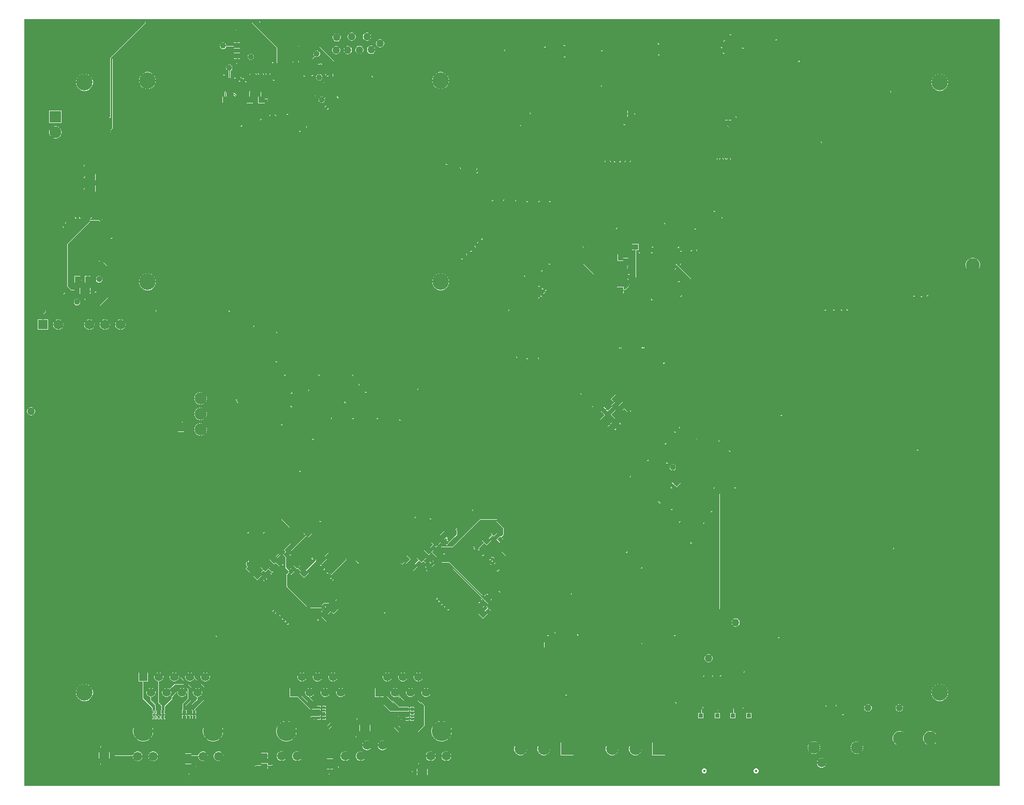
<source format=gbl>
G04*
G04 #@! TF.GenerationSoftware,Altium Limited,Altium Designer,25.5.2 (35)*
G04*
G04 Layer_Physical_Order=8*
G04 Layer_Color=16711680*
%FSLAX44Y44*%
%MOMM*%
G71*
G04*
G04 #@! TF.SameCoordinates,7FE83EBB-F424-4E48-BF24-F714E467DA33*
G04*
G04*
G04 #@! TF.FilePolarity,Positive*
G04*
G01*
G75*
%ADD12C,0.1270*%
%ADD16C,0.2540*%
%ADD17C,0.2032*%
%ADD18R,0.9000X1.0000*%
%ADD22R,1.0000X1.0000*%
%ADD23R,1.0000X0.9000*%
%ADD24R,1.0000X1.0000*%
%ADD35R,0.8001X0.8001*%
%ADD39P,1.4142X4X90.0*%
G04:AMPARAMS|DCode=43|XSize=1mm|YSize=0.9mm|CornerRadius=0mm|HoleSize=0mm|Usage=FLASHONLY|Rotation=45.000|XOffset=0mm|YOffset=0mm|HoleType=Round|Shape=Rectangle|*
%AMROTATEDRECTD43*
4,1,4,-0.0354,-0.6718,-0.6718,-0.0354,0.0354,0.6718,0.6718,0.0354,-0.0354,-0.6718,0.0*
%
%ADD43ROTATEDRECTD43*%

G04:AMPARAMS|DCode=54|XSize=1mm|YSize=0.9mm|CornerRadius=0mm|HoleSize=0mm|Usage=FLASHONLY|Rotation=315.000|XOffset=0mm|YOffset=0mm|HoleType=Round|Shape=Rectangle|*
%AMROTATEDRECTD54*
4,1,4,-0.6718,0.0354,-0.0354,0.6718,0.6718,-0.0354,0.0354,-0.6718,-0.6718,0.0354,0.0*
%
%ADD54ROTATEDRECTD54*%

G04:AMPARAMS|DCode=58|XSize=0.7mm|YSize=0.65mm|CornerRadius=0mm|HoleSize=0mm|Usage=FLASHONLY|Rotation=315.000|XOffset=0mm|YOffset=0mm|HoleType=Round|Shape=Rectangle|*
%AMROTATEDRECTD58*
4,1,4,-0.4773,0.0177,-0.0177,0.4773,0.4773,-0.0177,0.0177,-0.4773,-0.4773,0.0177,0.0*
%
%ADD58ROTATEDRECTD58*%

G04:AMPARAMS|DCode=59|XSize=0.7mm|YSize=0.65mm|CornerRadius=0mm|HoleSize=0mm|Usage=FLASHONLY|Rotation=45.000|XOffset=0mm|YOffset=0mm|HoleType=Round|Shape=Rectangle|*
%AMROTATEDRECTD59*
4,1,4,-0.0177,-0.4773,-0.4773,-0.0177,0.0177,0.4773,0.4773,0.0177,-0.0177,-0.4773,0.0*
%
%ADD59ROTATEDRECTD59*%

%ADD154C,1.0000*%
%ADD155C,0.1016*%
%ADD156C,0.6350*%
%ADD157C,0.0508*%
%ADD161C,0.0762*%
%ADD162C,2.5500*%
%ADD163C,1.1600*%
%ADD164C,1.5150*%
%ADD165C,1.9500*%
%ADD166C,1.6500*%
%ADD167C,1.9800*%
%ADD168C,2.4000*%
%ADD169C,1.4000*%
%ADD170C,1.5200*%
%ADD171R,1.4000X1.4000*%
%ADD172C,2.0250*%
%ADD173R,2.0250X2.0250*%
%ADD174C,2.2500*%
%ADD175R,1.9500X1.9500*%
%ADD176C,3.2500*%
%ADD177C,0.3750*%
%ADD178R,1.1600X1.1600*%
%ADD179C,2.7000*%
%ADD180R,1.6500X1.6500*%
%ADD181C,0.2032*%
%ADD182C,1.2700*%
G04:AMPARAMS|DCode=183|XSize=0.4mm|YSize=0.565mm|CornerRadius=0.1mm|HoleSize=0mm|Usage=FLASHONLY|Rotation=90.000|XOffset=0mm|YOffset=0mm|HoleType=Round|Shape=RoundedRectangle|*
%AMROUNDEDRECTD183*
21,1,0.4000,0.3650,0,0,90.0*
21,1,0.2000,0.5650,0,0,90.0*
1,1,0.2000,0.1825,0.1000*
1,1,0.2000,0.1825,-0.1000*
1,1,0.2000,-0.1825,-0.1000*
1,1,0.2000,-0.1825,0.1000*
%
%ADD183ROUNDEDRECTD183*%
G04:AMPARAMS|DCode=184|XSize=0.4mm|YSize=0.565mm|CornerRadius=0.1mm|HoleSize=0mm|Usage=FLASHONLY|Rotation=0.000|XOffset=0mm|YOffset=0mm|HoleType=Round|Shape=RoundedRectangle|*
%AMROUNDEDRECTD184*
21,1,0.4000,0.3650,0,0,0.0*
21,1,0.2000,0.5650,0,0,0.0*
1,1,0.2000,0.1000,-0.1825*
1,1,0.2000,-0.1000,-0.1825*
1,1,0.2000,-0.1000,0.1825*
1,1,0.2000,0.1000,0.1825*
%
%ADD184ROUNDEDRECTD184*%
G04:AMPARAMS|DCode=185|XSize=0.2mm|YSize=0.565mm|CornerRadius=0.05mm|HoleSize=0mm|Usage=FLASHONLY|Rotation=90.000|XOffset=0mm|YOffset=0mm|HoleType=Round|Shape=RoundedRectangle|*
%AMROUNDEDRECTD185*
21,1,0.2000,0.4650,0,0,90.0*
21,1,0.1000,0.5650,0,0,90.0*
1,1,0.1000,0.2325,0.0500*
1,1,0.1000,0.2325,-0.0500*
1,1,0.1000,-0.2325,-0.0500*
1,1,0.1000,-0.2325,0.0500*
%
%ADD185ROUNDEDRECTD185*%
G04:AMPARAMS|DCode=186|XSize=0.2mm|YSize=0.565mm|CornerRadius=0.05mm|HoleSize=0mm|Usage=FLASHONLY|Rotation=0.000|XOffset=0mm|YOffset=0mm|HoleType=Round|Shape=RoundedRectangle|*
%AMROUNDEDRECTD186*
21,1,0.2000,0.4650,0,0,0.0*
21,1,0.1000,0.5650,0,0,0.0*
1,1,0.1000,0.0500,-0.2325*
1,1,0.1000,-0.0500,-0.2325*
1,1,0.1000,-0.0500,0.2325*
1,1,0.1000,0.0500,0.2325*
%
%ADD186ROUNDEDRECTD186*%
G36*
X1598307Y1570D02*
X1606D01*
Y1258270D01*
X1598307D01*
Y1570D01*
D02*
G37*
%LPC*%
G36*
X386776Y1254520D02*
X385724D01*
X384980Y1253776D01*
Y1252724D01*
X385724Y1251980D01*
X386776D01*
X387520Y1252724D01*
Y1253776D01*
X386776Y1254520D01*
D02*
G37*
G36*
X1158167Y1234302D02*
X1157115D01*
X1156371Y1233558D01*
Y1232506D01*
X1157115Y1231762D01*
X1158167D01*
X1158911Y1232506D01*
Y1233558D01*
X1158167Y1234302D01*
D02*
G37*
G36*
X1232276Y1225770D02*
X1231224D01*
X1230480Y1225026D01*
Y1223974D01*
X1231224Y1223230D01*
X1232276D01*
X1233020Y1223974D01*
Y1225026D01*
X1232276Y1225770D01*
D02*
G37*
G36*
X538370Y1235854D02*
X536631D01*
X534951Y1235404D01*
X533445Y1234535D01*
X532216Y1233305D01*
X531346Y1231799D01*
X530896Y1230120D01*
Y1228381D01*
X531346Y1226701D01*
X532216Y1225195D01*
X533445Y1223966D01*
X534951Y1223096D01*
X536631Y1222646D01*
X538370D01*
X540049Y1223096D01*
X541555Y1223966D01*
X542785Y1225195D01*
X543654Y1226701D01*
X544104Y1228381D01*
Y1230120D01*
X543654Y1231799D01*
X542785Y1233305D01*
X541555Y1234535D01*
X540049Y1235404D01*
X538370Y1235854D01*
D02*
G37*
G36*
X563369Y1235604D02*
X561631D01*
X559951Y1235154D01*
X558445Y1234285D01*
X557215Y1233055D01*
X556346Y1231549D01*
X555896Y1229870D01*
Y1228131D01*
X556346Y1226451D01*
X557215Y1224945D01*
X558445Y1223716D01*
X559951Y1222846D01*
X561631Y1222396D01*
X563369D01*
X565049Y1222846D01*
X566555Y1223716D01*
X567785Y1224945D01*
X568654Y1226451D01*
X569104Y1228131D01*
Y1229870D01*
X568654Y1231549D01*
X567785Y1233055D01*
X566555Y1234285D01*
X565049Y1235154D01*
X563369Y1235604D01*
D02*
G37*
G36*
X513869Y1234604D02*
X512131D01*
X510451Y1234154D01*
X508945Y1233285D01*
X507715Y1232055D01*
X506846Y1230549D01*
X506396Y1228869D01*
Y1227131D01*
X506846Y1225451D01*
X507715Y1223945D01*
X508945Y1222715D01*
X510451Y1221846D01*
X512131Y1221396D01*
X513869D01*
X515549Y1221846D01*
X517055Y1222715D01*
X518284Y1223945D01*
X519154Y1225451D01*
X519604Y1227131D01*
Y1228869D01*
X519154Y1230549D01*
X518284Y1232055D01*
X517055Y1233285D01*
X515549Y1234154D01*
X513869Y1234604D01*
D02*
G37*
G36*
X1148316Y1222840D02*
X1147263D01*
X1146520Y1222096D01*
Y1221044D01*
X1147263Y1220300D01*
X1148316D01*
X1149060Y1221044D01*
Y1222096D01*
X1148316Y1222840D01*
D02*
G37*
G36*
X1040634Y1219308D02*
X1039582D01*
X1038838Y1218564D01*
Y1217512D01*
X1039582Y1216768D01*
X1040634D01*
X1041377Y1217512D01*
Y1218564D01*
X1040634Y1219308D01*
D02*
G37*
G36*
X349776Y1241270D02*
X348724D01*
X347980Y1240526D01*
Y1239474D01*
X348288Y1239166D01*
Y1219504D01*
X343996D01*
Y1215293D01*
X332058D01*
Y1215376D01*
X331258Y1217307D01*
X329780Y1218785D01*
X327849Y1219585D01*
X325759D01*
X323828Y1218785D01*
X322350Y1217307D01*
X321550Y1215376D01*
Y1213286D01*
X322350Y1211355D01*
X323828Y1209877D01*
X325759Y1209077D01*
X327849D01*
X329780Y1209877D01*
X331258Y1211355D01*
X332058Y1213286D01*
Y1213369D01*
X343996D01*
Y1209996D01*
X354504D01*
Y1219504D01*
X350212D01*
Y1239166D01*
X350520Y1239474D01*
Y1240526D01*
X349776Y1241270D01*
D02*
G37*
G36*
X886741Y1216678D02*
X885689D01*
X884945Y1215934D01*
Y1214882D01*
X885689Y1214138D01*
X886741D01*
X887485Y1214882D01*
Y1215934D01*
X886741Y1216678D01*
D02*
G37*
G36*
X584869Y1224854D02*
X583131D01*
X581451Y1224404D01*
X579945Y1223534D01*
X578716Y1222305D01*
X577846Y1220799D01*
X577396Y1219119D01*
Y1217380D01*
X577846Y1215701D01*
X578716Y1214195D01*
X579945Y1212965D01*
X581451Y1212096D01*
X583131Y1211646D01*
X584869D01*
X586549Y1212096D01*
X588055Y1212965D01*
X589285Y1214195D01*
X590154Y1215701D01*
X590604Y1217380D01*
Y1219119D01*
X590154Y1220799D01*
X589285Y1222305D01*
X588055Y1223534D01*
X586549Y1224404D01*
X584869Y1224854D01*
D02*
G37*
G36*
X853992Y1213928D02*
X852940D01*
X852196Y1213184D01*
Y1212132D01*
X852940Y1211388D01*
X853992D01*
X854736Y1212132D01*
Y1213184D01*
X853992Y1213928D01*
D02*
G37*
G36*
X1144064Y1213299D02*
X1143012D01*
X1142268Y1212555D01*
Y1211503D01*
X1143012Y1210759D01*
X1144064D01*
X1144808Y1211503D01*
Y1212555D01*
X1144064Y1213299D01*
D02*
G37*
G36*
X1178526Y1212270D02*
X1177474D01*
X1176730Y1211526D01*
Y1210474D01*
X1177474Y1209730D01*
X1178526D01*
X1179270Y1210474D01*
Y1211526D01*
X1178526Y1212270D01*
D02*
G37*
G36*
X947276Y1208270D02*
X946224D01*
X945480Y1207526D01*
Y1206474D01*
X946224Y1205730D01*
X947276D01*
X948020Y1206474D01*
Y1207526D01*
X947276Y1208270D01*
D02*
G37*
G36*
X789276Y1207770D02*
X788224D01*
X787480Y1207026D01*
Y1205974D01*
X788224Y1205230D01*
X789276D01*
X790020Y1205974D01*
Y1207026D01*
X789276Y1207770D01*
D02*
G37*
G36*
X1147418Y1203802D02*
X1146365D01*
X1145621Y1203058D01*
Y1202006D01*
X1146365Y1201262D01*
X1147418D01*
X1148161Y1202006D01*
Y1203058D01*
X1147418Y1203802D01*
D02*
G37*
G36*
X570120Y1214354D02*
X568381D01*
X566701Y1213904D01*
X565195Y1213035D01*
X563966Y1211805D01*
X563096Y1210299D01*
X562646Y1208620D01*
Y1206881D01*
X563096Y1205201D01*
X563966Y1203695D01*
X565195Y1202466D01*
X566701Y1201596D01*
X568381Y1201146D01*
X570120D01*
X571799Y1201596D01*
X573305Y1202466D01*
X574535Y1203695D01*
X575404Y1205201D01*
X575854Y1206881D01*
Y1208620D01*
X575404Y1210299D01*
X574535Y1211805D01*
X573305Y1213035D01*
X571799Y1213904D01*
X570120Y1214354D01*
D02*
G37*
G36*
X550869Y1214104D02*
X549131D01*
X547451Y1213654D01*
X545945Y1212785D01*
X544716Y1211555D01*
X543846Y1210049D01*
X543396Y1208370D01*
Y1206631D01*
X543846Y1204951D01*
X544716Y1203445D01*
X545945Y1202216D01*
X547451Y1201346D01*
X549131Y1200896D01*
X550869D01*
X552549Y1201346D01*
X554055Y1202216D01*
X555285Y1203445D01*
X556154Y1204951D01*
X556604Y1206631D01*
Y1208370D01*
X556154Y1210049D01*
X555285Y1211555D01*
X554055Y1212785D01*
X552549Y1213654D01*
X550869Y1214104D01*
D02*
G37*
G36*
X531869Y1213854D02*
X530130D01*
X528451Y1213404D01*
X526945Y1212535D01*
X525715Y1211305D01*
X524846Y1209799D01*
X524396Y1208120D01*
Y1206381D01*
X524846Y1204701D01*
X525715Y1203195D01*
X526945Y1201966D01*
X528451Y1201096D01*
X530130Y1200646D01*
X531869D01*
X533549Y1201096D01*
X535055Y1201966D01*
X536284Y1203195D01*
X537154Y1204701D01*
X537604Y1206381D01*
Y1208120D01*
X537154Y1209799D01*
X536284Y1211305D01*
X535055Y1212535D01*
X533549Y1213404D01*
X531869Y1213854D01*
D02*
G37*
G36*
X512870D02*
X511131D01*
X509451Y1213404D01*
X507945Y1212535D01*
X506716Y1211305D01*
X505846Y1209799D01*
X505396Y1208120D01*
Y1206381D01*
X505846Y1204701D01*
X506716Y1203195D01*
X507945Y1201966D01*
X509451Y1201096D01*
X511131Y1200646D01*
X512870D01*
X514549Y1201096D01*
X516055Y1201966D01*
X517285Y1203195D01*
X518154Y1204701D01*
X518604Y1206381D01*
Y1208120D01*
X518154Y1209799D01*
X517285Y1211305D01*
X516055Y1212535D01*
X514549Y1213404D01*
X512870Y1213854D01*
D02*
G37*
G36*
X1040280Y1201461D02*
X1039228D01*
X1038484Y1200718D01*
Y1199665D01*
X1039228Y1198922D01*
X1040280D01*
X1041024Y1199665D01*
Y1200718D01*
X1040280Y1201461D01*
D02*
G37*
G36*
X481295Y1206254D02*
X479205D01*
X477274Y1205454D01*
X475796Y1203976D01*
X474996Y1202045D01*
Y1199955D01*
X475796Y1198024D01*
X475855Y1197965D01*
X471755Y1193866D01*
X471473Y1193186D01*
Y1167166D01*
X471166Y1166858D01*
Y1165806D01*
X471909Y1165062D01*
X472962D01*
X473706Y1165806D01*
Y1166858D01*
X473398Y1167166D01*
Y1192787D01*
X477215Y1196605D01*
X477274Y1196546D01*
X479205Y1195746D01*
X481295D01*
X483226Y1196546D01*
X484704Y1198024D01*
X485504Y1199955D01*
Y1202045D01*
X484704Y1203976D01*
X483226Y1205454D01*
X481295Y1206254D01*
D02*
G37*
G36*
X886036Y1198106D02*
X884984D01*
X884240Y1197362D01*
Y1196310D01*
X884984Y1195566D01*
X886036D01*
X886780Y1196310D01*
Y1197362D01*
X886036Y1198106D01*
D02*
G37*
G36*
X485500Y1214212D02*
X451250D01*
X450570Y1213930D01*
X439570Y1202930D01*
X439288Y1202250D01*
Y1188584D01*
X438980Y1188276D01*
Y1187224D01*
X439724Y1186480D01*
X440776D01*
X441520Y1187224D01*
Y1188276D01*
X441212Y1188584D01*
Y1201851D01*
X451649Y1212288D01*
X485101D01*
X508820Y1188570D01*
X509500Y1188288D01*
X1268416D01*
X1268724Y1187980D01*
X1269776D01*
X1270520Y1188724D01*
Y1189776D01*
X1269776Y1190520D01*
X1268724D01*
X1268416Y1190212D01*
X509899D01*
X486180Y1213930D01*
X485500Y1214212D01*
D02*
G37*
G36*
X450026Y1189020D02*
X448974D01*
X448230Y1188276D01*
Y1187224D01*
X448974Y1186480D01*
X450026D01*
X450770Y1187224D01*
Y1188276D01*
X450026Y1189020D01*
D02*
G37*
G36*
X371000Y1248462D02*
X201250D01*
X200570Y1248180D01*
X146070Y1193681D01*
X145788Y1193000D01*
Y1079149D01*
X141409Y1074770D01*
X140974D01*
X140230Y1074026D01*
Y1072974D01*
X140974Y1072230D01*
X142026D01*
X142770Y1072974D01*
Y1073409D01*
X147431Y1078070D01*
X147712Y1078750D01*
Y1192602D01*
X201649Y1246538D01*
X370602D01*
X407538Y1209601D01*
Y1188230D01*
X407230Y1187922D01*
Y1186870D01*
X407974Y1186126D01*
X409026D01*
X409770Y1186870D01*
Y1187922D01*
X409463Y1188230D01*
Y1210000D01*
X409181Y1210680D01*
X371681Y1248180D01*
X371000Y1248462D01*
D02*
G37*
G36*
X374500Y1253712D02*
X199750D01*
X199069Y1253431D01*
X140820Y1195180D01*
X140538Y1194500D01*
Y1098334D01*
X140230Y1098026D01*
Y1096974D01*
X140974Y1096230D01*
X142026D01*
X142770Y1096974D01*
Y1098026D01*
X142462Y1098334D01*
Y1194101D01*
X200148Y1251788D01*
X374102D01*
X415038Y1210852D01*
Y1187804D01*
X414730Y1187496D01*
Y1186444D01*
X415474Y1185700D01*
X416526D01*
X417270Y1186444D01*
Y1187496D01*
X416962Y1187804D01*
Y1211250D01*
X416680Y1211931D01*
X375181Y1253431D01*
X374500Y1253712D01*
D02*
G37*
G36*
X354504Y1202504D02*
X343996D01*
Y1192996D01*
X349288D01*
Y1186334D01*
X348980Y1186026D01*
Y1184974D01*
X349724Y1184230D01*
X350776D01*
X351520Y1184974D01*
Y1186026D01*
X351212Y1186334D01*
Y1192996D01*
X354504D01*
Y1202504D01*
D02*
G37*
G36*
X488462Y1186352D02*
X487410D01*
X486666Y1185608D01*
Y1184556D01*
X487410Y1183812D01*
X488462D01*
X489206Y1184556D01*
Y1185608D01*
X488462Y1186352D01*
D02*
G37*
G36*
X483962Y1186102D02*
X482910D01*
X482166Y1185358D01*
Y1184306D01*
X482910Y1183562D01*
X483962D01*
X484706Y1184306D01*
Y1185358D01*
X483962Y1186102D01*
D02*
G37*
G36*
X373295Y1201504D02*
X371205D01*
X369274Y1200704D01*
X367796Y1199226D01*
X366996Y1197295D01*
Y1195205D01*
X367796Y1193274D01*
X369274Y1191796D01*
X371205Y1190996D01*
X371288D01*
Y1168584D01*
X370980Y1168276D01*
Y1167224D01*
X371724Y1166480D01*
X372776D01*
X373520Y1167224D01*
Y1168276D01*
X373212Y1168584D01*
Y1190996D01*
X373295D01*
X375226Y1191796D01*
X376704Y1193274D01*
X377504Y1195205D01*
Y1197295D01*
X376704Y1199226D01*
X375226Y1200704D01*
X373295Y1201504D01*
D02*
G37*
G36*
X404719Y1169020D02*
X403667D01*
X402923Y1168276D01*
Y1167224D01*
X403667Y1166480D01*
X404719D01*
X405463Y1167224D01*
Y1168276D01*
X404719Y1169020D01*
D02*
G37*
G36*
X396719D02*
X395667D01*
X394923Y1168276D01*
Y1167224D01*
X395667Y1166480D01*
X396719D01*
X397463Y1167224D01*
Y1168276D01*
X396719Y1169020D01*
D02*
G37*
G36*
X392719D02*
X391667D01*
X390923Y1168276D01*
Y1167224D01*
X391667Y1166480D01*
X392719D01*
X393463Y1167224D01*
Y1168276D01*
X392719Y1169020D01*
D02*
G37*
G36*
X384719D02*
X383667D01*
X382923Y1168276D01*
Y1167224D01*
X383667Y1166480D01*
X384719D01*
X385463Y1167224D01*
Y1168276D01*
X384719Y1169020D01*
D02*
G37*
G36*
X380719D02*
X379667D01*
X378923Y1168276D01*
Y1167224D01*
X379667Y1166480D01*
X380719D01*
X381463Y1167224D01*
Y1168276D01*
X380719Y1169020D01*
D02*
G37*
G36*
X329526Y1168270D02*
X328474D01*
X327730Y1167526D01*
Y1166474D01*
X328474Y1165730D01*
X329526D01*
X330270Y1166474D01*
Y1167526D01*
X329526Y1168270D01*
D02*
G37*
G36*
X496276Y1167770D02*
X495224D01*
X494480Y1167026D01*
Y1165974D01*
X495224Y1165230D01*
X496276D01*
X496506Y1165459D01*
X496740Y1165362D01*
Y1165002D01*
X497484Y1164258D01*
X498536D01*
X499280Y1165002D01*
Y1166054D01*
X498536Y1166798D01*
X497484D01*
X497255Y1166568D01*
X497020Y1166665D01*
Y1167026D01*
X496276Y1167770D01*
D02*
G37*
G36*
X460564Y1166604D02*
X459512D01*
X458768Y1165860D01*
Y1164808D01*
X459512Y1164064D01*
X460564D01*
X461308Y1164808D01*
Y1165860D01*
X460564Y1166604D01*
D02*
G37*
G36*
X508026Y1168520D02*
X506974D01*
X506230Y1167776D01*
Y1166724D01*
X506847Y1166107D01*
X506230Y1165490D01*
Y1164438D01*
X506974Y1163694D01*
X508026D01*
X508770Y1164438D01*
Y1165490D01*
X508153Y1166107D01*
X508770Y1166724D01*
Y1167776D01*
X508026Y1168520D01*
D02*
G37*
G36*
X571026Y1164770D02*
X569974D01*
X569230Y1164026D01*
Y1162974D01*
X569974Y1162230D01*
X571026D01*
X571770Y1162974D01*
Y1164026D01*
X571026Y1164770D01*
D02*
G37*
G36*
X347330Y1163216D02*
X346278D01*
X345534Y1162472D01*
Y1161420D01*
X346278Y1160676D01*
X347330D01*
X348074Y1161420D01*
Y1162472D01*
X347330Y1163216D01*
D02*
G37*
G36*
X338045Y1183504D02*
X335955D01*
X334024Y1182704D01*
X332546Y1181226D01*
X331746Y1179295D01*
Y1177205D01*
X332546Y1175274D01*
X334024Y1173796D01*
X335955Y1172996D01*
X336125D01*
Y1161750D01*
X336230Y1161497D01*
Y1161224D01*
X336423Y1161031D01*
X336528Y1160778D01*
X336781Y1160673D01*
X336974Y1160480D01*
X337248D01*
X337500Y1160376D01*
X337753Y1160480D01*
X338026D01*
X338219Y1160673D01*
X338472Y1160778D01*
X338577Y1161031D01*
X338770Y1161224D01*
Y1161497D01*
X338875Y1161750D01*
Y1173340D01*
X339976Y1173796D01*
X341454Y1175274D01*
X342254Y1177205D01*
Y1179295D01*
X341454Y1181226D01*
X339976Y1182704D01*
X338045Y1183504D01*
D02*
G37*
G36*
X356026Y1162770D02*
X354974D01*
X354230Y1162026D01*
Y1160974D01*
X354974Y1160230D01*
X356026D01*
X356770Y1160974D01*
Y1162026D01*
X356026Y1162770D01*
D02*
G37*
G36*
X360776Y1162270D02*
X359724D01*
X358980Y1161526D01*
Y1160474D01*
X359724Y1159730D01*
X360776D01*
X361520Y1160474D01*
Y1161526D01*
X360776Y1162270D01*
D02*
G37*
G36*
X410776Y1159770D02*
X409724D01*
X408980Y1159026D01*
Y1157974D01*
X409724Y1157230D01*
X410776D01*
X411520Y1157974D01*
Y1159026D01*
X410776Y1159770D01*
D02*
G37*
G36*
X354681Y1158216D02*
X353629D01*
X352885Y1157472D01*
Y1156420D01*
X353629Y1155676D01*
X354681D01*
X355425Y1156420D01*
Y1157472D01*
X354681Y1158216D01*
D02*
G37*
G36*
X364830Y1157466D02*
X363778D01*
X363034Y1156722D01*
Y1155670D01*
X363778Y1154926D01*
X364830D01*
X365574Y1155670D01*
Y1156722D01*
X364830Y1157466D01*
D02*
G37*
G36*
X947526Y1149270D02*
X946474D01*
X945730Y1148526D01*
Y1147474D01*
X946474Y1146730D01*
X947526D01*
X948270Y1147474D01*
Y1148526D01*
X947526Y1149270D01*
D02*
G37*
G36*
X685004Y1171212D02*
X681382D01*
X677884Y1170275D01*
X674748Y1168465D01*
X672187Y1165904D01*
X670376Y1162767D01*
X669439Y1159269D01*
Y1155648D01*
X670376Y1152150D01*
X672187Y1149013D01*
X674748Y1146453D01*
X677884Y1144642D01*
X681382Y1143705D01*
X685004D01*
X688502Y1144642D01*
X691638Y1146453D01*
X694199Y1149013D01*
X696010Y1152150D01*
X696947Y1155648D01*
Y1159269D01*
X696010Y1162767D01*
X694199Y1165904D01*
X691638Y1168465D01*
X688502Y1170275D01*
X685004Y1171212D01*
D02*
G37*
G36*
X205004D02*
X201382D01*
X197884Y1170275D01*
X194748Y1168465D01*
X192187Y1165904D01*
X190376Y1162767D01*
X189439Y1159269D01*
Y1155648D01*
X190376Y1152150D01*
X192187Y1149013D01*
X194748Y1146453D01*
X197884Y1144642D01*
X201382Y1143705D01*
X205004D01*
X208502Y1144642D01*
X211638Y1146453D01*
X214199Y1149013D01*
X216010Y1152150D01*
X216947Y1155648D01*
Y1159269D01*
X216010Y1162767D01*
X214199Y1165904D01*
X211638Y1168465D01*
X208502Y1170275D01*
X205004Y1171212D01*
D02*
G37*
G36*
X1501767Y1168074D02*
X1498146D01*
X1494648Y1167137D01*
X1491511Y1165326D01*
X1488951Y1162765D01*
X1487140Y1159629D01*
X1486203Y1156131D01*
Y1152509D01*
X1487140Y1149011D01*
X1488951Y1145875D01*
X1491511Y1143314D01*
X1494648Y1141503D01*
X1498146Y1140566D01*
X1501767D01*
X1505265Y1141503D01*
X1508402Y1143314D01*
X1510963Y1145875D01*
X1512773Y1149011D01*
X1513710Y1152509D01*
Y1156131D01*
X1512773Y1159629D01*
X1510963Y1162765D01*
X1508402Y1165326D01*
X1505265Y1167137D01*
X1501767Y1168074D01*
D02*
G37*
G36*
X101767D02*
X98146D01*
X94647Y1167137D01*
X91511Y1165326D01*
X88950Y1162765D01*
X87140Y1159629D01*
X86202Y1156131D01*
Y1152509D01*
X87140Y1149011D01*
X88950Y1145875D01*
X91511Y1143314D01*
X94647Y1141503D01*
X98146Y1140566D01*
X101767D01*
X105265Y1141503D01*
X108401Y1143314D01*
X110962Y1145875D01*
X112773Y1149011D01*
X113710Y1152509D01*
Y1156131D01*
X112773Y1159629D01*
X110962Y1162765D01*
X108401Y1165326D01*
X105265Y1167137D01*
X101767Y1168074D01*
D02*
G37*
G36*
X1419526Y1139924D02*
X1418474D01*
X1417730Y1139181D01*
Y1138128D01*
X1418474Y1137384D01*
X1419526D01*
X1420270Y1138128D01*
Y1139181D01*
X1419526Y1139924D01*
D02*
G37*
G36*
X485295Y1167754D02*
X483205D01*
X481274Y1166954D01*
X479796Y1165476D01*
X478996Y1163545D01*
Y1161455D01*
X479796Y1159524D01*
X481274Y1158046D01*
X483205Y1157246D01*
X483288D01*
Y1140899D01*
X476659Y1134270D01*
X476224D01*
X475480Y1133526D01*
Y1132474D01*
X476224Y1131730D01*
X477276D01*
X478020Y1132474D01*
Y1132909D01*
X484931Y1139820D01*
X485212Y1140500D01*
Y1157246D01*
X485295D01*
X487226Y1158046D01*
X488704Y1159524D01*
X489504Y1161455D01*
Y1163545D01*
X488704Y1165476D01*
X487226Y1166954D01*
X485295Y1167754D01*
D02*
G37*
G36*
X493776Y1155520D02*
X492724D01*
X491980Y1154776D01*
Y1153724D01*
X492288Y1153416D01*
Y1130112D01*
X491928Y1129752D01*
X491476Y1130204D01*
X489545Y1131004D01*
X487455D01*
X485524Y1130204D01*
X484046Y1128726D01*
X483246Y1126795D01*
Y1124705D01*
X484046Y1122774D01*
X485524Y1121296D01*
X487455Y1120496D01*
X489545D01*
X491476Y1121296D01*
X492954Y1122774D01*
X493754Y1124705D01*
Y1126795D01*
X493150Y1128253D01*
X493930Y1129033D01*
X494212Y1129713D01*
Y1153416D01*
X494520Y1153724D01*
Y1154776D01*
X493776Y1155520D01*
D02*
G37*
G36*
X514276Y1132770D02*
X513224D01*
X512480Y1132026D01*
Y1130974D01*
X513224Y1130230D01*
X514097D01*
Y1129358D01*
X514841Y1128614D01*
X515893D01*
X516637Y1129358D01*
Y1130410D01*
X515893Y1131154D01*
X515020D01*
Y1132026D01*
X514276Y1132770D01*
D02*
G37*
G36*
X390054Y1139345D02*
X388887Y1138862D01*
X388640Y1138615D01*
X388157Y1137448D01*
Y1130754D01*
X384552D01*
Y1120246D01*
X395060D01*
Y1123851D01*
X399317D01*
X399388Y1123780D01*
X400554Y1123297D01*
X401721Y1123780D01*
X402204Y1124946D01*
X401721Y1126113D01*
X401166Y1126667D01*
X400000Y1127150D01*
X395060D01*
Y1130754D01*
X391456D01*
Y1137099D01*
X391703Y1137696D01*
X391220Y1138862D01*
X390054Y1139345D01*
D02*
G37*
G36*
X330750Y1139375D02*
X330497Y1139270D01*
X330224D01*
X330031Y1139077D01*
X329778Y1138972D01*
X329673Y1138719D01*
X329480Y1138526D01*
Y1138253D01*
X329375Y1138000D01*
Y1131004D01*
X326052D01*
Y1120496D01*
X336560D01*
Y1122254D01*
X345052D01*
Y1120496D01*
X355560D01*
Y1131004D01*
X349017D01*
Y1132608D01*
X349017Y1132608D01*
X348614Y1133580D01*
X348614Y1133580D01*
X345722Y1136472D01*
X345469Y1136577D01*
X345276Y1136770D01*
X345003D01*
X344750Y1136875D01*
X344497Y1136770D01*
X344224D01*
X344030Y1136577D01*
X343778Y1136472D01*
X343673Y1136220D01*
X343480Y1136026D01*
Y1135753D01*
X343375Y1135500D01*
X343480Y1135247D01*
Y1134974D01*
X343673Y1134781D01*
X343778Y1134528D01*
X346268Y1132038D01*
Y1131004D01*
X345052D01*
Y1129246D01*
X336560D01*
Y1131004D01*
X332124D01*
Y1138000D01*
X332020Y1138253D01*
Y1138526D01*
X331827Y1138719D01*
X331722Y1138972D01*
X331469Y1139077D01*
X331276Y1139270D01*
X331003D01*
X330750Y1139375D01*
D02*
G37*
G36*
X371250Y1140096D02*
X370084Y1139613D01*
X369601Y1138446D01*
Y1130796D01*
X365369D01*
Y1120288D01*
X375877D01*
Y1130796D01*
X372900D01*
Y1138446D01*
X372417Y1139613D01*
X371250Y1140096D01*
D02*
G37*
G36*
X495550Y1115574D02*
X494498D01*
X493754Y1114830D01*
Y1113778D01*
X494498Y1113034D01*
X495550D01*
X496294Y1113778D01*
Y1114830D01*
X495550Y1115574D01*
D02*
G37*
G36*
X498393Y1112654D02*
X497341D01*
X496597Y1111909D01*
Y1110857D01*
X497341Y1110114D01*
X498393D01*
X499137Y1110857D01*
Y1111909D01*
X498393Y1112654D01*
D02*
G37*
G36*
X820504Y1108254D02*
X809996D01*
Y1097746D01*
X814004D01*
Y1084742D01*
X813696Y1084434D01*
Y1083382D01*
X814440Y1082638D01*
X815492D01*
X816236Y1083382D01*
Y1084434D01*
X815928Y1084742D01*
Y1097746D01*
X820504D01*
Y1102196D01*
X828132D01*
X828440Y1101888D01*
X829492D01*
X830236Y1102632D01*
Y1103684D01*
X829492Y1104428D01*
X828440D01*
X828132Y1104120D01*
X820504D01*
Y1108254D01*
D02*
G37*
G36*
X432526Y1104146D02*
X431474D01*
X430730Y1103401D01*
Y1102349D01*
X431474Y1101606D01*
X432526D01*
X433270Y1102349D01*
Y1103401D01*
X432526Y1104146D01*
D02*
G37*
G36*
X989254Y1108254D02*
X978746D01*
Y1097746D01*
X983266D01*
Y1086505D01*
X982958Y1086198D01*
Y1085145D01*
X983702Y1084401D01*
X984754D01*
X985498Y1085145D01*
Y1086198D01*
X985190Y1086505D01*
Y1097746D01*
X989254D01*
Y1102038D01*
X998708D01*
Y1101896D01*
X999452Y1101152D01*
X1000504D01*
X1001248Y1101896D01*
Y1102948D01*
X1000504Y1103692D01*
X999846D01*
X999193Y1103962D01*
X989254D01*
Y1108254D01*
D02*
G37*
G36*
X412719Y1101270D02*
X411667D01*
X410923Y1100526D01*
Y1099474D01*
X411667Y1098730D01*
X412719D01*
X413463Y1099474D01*
Y1100526D01*
X412719Y1101270D01*
D02*
G37*
G36*
X404719D02*
X403667D01*
X402923Y1100526D01*
Y1099474D01*
X403667Y1098730D01*
X404719D01*
X405463Y1099474D01*
Y1100526D01*
X404719Y1101270D01*
D02*
G37*
G36*
X1158948Y1102754D02*
X1148440D01*
Y1092246D01*
X1152731D01*
Y1083298D01*
X1152703Y1083270D01*
X1152474D01*
X1151730Y1082526D01*
Y1081474D01*
X1152474Y1080730D01*
X1153526D01*
X1154270Y1081474D01*
Y1082116D01*
X1154374Y1082220D01*
X1154516Y1082562D01*
X1154656Y1082900D01*
Y1092246D01*
X1158948D01*
Y1096288D01*
X1164916D01*
X1165224Y1095980D01*
X1166276D01*
X1167020Y1096724D01*
Y1097776D01*
X1166276Y1098520D01*
X1165224D01*
X1164916Y1098212D01*
X1158948D01*
Y1102754D01*
D02*
G37*
G36*
X389747Y1094132D02*
X388695D01*
X387951Y1093388D01*
Y1092336D01*
X388695Y1091592D01*
X389747D01*
X390491Y1092336D01*
Y1093388D01*
X389747Y1094132D01*
D02*
G37*
G36*
X62504Y1107904D02*
X42496D01*
Y1087896D01*
X62504D01*
Y1107904D01*
D02*
G37*
G36*
X357026Y1084770D02*
X355974D01*
X355230Y1084026D01*
Y1082974D01*
X355974Y1082230D01*
X357026D01*
X357770Y1082974D01*
Y1084026D01*
X357026Y1084770D01*
D02*
G37*
G36*
X464776Y1082270D02*
X463724D01*
X462980Y1081526D01*
Y1080474D01*
X463724Y1079730D01*
X464776D01*
X465520Y1080474D01*
Y1081526D01*
X464776Y1082270D01*
D02*
G37*
G36*
X452776Y1076020D02*
X451724D01*
X450980Y1075276D01*
Y1074224D01*
X451724Y1073480D01*
X452776D01*
X453520Y1074224D01*
Y1075276D01*
X452776Y1076020D01*
D02*
G37*
G36*
X53817Y1082504D02*
X51183D01*
X48639Y1081822D01*
X46357Y1080505D01*
X44495Y1078643D01*
X43178Y1076361D01*
X42496Y1073817D01*
Y1071183D01*
X43178Y1068639D01*
X44495Y1066357D01*
X46357Y1064495D01*
X48639Y1063178D01*
X51183Y1062496D01*
X53817D01*
X56361Y1063178D01*
X58643Y1064495D01*
X60505Y1066357D01*
X61822Y1068639D01*
X62504Y1071183D01*
Y1073817D01*
X61822Y1076361D01*
X60505Y1078643D01*
X58643Y1080505D01*
X56361Y1081822D01*
X53817Y1082504D01*
D02*
G37*
G36*
X1306026Y1057020D02*
X1304974D01*
X1304230Y1056276D01*
Y1055224D01*
X1304974Y1054480D01*
X1306026D01*
X1306770Y1055224D01*
Y1056276D01*
X1306026Y1057020D01*
D02*
G37*
G36*
X1157276Y1030020D02*
X1156224D01*
X1155480Y1029276D01*
Y1028224D01*
X1156224Y1027480D01*
X1157276D01*
X1158020Y1028224D01*
Y1029276D01*
X1157276Y1030020D01*
D02*
G37*
G36*
X1153276D02*
X1152224D01*
X1151480Y1029276D01*
Y1028224D01*
X1152224Y1027480D01*
X1153276D01*
X1154020Y1028224D01*
Y1029276D01*
X1153276Y1030020D01*
D02*
G37*
G36*
X1149276D02*
X1148224D01*
X1147480Y1029276D01*
Y1028224D01*
X1148224Y1027480D01*
X1149276D01*
X1150020Y1028224D01*
Y1029276D01*
X1149276Y1030020D01*
D02*
G37*
G36*
X1145276D02*
X1144224D01*
X1143480Y1029276D01*
Y1028224D01*
X1144224Y1027480D01*
X1145276D01*
X1146020Y1028224D01*
Y1029276D01*
X1145276Y1030020D01*
D02*
G37*
G36*
X1141276D02*
X1140224D01*
X1139480Y1029276D01*
Y1028224D01*
X1140224Y1027480D01*
X1141276D01*
X1142020Y1028224D01*
Y1029276D01*
X1141276Y1030020D01*
D02*
G37*
G36*
X1137276D02*
X1136224D01*
X1135480Y1029276D01*
Y1028224D01*
X1136224Y1027480D01*
X1137276D01*
X1138020Y1028224D01*
Y1029276D01*
X1137276Y1030020D01*
D02*
G37*
G36*
X976776Y1026270D02*
X975724D01*
X974980Y1025526D01*
Y1024474D01*
X975724Y1023730D01*
X976776D01*
X977520Y1024474D01*
Y1025526D01*
X976776Y1026270D01*
D02*
G37*
G36*
X968526Y1026020D02*
X967474D01*
X966730Y1025276D01*
Y1024224D01*
X967474Y1023480D01*
X968526D01*
X969270Y1024224D01*
Y1025276D01*
X968526Y1026020D01*
D02*
G37*
G36*
X994776Y1025770D02*
X993724D01*
X992980Y1025026D01*
Y1023974D01*
X993724Y1023230D01*
X994776D01*
X995520Y1023974D01*
Y1025026D01*
X994776Y1025770D01*
D02*
G37*
G36*
X960776D02*
X959724D01*
X958980Y1025026D01*
Y1023974D01*
X959724Y1023230D01*
X960776D01*
X961520Y1023974D01*
Y1025026D01*
X960776Y1025770D01*
D02*
G37*
G36*
X986276Y1025520D02*
X985224D01*
X984480Y1024776D01*
Y1023724D01*
X985224Y1022980D01*
X986276D01*
X987020Y1023724D01*
Y1024776D01*
X986276Y1025520D01*
D02*
G37*
G36*
X953276D02*
X952224D01*
X951480Y1024776D01*
Y1023724D01*
X952224Y1022980D01*
X953276D01*
X954020Y1023724D01*
Y1024776D01*
X953276Y1025520D01*
D02*
G37*
G36*
X693526Y1022020D02*
X692474D01*
X691730Y1021276D01*
Y1020224D01*
X692474Y1019480D01*
X693526D01*
X694270Y1020224D01*
Y1021276D01*
X693526Y1022020D01*
D02*
G37*
G36*
X117754Y1022754D02*
X107246D01*
Y1018462D01*
X101084D01*
X100776Y1018770D01*
X99724D01*
X98980Y1018026D01*
Y1016974D01*
X99724Y1016230D01*
X100776D01*
X101084Y1016538D01*
X107246D01*
Y1012246D01*
X117754D01*
Y1022754D01*
D02*
G37*
G36*
X715276Y1014770D02*
X714224D01*
X713480Y1014026D01*
Y1012974D01*
X714224Y1012230D01*
X715276D01*
X716020Y1012974D01*
Y1014026D01*
X715276Y1014770D01*
D02*
G37*
G36*
X743276Y1013020D02*
X742224D01*
X741480Y1012276D01*
Y1011224D01*
X742224Y1010480D01*
X743276D01*
X744020Y1011224D01*
Y1012276D01*
X743276Y1013020D01*
D02*
G37*
G36*
X743026Y1008270D02*
X741974D01*
X741230Y1007526D01*
Y1006474D01*
X741974Y1005730D01*
X743026D01*
X743770Y1006474D01*
Y1007526D01*
X743026Y1008270D01*
D02*
G37*
G36*
X118004Y1004004D02*
X107496D01*
Y999713D01*
X101456D01*
X100776Y999431D01*
X100615Y999270D01*
X99974D01*
X99230Y998526D01*
Y997474D01*
X99974Y996730D01*
X101026D01*
X101770Y997474D01*
Y997703D01*
X101855Y997788D01*
X107496D01*
Y993496D01*
X118004D01*
Y1004004D01*
D02*
G37*
G36*
Y985254D02*
X107496D01*
Y980962D01*
X100956D01*
X100492Y980770D01*
X99724D01*
X98980Y980026D01*
Y978974D01*
X99724Y978230D01*
X100776D01*
X101520Y978974D01*
Y979038D01*
X107496D01*
Y974746D01*
X118004D01*
Y985254D01*
D02*
G37*
G36*
X787526Y962270D02*
X786474D01*
X785730Y961526D01*
Y960474D01*
X786474Y959730D01*
X787526D01*
X788270Y960474D01*
Y961526D01*
X787526Y962270D01*
D02*
G37*
G36*
X805776Y961520D02*
X804724D01*
X803980Y960776D01*
Y959724D01*
X804724Y958980D01*
X805776D01*
X806520Y959724D01*
Y960776D01*
X805776Y961520D01*
D02*
G37*
G36*
X769026D02*
X767974D01*
X767230Y960776D01*
Y959724D01*
X767974Y958980D01*
X769026D01*
X769770Y959724D01*
Y960776D01*
X769026Y961520D01*
D02*
G37*
G36*
X862776Y961020D02*
X861724D01*
X860980Y960276D01*
Y959224D01*
X861724Y958480D01*
X862776D01*
X863520Y959224D01*
Y960276D01*
X862776Y961020D01*
D02*
G37*
G36*
X825776Y960770D02*
X824724D01*
X823980Y960026D01*
Y958974D01*
X824724Y958230D01*
X825776D01*
X826520Y958974D01*
Y960026D01*
X825776Y960770D01*
D02*
G37*
G36*
X845276Y959770D02*
X844224D01*
X843480Y959026D01*
Y957974D01*
X844224Y957230D01*
X845276D01*
X846020Y957974D01*
Y959026D01*
X845276Y959770D01*
D02*
G37*
G36*
X1132026Y944770D02*
X1130974D01*
X1130230Y944026D01*
Y942974D01*
X1130974Y942230D01*
X1132026D01*
X1132770Y942974D01*
Y944026D01*
X1132026Y944770D01*
D02*
G37*
G36*
X93026Y934020D02*
X91974D01*
X91230Y933276D01*
Y932224D01*
X91974Y931480D01*
X93026D01*
X93770Y932224D01*
Y933276D01*
X93026Y934020D01*
D02*
G37*
G36*
X86526D02*
X85474D01*
X84730Y933276D01*
Y932224D01*
X85474Y931480D01*
X86526D01*
X87270Y932224D01*
Y933276D01*
X86526Y934020D01*
D02*
G37*
G36*
X1143607Y933495D02*
X1142555D01*
X1141811Y932751D01*
Y931699D01*
X1142555Y930955D01*
X1143607D01*
X1144351Y931699D01*
Y932751D01*
X1143607Y933495D01*
D02*
G37*
G36*
X112026Y932520D02*
X110974D01*
X110230Y931776D01*
Y930724D01*
X110974Y929980D01*
X112026D01*
X112770Y930724D01*
Y931776D01*
X112026Y932520D01*
D02*
G37*
G36*
X124276Y928520D02*
X123224D01*
X122916Y928213D01*
X108500D01*
X107820Y927931D01*
X70570Y890680D01*
X70288Y890000D01*
Y819750D01*
X70570Y819070D01*
X77320Y812320D01*
X78000Y812038D01*
X83246D01*
Y807496D01*
X86788D01*
Y799754D01*
X86705D01*
X84774Y798954D01*
X83296Y797476D01*
X82496Y795545D01*
Y793455D01*
X83296Y791524D01*
X84774Y790046D01*
X86705Y789246D01*
X88795D01*
X90726Y790046D01*
X92204Y791524D01*
X93004Y793455D01*
Y795545D01*
X92204Y797476D01*
X90726Y798954D01*
X88795Y799754D01*
X88712D01*
Y807496D01*
X92754D01*
Y818004D01*
X83246D01*
Y813962D01*
X78399D01*
X72212Y820149D01*
Y889601D01*
X108899Y926288D01*
X122916D01*
X123224Y925980D01*
X124276D01*
X125020Y926724D01*
Y927776D01*
X124276Y928520D01*
D02*
G37*
G36*
X70276Y925020D02*
X69224D01*
X68480Y924276D01*
Y923224D01*
X69224Y922480D01*
X70276D01*
X71020Y923224D01*
Y924276D01*
X70276Y925020D01*
D02*
G37*
G36*
X1049526Y924020D02*
X1048474D01*
X1047730Y923276D01*
Y922224D01*
X1048474Y921480D01*
X1049526D01*
X1050270Y922224D01*
Y923276D01*
X1049526Y924020D01*
D02*
G37*
G36*
X64776Y918020D02*
X63724D01*
X62980Y917276D01*
Y916224D01*
X63724Y915480D01*
X64776D01*
X65520Y916224D01*
Y917276D01*
X64776Y918020D01*
D02*
G37*
G36*
X1100776Y916020D02*
X1099724D01*
X1098980Y915276D01*
Y914224D01*
X1099724Y913480D01*
X1100776D01*
X1101520Y914224D01*
Y915276D01*
X1100776Y916020D01*
D02*
G37*
G36*
X972276Y915770D02*
X971224D01*
X970480Y915026D01*
Y913974D01*
X971224Y913230D01*
X972276D01*
X973020Y913974D01*
Y915026D01*
X972276Y915770D01*
D02*
G37*
G36*
X144276Y900770D02*
X143224D01*
X142480Y900026D01*
Y898974D01*
X143224Y898230D01*
X144276D01*
X145020Y898974D01*
Y900026D01*
X144276Y900770D01*
D02*
G37*
G36*
X750776Y899270D02*
X749724D01*
X748980Y898526D01*
Y897474D01*
X749724Y896730D01*
X750776D01*
X751520Y897474D01*
Y898526D01*
X750776Y899270D01*
D02*
G37*
G36*
X745026Y892770D02*
X743974D01*
X743230Y892026D01*
Y890974D01*
X743974Y890230D01*
X745026D01*
X745770Y890974D01*
Y892026D01*
X745026Y892770D01*
D02*
G37*
G36*
X1030052Y886540D02*
X1029000D01*
X1028256Y885796D01*
Y884744D01*
X1029000Y884000D01*
X1030052D01*
X1030796Y884744D01*
Y885796D01*
X1030052Y886540D01*
D02*
G37*
G36*
X739526Y886020D02*
X738474D01*
X737730Y885276D01*
Y884224D01*
X738474Y883480D01*
X739526D01*
X740270Y884224D01*
Y885276D01*
X739526Y886020D01*
D02*
G37*
G36*
X1072526Y885770D02*
X1071474D01*
X1070730Y885026D01*
Y883974D01*
X1071474Y883230D01*
X1072526D01*
X1073270Y883974D01*
Y885026D01*
X1072526Y885770D01*
D02*
G37*
G36*
X1093776Y880520D02*
X1092724D01*
X1091980Y879776D01*
Y878724D01*
X1092724Y877980D01*
X1093776D01*
X1094520Y878724D01*
Y879776D01*
X1093776Y880520D01*
D02*
G37*
G36*
X1102026Y880270D02*
X1100974D01*
X1100230Y879526D01*
Y878474D01*
X1100974Y877730D01*
X1102026D01*
X1102770Y878474D01*
Y879526D01*
X1102026Y880270D01*
D02*
G37*
G36*
X1076526Y879770D02*
X1075474D01*
X1074730Y879026D01*
Y877974D01*
X1075474Y877230D01*
X1076526D01*
X1077270Y877974D01*
Y879026D01*
X1076526Y879770D01*
D02*
G37*
G36*
X733026Y879520D02*
X731974D01*
X731230Y878776D01*
Y877724D01*
X731974Y876980D01*
X733026D01*
X733770Y877724D01*
Y878776D01*
X733026Y879520D01*
D02*
G37*
G36*
X1009520Y877092D02*
X1008468D01*
X1007724Y876348D01*
Y875296D01*
X1008468Y874552D01*
X1009520D01*
X1010264Y875296D01*
Y876348D01*
X1009520Y877092D01*
D02*
G37*
G36*
X1029786Y877014D02*
X1028733D01*
X1027990Y876270D01*
Y875218D01*
X1028733Y874474D01*
X1029786D01*
X1030529Y875218D01*
Y876270D01*
X1029786Y877014D01*
D02*
G37*
G36*
X725276Y873520D02*
X724224D01*
X723480Y872776D01*
Y871724D01*
X724224Y870980D01*
X725276D01*
X726020Y871724D01*
Y872776D01*
X725276Y873520D01*
D02*
G37*
G36*
X982254Y872504D02*
X972746D01*
Y861996D01*
X982254D01*
Y866288D01*
X988416D01*
X988724Y865980D01*
X989776D01*
X990520Y866724D01*
Y867776D01*
X989776Y868520D01*
X988724D01*
X988416Y868212D01*
X982254D01*
Y872504D01*
D02*
G37*
G36*
X718776Y866770D02*
X717724D01*
X716980Y866026D01*
Y864974D01*
X717724Y864230D01*
X718776D01*
X719520Y864974D01*
Y866026D01*
X718776Y866770D01*
D02*
G37*
G36*
X862026Y858520D02*
X860974D01*
X860230Y857776D01*
Y856724D01*
X860974Y855980D01*
X862026D01*
X862770Y856724D01*
Y857776D01*
X862026Y858520D01*
D02*
G37*
G36*
X1077026Y857270D02*
X1075974D01*
X1075230Y856526D01*
Y855474D01*
X1075974Y854730D01*
X1077026D01*
X1077770Y855474D01*
Y856526D01*
X1077026Y857270D01*
D02*
G37*
G36*
X1068526Y849520D02*
X1067474D01*
X1066730Y848776D01*
Y847724D01*
X1067474Y846980D01*
X1068526D01*
X1069270Y847724D01*
Y848776D01*
X1068526Y849520D01*
D02*
G37*
G36*
X848776Y847520D02*
X847724D01*
X846980Y846776D01*
Y845724D01*
X847724Y844980D01*
X848776D01*
X849520Y845724D01*
Y846776D01*
X848776Y847520D01*
D02*
G37*
G36*
X982254Y855004D02*
X971746D01*
Y844496D01*
X982254D01*
Y848788D01*
X987001D01*
X987681Y849070D01*
X990091Y851480D01*
X990526D01*
X991270Y852224D01*
Y853276D01*
X990526Y854020D01*
X989474D01*
X988730Y853276D01*
Y852841D01*
X986602Y850713D01*
X982254D01*
Y855004D01*
D02*
G37*
G36*
X1555821Y866774D02*
X1552792D01*
X1549866Y865990D01*
X1547243Y864476D01*
X1545101Y862334D01*
X1543586Y859710D01*
X1542802Y856785D01*
Y853756D01*
X1543586Y850830D01*
X1545101Y848207D01*
X1547243Y846065D01*
X1549866Y844550D01*
X1552792Y843766D01*
X1555821D01*
X1558747Y844550D01*
X1561370Y846065D01*
X1563512Y848207D01*
X1565027Y850830D01*
X1565810Y853756D01*
Y856785D01*
X1565027Y859710D01*
X1563512Y862334D01*
X1561370Y864476D01*
X1558747Y865990D01*
X1555821Y866774D01*
D02*
G37*
G36*
X918025Y885770D02*
X916972D01*
X916228Y885027D01*
Y883974D01*
X916536Y883667D01*
Y857251D01*
X916818Y856571D01*
X933820Y839570D01*
X934500Y839288D01*
X989916D01*
X990224Y838980D01*
X991276D01*
X992020Y839724D01*
Y840776D01*
X991276Y841520D01*
X990224D01*
X989916Y841212D01*
X934899D01*
X918461Y857650D01*
Y883667D01*
X918768Y883974D01*
Y885027D01*
X918025Y885770D01*
D02*
G37*
G36*
X820302Y837790D02*
X819250D01*
X818506Y837046D01*
Y835994D01*
X819250Y835250D01*
X820302D01*
X821046Y835994D01*
Y837046D01*
X820302Y837790D01*
D02*
G37*
G36*
X982254Y837504D02*
X971746D01*
Y826996D01*
X982254D01*
Y831288D01*
X987395D01*
X987730Y830953D01*
Y830724D01*
X988474Y829980D01*
X989526D01*
X990270Y830724D01*
Y831776D01*
X989526Y832520D01*
X988885D01*
X988474Y832931D01*
X987794Y833212D01*
X982254D01*
Y837504D01*
D02*
G37*
G36*
X1073276Y829520D02*
X1072224D01*
X1071480Y828776D01*
Y827724D01*
X1072224Y826980D01*
X1073276D01*
X1074020Y827724D01*
Y828776D01*
X1073276Y829520D01*
D02*
G37*
G36*
X130526Y930270D02*
X129474D01*
X128730Y929526D01*
Y928474D01*
X129038Y928166D01*
Y905398D01*
X104820Y881180D01*
X104538Y880500D01*
Y836754D01*
X100746D01*
Y826246D01*
X110254D01*
Y830788D01*
X118746D01*
Y830705D01*
X119546Y828774D01*
X121024Y827296D01*
X122955Y826496D01*
X125045D01*
X126976Y827296D01*
X128454Y828774D01*
X129254Y830705D01*
Y832795D01*
X128454Y834726D01*
X126976Y836204D01*
X125045Y837004D01*
X122955D01*
X121024Y836204D01*
X119546Y834726D01*
X118746Y832795D01*
Y832712D01*
X110254D01*
Y836754D01*
X106462D01*
Y880101D01*
X130680Y904320D01*
X130962Y905000D01*
Y928166D01*
X131270Y928474D01*
Y929526D01*
X130526Y930270D01*
D02*
G37*
G36*
X1007004Y889254D02*
X996496D01*
Y879746D01*
X1000788D01*
Y835398D01*
X990409Y825020D01*
X989974D01*
X989230Y824276D01*
Y823224D01*
X989974Y822480D01*
X991026D01*
X991770Y823224D01*
Y823659D01*
X1002430Y834320D01*
X1002712Y835000D01*
Y879746D01*
X1007004D01*
Y889254D01*
D02*
G37*
G36*
X844931Y822020D02*
X843879D01*
X843135Y821276D01*
Y820224D01*
X843879Y819480D01*
X844931D01*
X845675Y820224D01*
Y821276D01*
X844931Y822020D01*
D02*
G37*
G36*
X851026Y818020D02*
X849974D01*
X849230Y817276D01*
Y816224D01*
X849974Y815480D01*
X851026D01*
X851770Y816224D01*
Y817276D01*
X851026Y818020D01*
D02*
G37*
G36*
X991526Y820020D02*
X990474D01*
X989730Y819276D01*
Y818841D01*
X985601Y814712D01*
X982504D01*
Y819004D01*
X971996D01*
Y808496D01*
X982504D01*
Y812788D01*
X986000D01*
X986680Y813069D01*
X991091Y817480D01*
X991526D01*
X992270Y818224D01*
Y819276D01*
X991526Y820020D01*
D02*
G37*
G36*
X685004Y841213D02*
X681382D01*
X677884Y840275D01*
X674748Y838465D01*
X672187Y835904D01*
X670376Y832767D01*
X669439Y829269D01*
Y825648D01*
X670376Y822150D01*
X672187Y819014D01*
X674748Y816453D01*
X677884Y814642D01*
X681382Y813705D01*
X685004D01*
X688502Y814642D01*
X691638Y816453D01*
X694199Y819014D01*
X696010Y822150D01*
X696947Y825648D01*
Y829269D01*
X696010Y832767D01*
X694199Y835904D01*
X691638Y838465D01*
X688502Y840275D01*
X685004Y841213D01*
D02*
G37*
G36*
X205004D02*
X201382D01*
X197884Y840275D01*
X194748Y838465D01*
X192187Y835904D01*
X190376Y832767D01*
X189439Y829269D01*
Y825648D01*
X190376Y822150D01*
X192187Y819014D01*
X194748Y816453D01*
X197884Y814642D01*
X201382Y813705D01*
X205004D01*
X208502Y814642D01*
X211638Y816453D01*
X214199Y819014D01*
X216010Y822150D01*
X216947Y825648D01*
Y829269D01*
X216010Y832767D01*
X214199Y835904D01*
X211638Y838465D01*
X208502Y840275D01*
X205004Y841213D01*
D02*
G37*
G36*
X856226Y814020D02*
X855174D01*
X854430Y813276D01*
Y812224D01*
X855174Y811480D01*
X856226D01*
X856970Y812224D01*
Y813276D01*
X856226Y814020D01*
D02*
G37*
G36*
X109754Y818004D02*
X100246D01*
Y807496D01*
X109754D01*
Y810538D01*
X116916D01*
X117224Y810230D01*
X118276D01*
X119020Y810974D01*
Y812026D01*
X118276Y812770D01*
X117224D01*
X116916Y812462D01*
X109754D01*
Y818004D01*
D02*
G37*
G36*
X853686Y810020D02*
X852634D01*
X851890Y809276D01*
Y808224D01*
X852634Y807480D01*
X853686D01*
X854430Y808224D01*
Y809276D01*
X853686Y810020D01*
D02*
G37*
G36*
X68026Y808770D02*
X66974D01*
X66230Y808026D01*
Y806974D01*
X66974Y806230D01*
X68026D01*
X68770Y806974D01*
Y808026D01*
X68026Y808770D01*
D02*
G37*
G36*
X1459026Y806020D02*
X1457974D01*
X1457230Y805276D01*
Y804224D01*
X1457974Y803480D01*
X1459026D01*
X1459770Y804224D01*
Y805276D01*
X1459026Y806020D01*
D02*
G37*
G36*
X848606D02*
X847554D01*
X846810Y805276D01*
Y804224D01*
X847554Y803480D01*
X848606D01*
X849350Y804224D01*
Y805276D01*
X848606Y806020D01*
D02*
G37*
G36*
X1481026Y805770D02*
X1479974D01*
X1479230Y805026D01*
Y803974D01*
X1479974Y803230D01*
X1481026D01*
X1481770Y803974D01*
Y805026D01*
X1481026Y805770D01*
D02*
G37*
G36*
X1470276Y805020D02*
X1469224D01*
X1468480Y804276D01*
Y803224D01*
X1469224Y802480D01*
X1470276D01*
X1471020Y803224D01*
Y804276D01*
X1470276Y805020D01*
D02*
G37*
G36*
X1078026Y804770D02*
X1076974D01*
X1076230Y804026D01*
Y802974D01*
X1076974Y802230D01*
X1078026D01*
X1078770Y802974D01*
Y804026D01*
X1078026Y804770D01*
D02*
G37*
G36*
X844931Y802020D02*
X843879D01*
X843135Y801276D01*
Y800224D01*
X843879Y799480D01*
X844931D01*
X845675Y800224D01*
Y801276D01*
X844931Y802020D01*
D02*
G37*
G36*
X1034754Y833254D02*
X1024246D01*
Y822746D01*
X1028538D01*
Y800084D01*
X1027980Y799526D01*
Y798474D01*
X1028724Y797730D01*
X1029776D01*
X1030520Y798474D01*
Y799526D01*
X1030462Y799584D01*
Y822746D01*
X1034754D01*
Y833254D01*
D02*
G37*
G36*
X93254Y836754D02*
X83746D01*
Y826246D01*
X93254D01*
Y830538D01*
X94602D01*
X95538Y829601D01*
Y801500D01*
X95820Y800820D01*
X98480Y798159D01*
Y797724D01*
X99224Y796980D01*
X100276D01*
X101020Y797724D01*
Y798776D01*
X100276Y799520D01*
X99841D01*
X97462Y801898D01*
Y830000D01*
X97180Y830680D01*
X95681Y832180D01*
X95000Y832462D01*
X93254D01*
Y836754D01*
D02*
G37*
G36*
X1349776Y783270D02*
X1348724D01*
X1347980Y782526D01*
Y781474D01*
X1348724Y780730D01*
X1349776D01*
X1350520Y781474D01*
Y782526D01*
X1349776Y783270D01*
D02*
G37*
G36*
X1340276Y783020D02*
X1339224D01*
X1338480Y782276D01*
Y781224D01*
X1339224Y780480D01*
X1340276D01*
X1341020Y781224D01*
Y782276D01*
X1340276Y783020D01*
D02*
G37*
G36*
X1327476D02*
X1326424D01*
X1325680Y782276D01*
Y781224D01*
X1326424Y780480D01*
X1327476D01*
X1328220Y781224D01*
Y782276D01*
X1327476Y783020D01*
D02*
G37*
G36*
X1312926D02*
X1311874D01*
X1311130Y782276D01*
Y781224D01*
X1311874Y780480D01*
X1312926D01*
X1313670Y781224D01*
Y782276D01*
X1312926Y783020D01*
D02*
G37*
G36*
X796026Y781770D02*
X794974D01*
X794230Y781026D01*
Y779974D01*
X794974Y779230D01*
X796026D01*
X796770Y779974D01*
Y781026D01*
X796026Y781770D01*
D02*
G37*
G36*
X337776Y781520D02*
X336724D01*
X335980Y780776D01*
Y779724D01*
X336724Y778980D01*
X337776D01*
X338520Y779724D01*
Y780776D01*
X337776Y781520D01*
D02*
G37*
G36*
X218526Y781020D02*
X217474D01*
X216730Y780276D01*
Y779224D01*
X217474Y778480D01*
X218526D01*
X219270Y779224D01*
Y780276D01*
X218526Y781020D01*
D02*
G37*
G36*
X378526Y755520D02*
X377474D01*
X376730Y754776D01*
Y753724D01*
X377474Y752980D01*
X378526D01*
X379270Y753724D01*
Y754776D01*
X378526Y755520D01*
D02*
G37*
G36*
X159920Y766004D02*
X157680D01*
X155518Y765424D01*
X153578Y764305D01*
X151995Y762722D01*
X150876Y760782D01*
X150296Y758620D01*
Y756380D01*
X150876Y754218D01*
X151995Y752278D01*
X153578Y750695D01*
X155518Y749576D01*
X157680Y748996D01*
X159920D01*
X162082Y749576D01*
X164021Y750695D01*
X165605Y752278D01*
X166724Y754218D01*
X167304Y756380D01*
Y758620D01*
X166724Y760782D01*
X165605Y762722D01*
X164021Y764305D01*
X162082Y765424D01*
X159920Y766004D01*
D02*
G37*
G36*
X134520D02*
X132280D01*
X130118Y765424D01*
X128178Y764305D01*
X126595Y762722D01*
X125476Y760782D01*
X124896Y758620D01*
Y756380D01*
X125476Y754218D01*
X126595Y752278D01*
X128178Y750695D01*
X130118Y749576D01*
X132280Y748996D01*
X134520D01*
X136682Y749576D01*
X138622Y750695D01*
X140205Y752278D01*
X141324Y754218D01*
X141904Y756380D01*
Y758620D01*
X141324Y760782D01*
X140205Y762722D01*
X138622Y764305D01*
X136682Y765424D01*
X134520Y766004D01*
D02*
G37*
G36*
X109120D02*
X106880D01*
X104718Y765424D01*
X102778Y764305D01*
X101195Y762722D01*
X100076Y760782D01*
X99496Y758620D01*
Y756380D01*
X100076Y754218D01*
X101195Y752278D01*
X102778Y750695D01*
X104718Y749576D01*
X106880Y748996D01*
X109120D01*
X111282Y749576D01*
X113222Y750695D01*
X114805Y752278D01*
X115924Y754218D01*
X116504Y756380D01*
Y758620D01*
X115924Y760782D01*
X114805Y762722D01*
X113222Y764305D01*
X111282Y765424D01*
X109120Y766004D01*
D02*
G37*
G36*
X58320D02*
X56080D01*
X53917Y765424D01*
X51978Y764305D01*
X50395Y762722D01*
X49275Y760782D01*
X48696Y758620D01*
Y756380D01*
X49275Y754218D01*
X50395Y752278D01*
X51978Y750695D01*
X53917Y749576D01*
X56080Y748996D01*
X58320D01*
X60482Y749576D01*
X62421Y750695D01*
X64005Y752278D01*
X65124Y754218D01*
X65704Y756380D01*
Y758620D01*
X65124Y760782D01*
X64005Y762722D01*
X62421Y764305D01*
X60482Y765424D01*
X58320Y766004D01*
D02*
G37*
G36*
X124776Y861520D02*
X123724D01*
X122980Y860776D01*
Y859724D01*
X123724Y858980D01*
X124776D01*
X125084Y859288D01*
X131101D01*
X137038Y853352D01*
Y802648D01*
X115101Y780712D01*
X36250D01*
X35570Y780430D01*
X31119Y775980D01*
X30838Y775300D01*
Y766004D01*
X23296D01*
Y748996D01*
X40304D01*
Y766004D01*
X32762D01*
Y774901D01*
X36649Y778788D01*
X115500D01*
X116180Y779070D01*
X138680Y801570D01*
X138962Y802250D01*
Y853750D01*
X138680Y854430D01*
X132180Y860930D01*
X131500Y861212D01*
X125084D01*
X124776Y861520D01*
D02*
G37*
G36*
X414526Y745270D02*
X413474D01*
X412730Y744526D01*
Y743474D01*
X413474Y742730D01*
X414526D01*
X415270Y743474D01*
Y744526D01*
X414526Y745270D01*
D02*
G37*
G36*
X1015562Y721270D02*
X1014510D01*
X1013893Y720653D01*
X1013276Y721270D01*
X1012224D01*
X1011480Y720526D01*
Y719474D01*
X1012224Y718730D01*
X1013276D01*
X1013893Y719347D01*
X1014510Y718730D01*
X1015562D01*
X1016306Y719474D01*
Y720526D01*
X1015562Y721270D01*
D02*
G37*
G36*
X976989Y720177D02*
X975937D01*
X975193Y719433D01*
Y718381D01*
X975937Y717637D01*
X976989D01*
X977662Y718310D01*
X977704Y718293D01*
X978448Y717549D01*
X979500D01*
X980244Y718293D01*
Y719345D01*
X979500Y720089D01*
X978448D01*
X977774Y719416D01*
X977733Y719433D01*
X976989Y720177D01*
D02*
G37*
G36*
X807526Y704770D02*
X806474D01*
X805730Y704026D01*
Y702974D01*
X806474Y702230D01*
X807526D01*
X808270Y702974D01*
Y704026D01*
X807526Y704770D01*
D02*
G37*
G36*
X825526Y703520D02*
X824474D01*
X823730Y702776D01*
Y701724D01*
X824474Y700980D01*
X825526D01*
X826270Y701724D01*
Y702776D01*
X825526Y703520D01*
D02*
G37*
G36*
X843026Y703270D02*
X841974D01*
X841230Y702526D01*
Y701474D01*
X841974Y700730D01*
X843026D01*
X843770Y701474D01*
Y702526D01*
X843026Y703270D01*
D02*
G37*
G36*
X414776Y698520D02*
X413724D01*
X412980Y697776D01*
Y696724D01*
X413724Y695980D01*
X414776D01*
X415520Y696724D01*
Y697776D01*
X414776Y698520D01*
D02*
G37*
G36*
X1050128Y694823D02*
X1049076D01*
X1048390Y694138D01*
X1047758Y694770D01*
X1046706D01*
X1045962Y694026D01*
Y692974D01*
X1046706Y692230D01*
X1047758D01*
X1048444Y692916D01*
X1049076Y692283D01*
X1050128D01*
X1050872Y693027D01*
Y694080D01*
X1050128Y694823D01*
D02*
G37*
G36*
X428026Y676270D02*
X426974D01*
X426230Y675526D01*
Y674474D01*
X426974Y673730D01*
X428026D01*
X428770Y674474D01*
Y675526D01*
X428026Y676270D01*
D02*
G37*
G36*
X483776Y675270D02*
X482724D01*
X481980Y674526D01*
Y673474D01*
X482724Y672730D01*
X483776D01*
X484520Y673474D01*
Y674526D01*
X483776Y675270D01*
D02*
G37*
G36*
X539026Y675020D02*
X537974D01*
X537230Y674276D01*
Y673224D01*
X537974Y672480D01*
X539026D01*
X539770Y673224D01*
Y674276D01*
X539026Y675020D01*
D02*
G37*
G36*
X549330Y659966D02*
X548278D01*
X547534Y659222D01*
Y658170D01*
X548278Y657426D01*
X549330D01*
X550074Y658170D01*
Y659222D01*
X549330Y659966D01*
D02*
G37*
G36*
X646830Y652466D02*
X645778D01*
X645034Y651722D01*
Y650670D01*
X645778Y649926D01*
X646830D01*
X647574Y650670D01*
Y651722D01*
X646830Y652466D01*
D02*
G37*
G36*
X468276Y650770D02*
X467224D01*
X466480Y650026D01*
Y648974D01*
X467224Y648230D01*
X468276D01*
X469020Y648974D01*
Y650026D01*
X468276Y650770D01*
D02*
G37*
G36*
X561330Y648466D02*
X560278D01*
X559534Y647722D01*
Y646670D01*
X560278Y645926D01*
X561330D01*
X562074Y646670D01*
Y647722D01*
X561330Y648466D01*
D02*
G37*
G36*
X439080Y646966D02*
X438028D01*
X437284Y646222D01*
Y645170D01*
X438028Y644426D01*
X439080D01*
X439824Y645170D01*
Y646222D01*
X439080Y646966D01*
D02*
G37*
G36*
X912276Y644520D02*
X911224D01*
X910480Y643776D01*
Y642724D01*
X911224Y641980D01*
X912276D01*
X913020Y642724D01*
Y643776D01*
X912276Y644520D01*
D02*
G37*
G36*
X349776Y635770D02*
X348724D01*
X347980Y635026D01*
Y633974D01*
X348724Y633230D01*
X349776D01*
X350520Y633974D01*
Y635026D01*
X349776Y635770D01*
D02*
G37*
G36*
X527526Y631770D02*
X526474D01*
X525730Y631026D01*
Y629974D01*
X526474Y629230D01*
X527526D01*
X528270Y629974D01*
Y631026D01*
X527526Y631770D01*
D02*
G37*
G36*
X969408Y643089D02*
X961978Y635659D01*
X966160Y631478D01*
X960840Y626158D01*
X957398Y629600D01*
X949968Y622169D01*
X953410Y618728D01*
X947840Y613158D01*
X945158Y615839D01*
X942090Y612771D01*
X932520Y622341D01*
Y622776D01*
X931776Y623520D01*
X930724D01*
X929980Y622776D01*
Y621724D01*
X930724Y620980D01*
X931159D01*
X940730Y611410D01*
X937728Y608409D01*
X944452Y601685D01*
X951882Y609116D01*
X949201Y611797D01*
X954771Y617367D01*
X956691Y615446D01*
X964121Y622876D01*
X962201Y624797D01*
X967520Y630117D01*
X968701Y628936D01*
X976132Y636366D01*
X969408Y643089D01*
D02*
G37*
G36*
X350026Y631020D02*
X348974D01*
X348230Y630276D01*
Y629224D01*
X348974Y628480D01*
X350026D01*
X350770Y629224D01*
Y630276D01*
X350026Y631020D01*
D02*
G37*
G36*
X291337Y646604D02*
X288663D01*
X286081Y645912D01*
X283765Y644575D01*
X281875Y642685D01*
X280538Y640369D01*
X279846Y637787D01*
Y635113D01*
X280538Y632531D01*
X281875Y630215D01*
X283765Y628325D01*
X286081Y626988D01*
X288663Y626296D01*
X291337D01*
X293919Y626988D01*
X296235Y628325D01*
X298125Y630215D01*
X299462Y632531D01*
X300154Y635113D01*
Y637787D01*
X299462Y640369D01*
X298125Y642685D01*
X296235Y644575D01*
X293919Y645912D01*
X291337Y646604D01*
D02*
G37*
G36*
X439330Y624966D02*
X438278D01*
X437534Y624222D01*
Y623170D01*
X438278Y622426D01*
X439330D01*
X440074Y623170D01*
Y624222D01*
X439330Y624966D01*
D02*
G37*
G36*
X981429Y631068D02*
X973999Y623638D01*
X980722Y616915D01*
X983757Y619949D01*
X988887Y614819D01*
X989567Y614538D01*
X992416D01*
X992724Y614230D01*
X993776D01*
X994520Y614974D01*
Y616026D01*
X993776Y616770D01*
X992724D01*
X992416Y616462D01*
X989966D01*
X985118Y621310D01*
X988152Y624345D01*
X981429Y631068D01*
D02*
G37*
G36*
X13484Y621824D02*
X11745D01*
X10065Y621374D01*
X8559Y620505D01*
X7330Y619275D01*
X6460Y617769D01*
X6010Y616090D01*
Y614351D01*
X6460Y612671D01*
X7330Y611165D01*
X8559Y609935D01*
X10065Y609066D01*
X11745Y608616D01*
X13484D01*
X15163Y609066D01*
X16669Y609935D01*
X17899Y611165D01*
X18768Y612671D01*
X19218Y614351D01*
Y616090D01*
X18768Y617769D01*
X17899Y619275D01*
X16669Y620505D01*
X15163Y621374D01*
X13484Y621824D01*
D02*
G37*
G36*
X1241026Y610270D02*
X1239974D01*
X1239230Y609526D01*
Y608474D01*
X1239974Y607730D01*
X1241026D01*
X1241770Y608474D01*
Y609526D01*
X1241026Y610270D01*
D02*
G37*
G36*
X579526Y605270D02*
X578474D01*
X577730Y604526D01*
Y603474D01*
X578474Y602730D01*
X579526D01*
X580270Y603474D01*
Y604526D01*
X579526Y605270D01*
D02*
G37*
G36*
X539776D02*
X538724D01*
X537980Y604526D01*
Y603474D01*
X538724Y602730D01*
X539776D01*
X540520Y603474D01*
Y604526D01*
X539776Y605270D01*
D02*
G37*
G36*
X505526Y605020D02*
X504474D01*
X503730Y604276D01*
Y603224D01*
X504474Y602480D01*
X505526D01*
X506270Y603224D01*
Y604276D01*
X505526Y605020D01*
D02*
G37*
G36*
X291337Y621204D02*
X288663D01*
X286081Y620512D01*
X283765Y619175D01*
X281875Y617285D01*
X280538Y614969D01*
X279846Y612387D01*
Y609713D01*
X280538Y607131D01*
X281875Y604815D01*
X283765Y602925D01*
X286081Y601588D01*
X288663Y600896D01*
X291337D01*
X293919Y601588D01*
X296235Y602925D01*
X298125Y604815D01*
X299462Y607131D01*
X300154Y609713D01*
Y612387D01*
X299462Y614969D01*
X298125Y617285D01*
X296235Y619175D01*
X293919Y620512D01*
X291337Y621204D01*
D02*
G37*
G36*
X617276Y602770D02*
X616224D01*
X615480Y602026D01*
Y600974D01*
X616224Y600230D01*
X617276D01*
X618020Y600974D01*
Y602026D01*
X617276Y602770D01*
D02*
G37*
G36*
X969419Y617579D02*
X961989Y610149D01*
X968712Y603425D01*
X971747Y606460D01*
X976538Y601669D01*
Y596584D01*
X976230Y596276D01*
Y595224D01*
X976974Y594480D01*
X978026D01*
X978770Y595224D01*
Y596276D01*
X978462Y596584D01*
Y602068D01*
X978180Y602748D01*
X973108Y607821D01*
X976142Y610856D01*
X969419Y617579D01*
D02*
G37*
G36*
X422918Y595128D02*
X421866D01*
X421122Y594384D01*
Y593332D01*
X421866Y592588D01*
X422918D01*
X423662Y593332D01*
Y594384D01*
X422918Y595128D01*
D02*
G37*
G36*
X1075276Y589674D02*
X1074224D01*
X1073480Y588930D01*
Y587878D01*
X1074224Y587134D01*
X1075276D01*
X1076020Y587878D01*
Y588930D01*
X1075276Y589674D01*
D02*
G37*
G36*
X957179Y603818D02*
X949749Y596388D01*
X956472Y589665D01*
X959507Y592699D01*
X966241Y585965D01*
X966921Y585684D01*
X967521D01*
X967974Y585230D01*
X969026D01*
X969770Y585974D01*
Y587026D01*
X969026Y587770D01*
X967974D01*
X967812Y587608D01*
X967320D01*
X960868Y594060D01*
X963903Y597095D01*
X957179Y603818D01*
D02*
G37*
G36*
X1067776Y583270D02*
X1066724D01*
X1065980Y582526D01*
Y581474D01*
X1066724Y580730D01*
X1067776D01*
X1068520Y581474D01*
Y582526D01*
X1067776Y583270D01*
D02*
G37*
G36*
X259776Y599270D02*
X258724D01*
X257980Y598526D01*
Y597884D01*
X257570Y597474D01*
X257429Y597135D01*
X257288Y596794D01*
Y592254D01*
X252996D01*
Y581746D01*
X263504D01*
Y584688D01*
X279846D01*
Y584313D01*
X280538Y581731D01*
X281875Y579416D01*
X283765Y577525D01*
X286081Y576188D01*
X288663Y575496D01*
X291337D01*
X293919Y576188D01*
X296235Y577525D01*
X298125Y579416D01*
X299462Y581731D01*
X300154Y584313D01*
Y586987D01*
X299462Y589570D01*
X298125Y591885D01*
X296235Y593775D01*
X293919Y595112D01*
X291337Y595804D01*
X288663D01*
X286081Y595112D01*
X283765Y593775D01*
X281875Y591885D01*
X280538Y589570D01*
X279846Y586987D01*
Y586612D01*
X263504D01*
Y592254D01*
X259212D01*
Y596395D01*
X259547Y596730D01*
X259776D01*
X260520Y597474D01*
Y598526D01*
X259776Y599270D01*
D02*
G37*
G36*
X475276Y571520D02*
X474224D01*
X473480Y570776D01*
Y569724D01*
X474224Y568980D01*
X475276D01*
X476020Y569724D01*
Y570776D01*
X475276Y571520D01*
D02*
G37*
G36*
X1138526Y567770D02*
X1137474D01*
X1136730Y567026D01*
Y565974D01*
X1137474Y565230D01*
X1138526D01*
X1139270Y565974D01*
Y567026D01*
X1138526Y567770D01*
D02*
G37*
G36*
X1051026Y564020D02*
X1049974D01*
X1049230Y563276D01*
Y562224D01*
X1049974Y561480D01*
X1051026D01*
X1051770Y562224D01*
Y563276D01*
X1051026Y564020D01*
D02*
G37*
G36*
X1464813Y553766D02*
X1463760D01*
X1463017Y553022D01*
Y551970D01*
X1463760Y551226D01*
X1464813D01*
X1465556Y551970D01*
Y553022D01*
X1464813Y553766D01*
D02*
G37*
G36*
X1156026Y550924D02*
X1154974D01*
X1154230Y550180D01*
Y549128D01*
X1154974Y548384D01*
X1156026D01*
X1156770Y549128D01*
Y550180D01*
X1156026Y550924D01*
D02*
G37*
G36*
X1022276Y536674D02*
X1021224D01*
X1020480Y535930D01*
Y534878D01*
X1021224Y534134D01*
X1022276D01*
X1023020Y534878D01*
Y535930D01*
X1022276Y536674D01*
D02*
G37*
G36*
X1054026Y532520D02*
X1052974D01*
X1052230Y531776D01*
Y530724D01*
X1052974Y529980D01*
X1054026D01*
X1054334Y530288D01*
X1055352D01*
X1058948Y526692D01*
X1058889Y526633D01*
X1058089Y524702D01*
Y522612D01*
X1058889Y520681D01*
X1060367Y519203D01*
X1062298Y518403D01*
X1064388D01*
X1066319Y519203D01*
X1067797Y520681D01*
X1068597Y522612D01*
Y524702D01*
X1067797Y526633D01*
X1066319Y528111D01*
X1064388Y528911D01*
X1062298D01*
X1060367Y528111D01*
X1060309Y528052D01*
X1056431Y531930D01*
X1055750Y532212D01*
X1054334D01*
X1054026Y532520D01*
D02*
G37*
G36*
X454026Y519020D02*
X452974D01*
X452230Y518276D01*
Y517224D01*
X452974Y516480D01*
X454026D01*
X454770Y517224D01*
Y518276D01*
X454026Y519020D01*
D02*
G37*
G36*
X994776Y509174D02*
X993724D01*
X992980Y508430D01*
Y507378D01*
X993724Y506634D01*
X994776D01*
X995520Y507378D01*
Y508430D01*
X994776Y509174D01*
D02*
G37*
G36*
X1068386Y505316D02*
X1061663Y498593D01*
X1064823Y495434D01*
X1061409Y492020D01*
X1060974D01*
X1060230Y491276D01*
Y490224D01*
X1060974Y489480D01*
X1062026D01*
X1062770Y490224D01*
Y490659D01*
X1066183Y494073D01*
X1069093Y491163D01*
X1075816Y497886D01*
X1068386Y505316D01*
D02*
G37*
G36*
X1166026Y491770D02*
X1164974D01*
X1164230Y491026D01*
Y489974D01*
X1164974Y489230D01*
X1166026D01*
X1166770Y489974D01*
Y491026D01*
X1166026Y491770D01*
D02*
G37*
G36*
X1040255Y469040D02*
X1039203D01*
X1038459Y468296D01*
Y467244D01*
X1039203Y466500D01*
X1040076D01*
Y465628D01*
X1040820Y464884D01*
X1041872D01*
X1042616Y465628D01*
Y466680D01*
X1041872Y467424D01*
X1040999D01*
Y468296D01*
X1040255Y469040D01*
D02*
G37*
G36*
X1061426Y456396D02*
X1060374D01*
X1059630Y455652D01*
Y454600D01*
X1060374Y453856D01*
X1061426D01*
X1062170Y454600D01*
Y455652D01*
X1061426Y456396D01*
D02*
G37*
G36*
X736526Y454270D02*
X735474D01*
X734730Y453526D01*
Y452474D01*
X735474Y451730D01*
X736526D01*
X737270Y452474D01*
Y453526D01*
X736526Y454270D01*
D02*
G37*
G36*
X1126526Y452770D02*
X1125474D01*
X1124730Y452026D01*
Y450974D01*
X1125474Y450230D01*
X1126526D01*
X1127270Y450974D01*
Y452026D01*
X1126526Y452770D01*
D02*
G37*
G36*
X642526Y442520D02*
X641474D01*
X640730Y441776D01*
Y440724D01*
X641474Y439980D01*
X642526D01*
X643270Y440724D01*
Y441776D01*
X642526Y442520D01*
D02*
G37*
G36*
X667276Y441020D02*
X666224D01*
X665480Y440276D01*
Y439224D01*
X666224Y438480D01*
X667276D01*
X668020Y439224D01*
Y440276D01*
X667276Y441020D01*
D02*
G37*
G36*
X486776Y436770D02*
X485724D01*
X484980Y436026D01*
Y434974D01*
X485724Y434230D01*
X486776D01*
X487520Y434974D01*
Y436026D01*
X486776Y436770D01*
D02*
G37*
G36*
X1075526Y434770D02*
X1074474D01*
X1073730Y434026D01*
Y432974D01*
X1074474Y432230D01*
X1075526D01*
X1076270Y432974D01*
Y434026D01*
X1075526Y434770D01*
D02*
G37*
G36*
X1115026Y433020D02*
X1113974D01*
X1113230Y432276D01*
Y431224D01*
X1113974Y430480D01*
X1115026D01*
X1115770Y431224D01*
Y432276D01*
X1115026Y433020D01*
D02*
G37*
G36*
X368026Y418270D02*
X366974D01*
X366230Y417526D01*
Y416474D01*
X366974Y415730D01*
X368026D01*
X368770Y416474D01*
Y417526D01*
X368026Y418270D01*
D02*
G37*
G36*
X394776Y416770D02*
X393724D01*
X392980Y416026D01*
Y414974D01*
X393724Y414230D01*
X394776D01*
X395520Y414974D01*
Y416026D01*
X394776Y416770D01*
D02*
G37*
G36*
X770655Y420404D02*
X765346Y415095D01*
X767240Y413201D01*
X761638Y407599D01*
X758343Y410893D01*
X750913Y403463D01*
X754045Y400331D01*
X744667Y390953D01*
X744425Y390370D01*
Y389971D01*
X743980Y389526D01*
Y388474D01*
X744724Y387730D01*
X745776D01*
X746520Y388474D01*
Y389526D01*
X746075Y389971D01*
Y390028D01*
X755211Y399165D01*
X758343Y396033D01*
X765773Y403463D01*
X762804Y406432D01*
X768406Y412034D01*
X770301Y410140D01*
X775610Y415449D01*
X770655Y420404D01*
D02*
G37*
G36*
X775000Y438399D02*
X748000D01*
X746833Y437916D01*
X702317Y393400D01*
X684089D01*
X680343Y397146D01*
X683040Y399843D01*
X675610Y407273D01*
X668179Y399843D01*
X670877Y397146D01*
X666206Y392475D01*
X663657Y395023D01*
X656227Y387593D01*
X663657Y380163D01*
X665956Y382461D01*
X674334Y374083D01*
X683083Y365334D01*
X684250Y364850D01*
X695353D01*
X756084Y304120D01*
X756084Y304119D01*
X760761Y299442D01*
X757320Y296000D01*
X760049Y293271D01*
X755003Y288225D01*
X752454Y290773D01*
X745024Y283343D01*
X752454Y275913D01*
X759884Y283343D01*
X757335Y285892D01*
X762382Y290938D01*
X764750Y288570D01*
X772180Y296000D01*
X764750Y303430D01*
X763094Y301774D01*
X758416Y306452D01*
X758416Y306452D01*
X697202Y367666D01*
X696036Y368150D01*
X684933D01*
X676666Y376416D01*
X668288Y384794D01*
X671087Y387593D01*
X668539Y390142D01*
X673210Y394813D01*
X675610Y392413D01*
X678010Y394813D01*
X682239Y390584D01*
X683406Y390101D01*
X703000D01*
X704166Y390584D01*
X748683Y435100D01*
X774317D01*
X781709Y427708D01*
X781709Y427708D01*
X785600Y423817D01*
Y413639D01*
X781510Y409549D01*
X780199Y410860D01*
X774890Y405551D01*
X779845Y400596D01*
X785154Y405905D01*
X783843Y407216D01*
X788416Y411789D01*
X788899Y412956D01*
Y424500D01*
X788416Y425666D01*
X784041Y430041D01*
X784041Y430041D01*
X776166Y437916D01*
X775000Y438399D01*
D02*
G37*
G36*
X465479Y422473D02*
X458756Y415750D01*
X461573Y412933D01*
X436570Y387930D01*
X436288Y387250D01*
Y381334D01*
X435980Y381026D01*
Y379974D01*
X436724Y379230D01*
X437776D01*
X438520Y379974D01*
Y381026D01*
X438212Y381334D01*
Y386851D01*
X462933Y411573D01*
X466186Y408320D01*
X472909Y415043D01*
X465479Y422473D01*
D02*
G37*
G36*
X689364Y419316D02*
X681934Y411886D01*
X688657Y405163D01*
X691789Y408295D01*
X693527Y406557D01*
Y405200D01*
X693211Y404884D01*
Y403832D01*
X693955Y403088D01*
X695007D01*
X695751Y403832D01*
Y404884D01*
X695177Y405458D01*
Y406898D01*
X694935Y407481D01*
X692955Y409461D01*
X696087Y412593D01*
X689364Y419316D01*
D02*
G37*
G36*
X1070276Y857520D02*
X1069224D01*
X1068480Y856776D01*
Y855724D01*
X1069224Y854980D01*
X1069659D01*
X1092538Y832102D01*
Y401084D01*
X1092230Y400776D01*
Y399724D01*
X1092974Y398980D01*
X1094026D01*
X1094770Y399724D01*
Y400776D01*
X1094462Y401084D01*
Y832500D01*
X1094181Y833180D01*
X1071020Y856341D01*
Y856776D01*
X1070276Y857520D01*
D02*
G37*
G36*
X709776Y423020D02*
X708724D01*
X707980Y422276D01*
Y421224D01*
X708724Y420480D01*
X708925D01*
Y413592D01*
X694103Y398770D01*
X693474D01*
X692730Y398026D01*
Y396974D01*
X693474Y396230D01*
X694526D01*
X695270Y396974D01*
Y397604D01*
X710333Y412667D01*
X710575Y413250D01*
Y421250D01*
X710520Y421382D01*
Y422276D01*
X709776Y423020D01*
D02*
G37*
G36*
X423776Y440270D02*
X422724D01*
X421980Y439526D01*
Y438474D01*
X422724Y437730D01*
X423159D01*
X435788Y425102D01*
Y399398D01*
X425785Y389395D01*
X422343Y392837D01*
X414913Y385407D01*
X417869Y382451D01*
X412799Y377382D01*
X410250Y379930D01*
X402820Y372500D01*
X410250Y365070D01*
X412785Y367604D01*
X418230Y362159D01*
Y361724D01*
X418974Y360980D01*
X420026D01*
X420770Y361724D01*
Y362776D01*
X420026Y363520D01*
X419591D01*
X414146Y368965D01*
X417681Y372500D01*
X415132Y375049D01*
X420201Y380118D01*
X422343Y377976D01*
X424892Y380525D01*
X428851Y376567D01*
Y360162D01*
X429334Y358995D01*
X434228Y354101D01*
X432917Y352790D01*
X434405Y351302D01*
X432503Y349400D01*
X432238D01*
X431072Y348917D01*
X430588Y347750D01*
Y328762D01*
X431072Y327596D01*
X467584Y291084D01*
X468750Y290601D01*
X488846D01*
X488948Y290558D01*
X489538Y290313D01*
X489539Y290313D01*
X489540Y290313D01*
X490112Y290550D01*
X490705Y290795D01*
X490706Y290796D01*
X490706Y290796D01*
X490942Y291366D01*
X491189Y291961D01*
X491189Y291962D01*
X491189Y291963D01*
Y296107D01*
X492933Y297850D01*
X498817D01*
X503305Y293362D01*
X500756Y290814D01*
X503276Y288293D01*
X498235Y283252D01*
X495686Y285800D01*
X488256Y278370D01*
X495686Y270940D01*
X503116Y278370D01*
X500568Y280919D01*
X505609Y285960D01*
X508186Y283383D01*
X515616Y290814D01*
X508186Y298244D01*
X505637Y295695D01*
X500666Y300666D01*
X499500Y301150D01*
X492250D01*
X491553Y300861D01*
X491084Y300666D01*
X488374Y297957D01*
X488374Y297957D01*
X488373Y297957D01*
X488162Y297447D01*
X487890Y296790D01*
X487890Y296790D01*
X487890Y296790D01*
Y293900D01*
X469433D01*
X433888Y329445D01*
Y346391D01*
X434353Y346584D01*
X436738Y348969D01*
X438226Y347481D01*
X443181Y352436D01*
X437872Y357745D01*
X436561Y356434D01*
X432150Y360845D01*
Y377250D01*
X431667Y378416D01*
X427225Y382858D01*
X429773Y385407D01*
X427146Y388035D01*
X437430Y398319D01*
X437712Y399000D01*
Y425500D01*
X437430Y426181D01*
X424520Y439091D01*
Y439526D01*
X423776Y440270D01*
D02*
G37*
G36*
X737826Y393470D02*
X736774D01*
X736030Y392726D01*
Y391674D01*
X736774Y390930D01*
X737646D01*
Y390058D01*
X738390Y389314D01*
X739442D01*
X740186Y390058D01*
Y391110D01*
X739442Y391854D01*
X738570D01*
Y392726D01*
X737826Y393470D01*
D02*
G37*
G36*
X1425776Y391520D02*
X1424724D01*
X1423980Y390776D01*
Y389724D01*
X1424724Y388980D01*
X1425776D01*
X1426520Y389724D01*
Y390776D01*
X1425776Y391520D01*
D02*
G37*
G36*
X987526Y386270D02*
X986474D01*
X985730Y385526D01*
Y384474D01*
X986474Y383730D01*
X987526D01*
X988270Y384474D01*
Y385526D01*
X987526Y386270D01*
D02*
G37*
G36*
X782636Y385566D02*
X779609Y382539D01*
X778967Y383180D01*
X778287Y383462D01*
X754750D01*
X754070Y383180D01*
X751909Y381020D01*
X751474D01*
X750730Y380276D01*
Y379224D01*
X751474Y378480D01*
X752526D01*
X753270Y379224D01*
Y379659D01*
X755149Y381538D01*
X777888D01*
X778248Y381178D01*
X775913Y378843D01*
X783343Y371413D01*
X790066Y378136D01*
X782636Y385566D01*
D02*
G37*
G36*
X689026Y383520D02*
X687974D01*
X687230Y382776D01*
Y381724D01*
X687974Y380980D01*
X689026D01*
X689770Y381724D01*
Y382776D01*
X689026Y383520D01*
D02*
G37*
G36*
X472794Y376752D02*
X471742D01*
X470998Y376008D01*
Y374956D01*
X471742Y374212D01*
X472614D01*
Y373339D01*
X473358Y372595D01*
X474411D01*
X475154Y373339D01*
Y374392D01*
X474411Y375135D01*
X473538D01*
Y376008D01*
X472794Y376752D01*
D02*
G37*
G36*
X764026Y374056D02*
X762974D01*
X762230Y373312D01*
Y372260D01*
X762974Y371516D01*
X764026D01*
X764770Y372260D01*
Y373312D01*
X764026Y374056D01*
D02*
G37*
G36*
X499729Y383973D02*
X493006Y377250D01*
X496390Y373866D01*
Y373612D01*
X487548Y364770D01*
X486724D01*
X485980Y364026D01*
Y362974D01*
X486724Y362230D01*
X487776D01*
X488520Y362974D01*
Y363798D01*
X497489Y372767D01*
X500437Y369819D01*
X507160Y376543D01*
X499729Y383973D01*
D02*
G37*
G36*
X767487Y371495D02*
X766435D01*
X765691Y370751D01*
Y369699D01*
X766435Y368955D01*
X767487D01*
X768231Y369699D01*
Y370751D01*
X767487Y371495D01*
D02*
G37*
G36*
X667276Y369270D02*
X666224D01*
X665480Y368526D01*
Y367474D01*
X666224Y366730D01*
X667276D01*
X668020Y367474D01*
Y368526D01*
X667276Y369270D01*
D02*
G37*
G36*
X542844Y374368D02*
X528412D01*
X527732Y374087D01*
X502685Y349040D01*
X502250D01*
X501506Y348296D01*
Y347244D01*
X502250Y346500D01*
X503302D01*
X504046Y347244D01*
Y347679D01*
X528811Y372444D01*
X542445D01*
X546980Y367909D01*
Y367474D01*
X547724Y366730D01*
X548776D01*
X549520Y367474D01*
Y368526D01*
X548776Y369270D01*
X548341D01*
X543524Y374087D01*
X542844Y374368D01*
D02*
G37*
G36*
X767776Y378270D02*
X766724D01*
X765980Y377526D01*
Y376474D01*
X766724Y375730D01*
X767776D01*
X768084Y376038D01*
X769352D01*
X771288Y374101D01*
Y368399D01*
X769101Y366212D01*
X766084D01*
X765776Y366520D01*
X764724D01*
X763980Y365776D01*
Y364724D01*
X764724Y363980D01*
X765776D01*
X766084Y364288D01*
X769500D01*
X770180Y364569D01*
X772930Y367320D01*
X773212Y368000D01*
Y374500D01*
X772930Y375180D01*
X770431Y377680D01*
X769750Y377962D01*
X768084D01*
X767776Y378270D01*
D02*
G37*
G36*
X626843Y379587D02*
X619413Y372157D01*
X622104Y369465D01*
X618659Y366020D01*
X618224D01*
X617480Y365276D01*
Y364224D01*
X618224Y363480D01*
X619276D01*
X620020Y364224D01*
Y364659D01*
X623465Y368104D01*
X626136Y365433D01*
X633566Y372864D01*
X626843Y379587D01*
D02*
G37*
G36*
X424776Y365770D02*
X423724D01*
X422980Y365026D01*
Y363974D01*
X423724Y363230D01*
X424776D01*
X425520Y363974D01*
Y365026D01*
X424776Y365770D01*
D02*
G37*
G36*
X651500Y381930D02*
X644070Y374500D01*
X647202Y371368D01*
X641132Y365298D01*
X638864Y367566D01*
X631434Y360136D01*
X638157Y353413D01*
X645587Y360843D01*
X642298Y364132D01*
X648368Y370202D01*
X651500Y367070D01*
X654535Y370104D01*
X664070Y360570D01*
X664750Y360288D01*
X668128D01*
X668809Y360570D01*
X672680Y364441D01*
X672962Y365122D01*
Y368916D01*
X673270Y369224D01*
Y370276D01*
X672526Y371020D01*
X671474D01*
X670730Y370276D01*
Y369224D01*
X671038Y368916D01*
Y365520D01*
X667729Y362212D01*
X665149D01*
X655896Y371465D01*
X658930Y374500D01*
X651500Y381930D01*
D02*
G37*
G36*
X658526Y361270D02*
X657474D01*
X656730Y360526D01*
Y359474D01*
X657474Y358730D01*
X658526D01*
X659270Y359474D01*
Y360526D01*
X658526Y361270D01*
D02*
G37*
G36*
X1012276Y360770D02*
X1011224D01*
X1010480Y360026D01*
Y358974D01*
X1011224Y358230D01*
X1012276D01*
X1013020Y358974D01*
Y360026D01*
X1012276Y360770D01*
D02*
G37*
G36*
X492276Y358270D02*
X491224D01*
X490480Y357526D01*
Y356474D01*
X491224Y355730D01*
X492276D01*
X493020Y356474D01*
Y357526D01*
X492276Y358270D01*
D02*
G37*
G36*
X480026Y372270D02*
X478974D01*
X478230Y371526D01*
Y370474D01*
X478459Y370245D01*
X462822Y354608D01*
X459593Y357837D01*
X456919Y355164D01*
X451414Y360668D01*
X452726Y361980D01*
X447416Y367289D01*
X442461Y362333D01*
X447770Y357024D01*
X449081Y358336D01*
X454586Y352831D01*
X452163Y350407D01*
X459593Y342977D01*
X467023Y350407D01*
X463794Y353636D01*
X479743Y369585D01*
X479803Y369730D01*
X480026D01*
X480770Y370474D01*
Y371526D01*
X480026Y372270D01*
D02*
G37*
G36*
X779026Y357270D02*
X777974D01*
X777230Y356526D01*
Y355634D01*
X776377D01*
X775633Y354891D01*
Y353838D01*
X776377Y353094D01*
X777429D01*
X778173Y353838D01*
Y354730D01*
X779026D01*
X779770Y355474D01*
Y356526D01*
X779026Y357270D01*
D02*
G37*
G36*
X660026Y355270D02*
X658974D01*
X658230Y354526D01*
Y353474D01*
X658974Y352730D01*
X660026D01*
X660770Y353474D01*
Y354526D01*
X660026Y355270D01*
D02*
G37*
G36*
X396250Y366680D02*
X388820Y359250D01*
X391854Y356215D01*
X386160Y350521D01*
X383707Y352973D01*
X376277Y345543D01*
X383000Y338820D01*
X390430Y346250D01*
X387521Y349160D01*
X393215Y354854D01*
X396250Y351820D01*
X401410Y356979D01*
X405980Y352409D01*
Y351974D01*
X406724Y351230D01*
X407776D01*
X408520Y351974D01*
Y353026D01*
X407776Y353770D01*
X407341D01*
X402771Y358340D01*
X403680Y359250D01*
X396250Y366680D01*
D02*
G37*
G36*
X367931Y371020D02*
X366879D01*
X366135Y370276D01*
Y369841D01*
X365320Y369026D01*
X365038Y368345D01*
Y363250D01*
X365320Y362570D01*
X367291Y360598D01*
X364256Y357564D01*
X370979Y350841D01*
X378410Y358271D01*
X371687Y364994D01*
X368652Y361959D01*
X366962Y363649D01*
Y367947D01*
X367496Y368480D01*
X367931D01*
X368675Y369224D01*
Y370276D01*
X367931Y371020D01*
D02*
G37*
G36*
X498776Y352020D02*
X497724D01*
X496980Y351276D01*
Y350224D01*
X497724Y349480D01*
X498776D01*
X499520Y350224D01*
Y351276D01*
X498776Y352020D01*
D02*
G37*
G36*
X405276Y350020D02*
X404224D01*
X403480Y349276D01*
Y348224D01*
X404224Y347480D01*
X405276D01*
X406020Y348224D01*
Y349276D01*
X405276Y350020D01*
D02*
G37*
G36*
X503304Y343742D02*
X502252D01*
X501508Y342998D01*
Y341946D01*
X502252Y341202D01*
X503304D01*
X504048Y341946D01*
Y342998D01*
X503304Y343742D01*
D02*
G37*
G36*
X397776Y341770D02*
X396724D01*
X395980Y341026D01*
Y339974D01*
X396724Y339230D01*
X397776D01*
X398520Y339974D01*
Y341026D01*
X397776Y341770D01*
D02*
G37*
G36*
X507963Y339845D02*
X506911D01*
X506167Y339101D01*
Y338049D01*
X506911Y337305D01*
X507963D01*
X508707Y338049D01*
Y339101D01*
X507963Y339845D01*
D02*
G37*
G36*
X393526Y339270D02*
X392474D01*
X391730Y338526D01*
Y337474D01*
X392474Y336730D01*
X393526D01*
X394270Y337474D01*
Y338526D01*
X393526Y339270D01*
D02*
G37*
G36*
X779276Y320270D02*
X778224D01*
X777480Y319526D01*
Y318474D01*
X778224Y317730D01*
X779276D01*
X780020Y318474D01*
Y319526D01*
X779276Y320270D01*
D02*
G37*
G36*
X760526Y317520D02*
X759474D01*
X758730Y316776D01*
Y315724D01*
X759474Y314980D01*
X760526D01*
X761270Y315724D01*
Y316776D01*
X760526Y317520D01*
D02*
G37*
G36*
X898276Y317020D02*
X897224D01*
X896480Y316276D01*
Y315224D01*
X897224Y314480D01*
X898276D01*
X899020Y315224D01*
Y316276D01*
X898276Y317020D01*
D02*
G37*
G36*
X757093Y314500D02*
X756041D01*
X755297Y313756D01*
Y312703D01*
X756041Y311960D01*
X757093D01*
X757837Y312703D01*
Y313756D01*
X757093Y314500D01*
D02*
G37*
G36*
X677026Y310020D02*
X675974D01*
X675230Y309276D01*
Y308224D01*
X675974Y307480D01*
X677026D01*
X677770Y308224D01*
Y309276D01*
X677026Y310020D01*
D02*
G37*
G36*
X767026Y307770D02*
X765974D01*
X765230Y307026D01*
Y305974D01*
X765974Y305230D01*
X767026D01*
X767770Y305974D01*
Y307026D01*
X767026Y307770D01*
D02*
G37*
G36*
X750026Y307560D02*
X748974D01*
X748230Y306816D01*
Y305764D01*
X748974Y305020D01*
X750026D01*
X750770Y305764D01*
Y306816D01*
X750026Y307560D01*
D02*
G37*
G36*
X513026Y307020D02*
X511974D01*
X511230Y306276D01*
Y305224D01*
X511974Y304480D01*
X513026D01*
X513770Y305224D01*
Y306276D01*
X513026Y307020D01*
D02*
G37*
G36*
X681776Y305770D02*
X680724D01*
X679980Y305026D01*
Y303974D01*
X680724Y303230D01*
X681776D01*
X682520Y303974D01*
Y305026D01*
X681776Y305770D01*
D02*
G37*
G36*
X746236Y303937D02*
X745184D01*
X744440Y303193D01*
Y302141D01*
X745184Y301397D01*
X746236D01*
X746980Y302141D01*
Y303193D01*
X746236Y303937D01*
D02*
G37*
G36*
X686026Y299270D02*
X684974D01*
X684230Y298526D01*
Y297474D01*
X684974Y296730D01*
X686026D01*
X686770Y297474D01*
Y298526D01*
X686026Y299270D01*
D02*
G37*
G36*
X691026Y296020D02*
X689974D01*
X689230Y295276D01*
Y294224D01*
X689974Y293480D01*
X691026D01*
X691770Y294224D01*
Y295276D01*
X691026Y296020D01*
D02*
G37*
G36*
X754454Y296014D02*
X753402D01*
X752658Y295271D01*
Y294218D01*
X753402Y293475D01*
X754454D01*
X755198Y294218D01*
Y295271D01*
X754454Y296014D01*
D02*
G37*
G36*
X494276Y295770D02*
X493224D01*
X492480Y295026D01*
Y293974D01*
X493224Y293230D01*
X494276D01*
X495020Y293974D01*
Y295026D01*
X494276Y295770D01*
D02*
G37*
G36*
X695776Y292020D02*
X694724D01*
X693980Y291276D01*
Y290224D01*
X694724Y289480D01*
X695776D01*
X696520Y290224D01*
Y291276D01*
X695776Y292020D01*
D02*
G37*
G36*
X410026Y289270D02*
X408974D01*
X408230Y288526D01*
Y287474D01*
X408974Y286730D01*
X410026D01*
X410770Y287474D01*
Y288526D01*
X410026Y289270D01*
D02*
G37*
G36*
X488250Y288250D02*
X487198D01*
X486454Y287506D01*
Y286454D01*
X487198Y285710D01*
X488250D01*
X488994Y286454D01*
Y287506D01*
X488250Y288250D01*
D02*
G37*
G36*
X591526Y287020D02*
X590474D01*
X589730Y286276D01*
Y285224D01*
X590474Y284480D01*
X591526D01*
X592270Y285224D01*
Y286276D01*
X591526Y287020D01*
D02*
G37*
G36*
X414026Y285770D02*
X412974D01*
X412230Y285026D01*
Y283974D01*
X412974Y283230D01*
X414026D01*
X414770Y283974D01*
Y285026D01*
X414026Y285770D01*
D02*
G37*
G36*
X419526Y281520D02*
X418474D01*
X417730Y280776D01*
Y279724D01*
X418474Y278980D01*
X419526D01*
X420270Y279724D01*
Y280776D01*
X419526Y281520D01*
D02*
G37*
G36*
X425026Y276770D02*
X423974D01*
X423230Y276026D01*
Y274974D01*
X423974Y274230D01*
X425026D01*
X425770Y274974D01*
Y276026D01*
X425026Y276770D01*
D02*
G37*
G36*
X482276Y275270D02*
X481224D01*
X480480Y274526D01*
Y273474D01*
X481224Y272730D01*
X482276D01*
X483020Y273474D01*
Y274526D01*
X482276Y275270D01*
D02*
G37*
G36*
X429026Y272770D02*
X427974D01*
X427230Y272026D01*
Y270974D01*
X427974Y270230D01*
X429026D01*
X429770Y270974D01*
Y272026D01*
X429026Y272770D01*
D02*
G37*
G36*
X433250Y268540D02*
X432198D01*
X431454Y267796D01*
Y266744D01*
X432198Y266000D01*
X433250D01*
X433994Y266744D01*
Y267796D01*
X433250Y268540D01*
D02*
G37*
G36*
X1166869Y275854D02*
X1165130D01*
X1163451Y275404D01*
X1161945Y274534D01*
X1160715Y273305D01*
X1159846Y271799D01*
X1159396Y270119D01*
Y268381D01*
X1159846Y266701D01*
X1160715Y265195D01*
X1161945Y263965D01*
X1163451Y263096D01*
X1165130Y262646D01*
X1166869D01*
X1168549Y263096D01*
X1170055Y263965D01*
X1171284Y265195D01*
X1172154Y266701D01*
X1172604Y268381D01*
Y270119D01*
X1172154Y271799D01*
X1171284Y273305D01*
X1170055Y274534D01*
X1168549Y275404D01*
X1166869Y275854D01*
D02*
G37*
G36*
X870026Y253520D02*
X868974D01*
X868230Y252776D01*
Y251724D01*
X868974Y250980D01*
X870026D01*
X870770Y251724D01*
Y252776D01*
X870026Y253520D01*
D02*
G37*
G36*
X908526Y250770D02*
X907474D01*
X906730Y250026D01*
Y248974D01*
X907474Y248230D01*
X908526D01*
X909270Y248974D01*
Y250026D01*
X908526Y250770D01*
D02*
G37*
G36*
X1066276Y249770D02*
X1065224D01*
X1064480Y249026D01*
Y247974D01*
X1065224Y247230D01*
X1066276D01*
X1067020Y247974D01*
Y249026D01*
X1066276Y249770D01*
D02*
G37*
G36*
X859026D02*
X857974D01*
X857230Y249026D01*
Y247974D01*
X857974Y247230D01*
X859026D01*
X859770Y247974D01*
Y249026D01*
X859026Y249770D01*
D02*
G37*
G36*
X315526Y247520D02*
X314474D01*
X313730Y246776D01*
Y245724D01*
X314474Y244980D01*
X315526D01*
X316270Y245724D01*
Y246776D01*
X315526Y247520D01*
D02*
G37*
G36*
X1236776Y246270D02*
X1235724D01*
X1234980Y245526D01*
Y244474D01*
X1235724Y243730D01*
X1236776D01*
X1237520Y244474D01*
Y245526D01*
X1236776Y246270D01*
D02*
G37*
G36*
X1102026Y571520D02*
X1100974D01*
X1100230Y570776D01*
Y569724D01*
X1100538Y569416D01*
Y266399D01*
X1070852Y236712D01*
X1013334D01*
X1013026Y237020D01*
X1011974D01*
X1011230Y236276D01*
Y235224D01*
X1011974Y234480D01*
X1013026D01*
X1013334Y234788D01*
X1071250D01*
X1071931Y235070D01*
X1102180Y265320D01*
X1102462Y266000D01*
Y569416D01*
X1102770Y569724D01*
Y570776D01*
X1102026Y571520D01*
D02*
G37*
G36*
X1132026Y490520D02*
X1130974D01*
X1130230Y489776D01*
Y488724D01*
X1130974Y487980D01*
X1131409D01*
X1139788Y479602D01*
Y291149D01*
X1071851Y223212D01*
X860649D01*
X854712Y229149D01*
Y235667D01*
X855020Y235974D01*
Y237026D01*
X854276Y237770D01*
X853224D01*
X852480Y237026D01*
Y235974D01*
X852788Y235667D01*
Y228750D01*
X853070Y228070D01*
X859570Y221569D01*
X860250Y221288D01*
X1072250D01*
X1072930Y221569D01*
X1141430Y290070D01*
X1141712Y290751D01*
Y480000D01*
X1141430Y480681D01*
X1132770Y489341D01*
Y489776D01*
X1132026Y490520D01*
D02*
G37*
G36*
X1439804Y218054D02*
X1427696D01*
Y205946D01*
X1439804D01*
Y218054D01*
D02*
G37*
G36*
X1122619Y217104D02*
X1120881D01*
X1119201Y216654D01*
X1117695Y215784D01*
X1116466Y214555D01*
X1115596Y213049D01*
X1115146Y211369D01*
Y209631D01*
X1115596Y207951D01*
X1116466Y206445D01*
X1117695Y205215D01*
X1119201Y204346D01*
X1120881Y203896D01*
X1122619D01*
X1124299Y204346D01*
X1125805Y205215D01*
X1127035Y206445D01*
X1127904Y207951D01*
X1128354Y209631D01*
Y211369D01*
X1127904Y213049D01*
X1127035Y214555D01*
X1125805Y215784D01*
X1124299Y216654D01*
X1122619Y217104D01*
D02*
G37*
G36*
X559956Y200361D02*
X557746Y200070D01*
X555686Y199217D01*
X553917Y197859D01*
X552560Y196091D01*
X552126Y195042D01*
X552125D01*
X552075Y194921D01*
X552176Y194678D01*
X552419Y194578D01*
X552662Y194678D01*
X552677Y194713D01*
X567235Y194714D01*
X567250Y194678D01*
X567493Y194578D01*
X567736Y194678D01*
X567837Y194921D01*
X567787Y195042D01*
X567787D01*
X567352Y196091D01*
X565995Y197859D01*
X564226Y199217D01*
X562167Y200070D01*
X559956Y200361D01*
D02*
G37*
G36*
X1181026Y189270D02*
X1179974D01*
X1179230Y188526D01*
Y187474D01*
X1179974Y186730D01*
X1181026D01*
X1181770Y187474D01*
Y188526D01*
X1181026Y189270D01*
D02*
G37*
G36*
X1142376Y182520D02*
X1141324D01*
X1140580Y181776D01*
Y180724D01*
X1141324Y179980D01*
X1142376D01*
X1143120Y180724D01*
Y181776D01*
X1142376Y182520D01*
D02*
G37*
G36*
X1129576D02*
X1128524D01*
X1127780Y181776D01*
Y180724D01*
X1128524Y179980D01*
X1129576D01*
X1130320Y180724D01*
Y181776D01*
X1129576Y182520D01*
D02*
G37*
G36*
X1115026D02*
X1113974D01*
X1113230Y181776D01*
Y180724D01*
X1113974Y179980D01*
X1115026D01*
X1115770Y180724D01*
Y181776D01*
X1115026Y182520D01*
D02*
G37*
G36*
X621995Y187182D02*
X620085D01*
X618240Y186688D01*
X616586Y185732D01*
X615235Y184382D01*
X614280Y182728D01*
X613786Y180883D01*
Y178973D01*
X614280Y177128D01*
X615235Y175474D01*
X616586Y174123D01*
X618240Y173168D01*
X620085Y172674D01*
X621995D01*
X623840Y173168D01*
X625494Y174123D01*
X626844Y175474D01*
X627799Y177128D01*
X628294Y178973D01*
Y180883D01*
X627799Y182728D01*
X626844Y184382D01*
X625494Y185732D01*
X623840Y186688D01*
X621995Y187182D01*
D02*
G37*
G36*
X482295D02*
X480385D01*
X478540Y186688D01*
X476886Y185732D01*
X475535Y184382D01*
X474580Y182728D01*
X474086Y180883D01*
Y178973D01*
X474580Y177128D01*
X475535Y175474D01*
X476886Y174123D01*
X478540Y173168D01*
X480385Y172674D01*
X482295D01*
X484140Y173168D01*
X485794Y174123D01*
X487145Y175474D01*
X488100Y177128D01*
X488594Y178973D01*
Y180883D01*
X488100Y182728D01*
X487145Y184382D01*
X485794Y185732D01*
X484140Y186688D01*
X482295Y187182D01*
D02*
G37*
G36*
X298720Y187081D02*
X296810D01*
X294965Y186586D01*
X293311Y185631D01*
X291960Y184281D01*
X291005Y182627D01*
X290511Y180782D01*
Y178872D01*
X291005Y177027D01*
X291960Y175373D01*
X293311Y174022D01*
X294965Y173067D01*
X296810Y172573D01*
X298720D01*
X300565Y173067D01*
X302219Y174022D01*
X303570Y175373D01*
X304524Y177027D01*
X305019Y178872D01*
Y180782D01*
X304524Y182627D01*
X303570Y184281D01*
X302219Y185631D01*
X300565Y186586D01*
X298720Y187081D01*
D02*
G37*
G36*
X888526Y152270D02*
X887474D01*
X886730Y151526D01*
Y150474D01*
X887474Y149730D01*
X888526D01*
X889270Y150474D01*
Y151526D01*
X888526Y152270D01*
D02*
G37*
G36*
X660095Y161782D02*
X658185D01*
X656340Y161287D01*
X654686Y160333D01*
X653335Y158982D01*
X652380Y157328D01*
X651886Y155483D01*
Y153573D01*
X652380Y151728D01*
X653335Y150074D01*
X654686Y148723D01*
X656340Y147768D01*
X658185Y147274D01*
X660095D01*
X661940Y147768D01*
X663594Y148723D01*
X664945Y150074D01*
X665900Y151728D01*
X666394Y153573D01*
Y155483D01*
X665900Y157328D01*
X664945Y158982D01*
X663594Y160333D01*
X661940Y161287D01*
X660095Y161782D01*
D02*
G37*
G36*
X634695D02*
X632785D01*
X630940Y161287D01*
X629286Y160333D01*
X627935Y158982D01*
X626980Y157328D01*
X626486Y155483D01*
Y153573D01*
X626980Y151728D01*
X627935Y150074D01*
X629286Y148723D01*
X630940Y147768D01*
X632785Y147274D01*
X634695D01*
X636540Y147768D01*
X638194Y148723D01*
X639544Y150074D01*
X640499Y151728D01*
X640994Y153573D01*
Y155483D01*
X640499Y157328D01*
X639544Y158982D01*
X638194Y160333D01*
X636540Y161287D01*
X634695Y161782D01*
D02*
G37*
G36*
X520395D02*
X518485D01*
X516640Y161287D01*
X514986Y160333D01*
X513635Y158982D01*
X512680Y157328D01*
X512186Y155483D01*
Y153573D01*
X512680Y151728D01*
X513635Y150074D01*
X514986Y148723D01*
X516640Y147768D01*
X518485Y147274D01*
X520395D01*
X522240Y147768D01*
X523894Y148723D01*
X525244Y150074D01*
X526199Y151728D01*
X526694Y153573D01*
Y155483D01*
X526199Y157328D01*
X525244Y158982D01*
X523894Y160333D01*
X522240Y161287D01*
X520395Y161782D01*
D02*
G37*
G36*
X494995D02*
X493085D01*
X491240Y161287D01*
X489586Y160333D01*
X488235Y158982D01*
X487280Y157328D01*
X486786Y155483D01*
Y153573D01*
X487280Y151728D01*
X488235Y150074D01*
X489586Y148723D01*
X491240Y147768D01*
X493085Y147274D01*
X494995D01*
X496840Y147768D01*
X498494Y148723D01*
X499845Y150074D01*
X500799Y151728D01*
X501294Y153573D01*
Y155483D01*
X500799Y157328D01*
X499845Y158982D01*
X498494Y160333D01*
X496840Y161287D01*
X494995Y161782D01*
D02*
G37*
G36*
X260620Y161681D02*
X258710D01*
X256865Y161186D01*
X255211Y160231D01*
X253860Y158881D01*
X252905Y157227D01*
X252411Y155382D01*
Y154977D01*
X250177D01*
X249949Y154882D01*
X249788Y154816D01*
X242861Y147889D01*
X242700Y147500D01*
Y143978D01*
X231111Y132389D01*
X230950Y132000D01*
Y125471D01*
X230423Y125252D01*
X230184Y124675D01*
Y120025D01*
X230423Y119448D01*
X231000Y119209D01*
X232000D01*
X232577Y119448D01*
X232816Y120025D01*
Y124675D01*
X232577Y125252D01*
X232050Y125471D01*
Y131772D01*
X243639Y143361D01*
X243800Y143750D01*
Y147272D01*
X250405Y153877D01*
X252411D01*
Y153472D01*
X252905Y151627D01*
X253860Y149973D01*
X255211Y148622D01*
X256865Y147667D01*
X258710Y147173D01*
X260620D01*
X262465Y147667D01*
X264119Y148622D01*
X265469Y149973D01*
X266425Y151627D01*
X266919Y153472D01*
Y155382D01*
X266425Y157227D01*
X265469Y158881D01*
X264119Y160231D01*
X262465Y161186D01*
X260620Y161681D01*
D02*
G37*
G36*
X1501767Y168074D02*
X1498146D01*
X1494648Y167137D01*
X1491511Y165326D01*
X1488951Y162765D01*
X1487140Y159629D01*
X1486203Y156131D01*
Y152509D01*
X1487140Y149011D01*
X1488951Y145875D01*
X1491511Y143314D01*
X1494648Y141503D01*
X1498146Y140566D01*
X1501767D01*
X1505265Y141503D01*
X1508402Y143314D01*
X1510963Y145875D01*
X1512773Y149011D01*
X1513710Y152509D01*
Y156131D01*
X1512773Y159629D01*
X1510963Y162765D01*
X1508402Y165326D01*
X1505265Y167137D01*
X1501767Y168074D01*
D02*
G37*
G36*
X101767D02*
X98146D01*
X94647Y167137D01*
X91511Y165326D01*
X88950Y162765D01*
X87140Y159629D01*
X86202Y156131D01*
Y152509D01*
X87140Y149011D01*
X88950Y145875D01*
X91511Y143314D01*
X94647Y141503D01*
X98146Y140566D01*
X101767D01*
X105265Y141503D01*
X108401Y143314D01*
X110962Y145875D01*
X112773Y149011D01*
X113710Y152509D01*
Y156131D01*
X112773Y159629D01*
X110962Y162765D01*
X108401Y165326D01*
X105265Y167137D01*
X101767Y168074D01*
D02*
G37*
G36*
X1068026Y138270D02*
X1066974D01*
X1066230Y137526D01*
Y136474D01*
X1066974Y135730D01*
X1068026D01*
X1068770Y136474D01*
Y137526D01*
X1068026Y138270D01*
D02*
G37*
G36*
X1331776Y134020D02*
X1330724D01*
X1329980Y133276D01*
Y132224D01*
X1330724Y131480D01*
X1331776D01*
X1332520Y132224D01*
Y133276D01*
X1331776Y134020D01*
D02*
G37*
G36*
X1313776Y133270D02*
X1312724D01*
X1311980Y132526D01*
Y131474D01*
X1312724Y130730D01*
X1313776D01*
X1314520Y131474D01*
Y132526D01*
X1313776Y133270D01*
D02*
G37*
G36*
X494325Y132566D02*
X489675D01*
X489098Y132327D01*
X488859Y131750D01*
Y130750D01*
X489098Y130173D01*
X489675Y129934D01*
X494325D01*
X494902Y130173D01*
X495141Y130750D01*
Y131750D01*
X494902Y132327D01*
X494325Y132566D01*
D02*
G37*
G36*
X456895Y187182D02*
X454985D01*
X453140Y186688D01*
X451486Y185732D01*
X450135Y184382D01*
X449180Y182728D01*
X448686Y180883D01*
Y178973D01*
X449180Y177128D01*
X450135Y175474D01*
X451486Y174123D01*
X453140Y173168D01*
X454978Y172676D01*
Y149560D01*
X455259Y148880D01*
X473570Y130569D01*
X474250Y130288D01*
X480701D01*
X480748Y130173D01*
X481325Y129934D01*
X485975D01*
X486552Y130173D01*
X486791Y130750D01*
Y131750D01*
X486552Y132327D01*
X485975Y132566D01*
X481325D01*
X480748Y132327D01*
X480701Y132212D01*
X474649D01*
X456902Y149959D01*
Y172676D01*
X458740Y173168D01*
X460394Y174123D01*
X461744Y175474D01*
X462700Y177128D01*
X463194Y178973D01*
Y180883D01*
X462700Y182728D01*
X461744Y184382D01*
X460394Y185732D01*
X458740Y186688D01*
X456895Y187182D01*
D02*
G37*
G36*
X638690Y130991D02*
X634040D01*
X633463Y130752D01*
X633223Y130175D01*
Y129175D01*
X633463Y128598D01*
X634040Y128359D01*
X638690D01*
X639267Y128598D01*
X639506Y129175D01*
Y130175D01*
X639267Y130752D01*
X638690Y130991D01*
D02*
G37*
G36*
X596595Y187182D02*
X594685D01*
X592840Y186688D01*
X591186Y185732D01*
X589835Y184382D01*
X588880Y182728D01*
X588386Y180883D01*
Y178973D01*
X588880Y177128D01*
X589835Y175474D01*
X591186Y174123D01*
X592840Y173168D01*
X594678Y172676D01*
Y148610D01*
X594959Y147930D01*
X613895Y128995D01*
X614576Y128713D01*
X625065D01*
X625113Y128598D01*
X625690Y128359D01*
X630340D01*
X630917Y128598D01*
X631156Y129175D01*
Y130175D01*
X630917Y130752D01*
X630340Y130991D01*
X625690D01*
X625113Y130752D01*
X625065Y130637D01*
X614974D01*
X596602Y149009D01*
Y172676D01*
X598440Y173168D01*
X600094Y174123D01*
X601445Y175474D01*
X602399Y177128D01*
X602894Y178973D01*
Y180883D01*
X602399Y182728D01*
X601445Y184382D01*
X600094Y185732D01*
X598440Y186688D01*
X596595Y187182D01*
D02*
G37*
G36*
X494325Y127566D02*
X489675D01*
X489098Y127327D01*
X488859Y126750D01*
Y125750D01*
X489098Y125173D01*
X489675Y124934D01*
X494325D01*
X494902Y125173D01*
X495141Y125750D01*
Y126750D01*
X494902Y127327D01*
X494325Y127566D01*
D02*
G37*
G36*
X450494Y161782D02*
X435986D01*
Y147274D01*
X449133D01*
X468078Y128329D01*
X471162Y125245D01*
X471843Y124963D01*
X472523Y125245D01*
X472541Y125288D01*
X480701D01*
X480748Y125173D01*
X481325Y124934D01*
X485975D01*
X486552Y125173D01*
X486791Y125750D01*
Y126750D01*
X486552Y127327D01*
X485975Y127566D01*
X481325D01*
X480748Y127327D01*
X480701Y127212D01*
X471916D01*
X469439Y129689D01*
X450494Y148635D01*
Y161782D01*
D02*
G37*
G36*
X1434954Y135554D02*
X1432546D01*
X1430321Y134633D01*
X1428618Y132929D01*
X1427696Y130704D01*
Y128296D01*
X1428618Y126071D01*
X1430321Y124368D01*
X1432546Y123446D01*
X1434954D01*
X1437179Y124368D01*
X1438882Y126071D01*
X1439804Y128296D01*
Y130704D01*
X1438882Y132929D01*
X1437179Y134633D01*
X1434954Y135554D01*
D02*
G37*
G36*
X1383954D02*
X1381546D01*
X1379321Y134633D01*
X1377617Y132929D01*
X1376696Y130704D01*
Y128296D01*
X1377617Y126071D01*
X1379321Y124368D01*
X1381546Y123446D01*
X1383954D01*
X1386179Y124368D01*
X1387882Y126071D01*
X1388804Y128296D01*
Y130704D01*
X1387882Y132929D01*
X1386179Y134633D01*
X1383954Y135554D01*
D02*
G37*
G36*
X638690Y125991D02*
X634040D01*
X633463Y125752D01*
X633223Y125175D01*
Y124175D01*
X633463Y123598D01*
X634040Y123359D01*
X638690D01*
X639267Y123598D01*
X639506Y124175D01*
Y125175D01*
X639267Y125752D01*
X638690Y125991D01*
D02*
G37*
G36*
X590194Y161782D02*
X575686D01*
Y147274D01*
X581978D01*
Y142310D01*
X582259Y141629D01*
X599895Y123995D01*
X600575Y123713D01*
X625065D01*
X625113Y123598D01*
X625690Y123359D01*
X630340D01*
X630917Y123598D01*
X631156Y124175D01*
Y125175D01*
X630917Y125752D01*
X630340Y125991D01*
X625690D01*
X625113Y125752D01*
X625065Y125638D01*
X600974D01*
X583902Y142709D01*
Y147274D01*
X590194D01*
Y161782D01*
D02*
G37*
G36*
X273320Y187081D02*
X271410D01*
X269565Y186586D01*
X267911Y185631D01*
X266560Y184281D01*
X265605Y182627D01*
X265111Y180782D01*
Y178872D01*
X265605Y177027D01*
X266560Y175373D01*
X267911Y174022D01*
X269565Y173067D01*
X271410Y172573D01*
X273320D01*
X275165Y173067D01*
X276819Y174022D01*
X278169Y175373D01*
X279125Y177027D01*
X279433Y178180D01*
X279717Y178256D01*
X294950Y163022D01*
Y142478D01*
X280612Y128139D01*
X280450Y127751D01*
Y125970D01*
X279923Y125752D01*
X279684Y125175D01*
Y120525D01*
X279923Y119948D01*
X280500Y119709D01*
X281500D01*
X282078Y119948D01*
X282316Y120525D01*
Y125175D01*
X282078Y125752D01*
X281550Y125970D01*
Y127523D01*
X295889Y141861D01*
X296050Y142250D01*
Y163250D01*
X295889Y163639D01*
X280218Y179309D01*
X279829Y179470D01*
X279619D01*
Y180782D01*
X279125Y182627D01*
X278169Y184281D01*
X276819Y185631D01*
X275165Y186586D01*
X273320Y187081D01*
D02*
G37*
G36*
X286020Y161681D02*
X284110D01*
X282265Y161186D01*
X280611Y160231D01*
X279260Y158881D01*
X278305Y157227D01*
X277811Y155382D01*
Y153472D01*
X278305Y151627D01*
X279260Y149973D01*
X280611Y148622D01*
X282265Y147667D01*
X284110Y147173D01*
X284515D01*
Y143293D01*
X275611Y134389D01*
X275450Y134000D01*
Y125970D01*
X274923Y125752D01*
X274684Y125175D01*
Y120525D01*
X274923Y119948D01*
X275500Y119709D01*
X276500D01*
X277077Y119948D01*
X277316Y120525D01*
Y125175D01*
X277077Y125752D01*
X276550Y125970D01*
Y133772D01*
X285454Y142676D01*
X285615Y143065D01*
Y147173D01*
X286020D01*
X287865Y147667D01*
X289519Y148622D01*
X290870Y149973D01*
X291824Y151627D01*
X292319Y153472D01*
Y155382D01*
X291824Y157227D01*
X290870Y158881D01*
X289519Y160231D01*
X287865Y161186D01*
X286020Y161681D01*
D02*
G37*
G36*
X247920Y187081D02*
X246010D01*
X244165Y186586D01*
X242511Y185631D01*
X241160Y184281D01*
X240205Y182627D01*
X239711Y180782D01*
Y178872D01*
X240205Y177027D01*
X241160Y175373D01*
X242511Y174022D01*
X244165Y173067D01*
X246010Y172573D01*
X247920D01*
X249765Y173067D01*
X251419Y174022D01*
X252770Y175373D01*
X253724Y177027D01*
X254219Y178872D01*
Y179277D01*
X256754D01*
X273700Y162331D01*
Y141478D01*
X265611Y133389D01*
X265450Y133000D01*
Y125970D01*
X264923Y125752D01*
X264684Y125175D01*
Y120525D01*
X264923Y119948D01*
X265500Y119709D01*
X266500D01*
X267077Y119948D01*
X267316Y120525D01*
Y125175D01*
X267077Y125752D01*
X266550Y125970D01*
Y132773D01*
X274639Y140862D01*
X274800Y141250D01*
Y162559D01*
X274639Y162948D01*
X257371Y180216D01*
X256982Y180377D01*
X254219D01*
Y180782D01*
X253724Y182627D01*
X252770Y184281D01*
X251419Y185631D01*
X249765Y186586D01*
X247920Y187081D01*
D02*
G37*
G36*
X262250Y168300D02*
X247588D01*
X247199Y168139D01*
X239005Y159945D01*
X238719Y160231D01*
X237065Y161186D01*
X235220Y161681D01*
X233310D01*
X231465Y161186D01*
X229811Y160231D01*
X228460Y158881D01*
X227505Y157227D01*
X227011Y155382D01*
Y153472D01*
X227505Y151627D01*
X228460Y149973D01*
X229811Y148622D01*
X231465Y147667D01*
X233310Y147173D01*
X235220D01*
X237065Y147667D01*
X238719Y148622D01*
X240070Y149973D01*
X241024Y151627D01*
X241519Y153472D01*
Y155382D01*
X241024Y157227D01*
X240070Y158881D01*
X239783Y159167D01*
X247816Y167200D01*
X262022D01*
X269200Y160022D01*
Y144728D01*
X260611Y136139D01*
X260450Y135750D01*
Y125970D01*
X259923Y125752D01*
X259684Y125175D01*
Y120525D01*
X259923Y119948D01*
X260500Y119709D01*
X261500D01*
X262077Y119948D01*
X262316Y120525D01*
Y125175D01*
X262077Y125752D01*
X261550Y125970D01*
Y135522D01*
X270139Y144111D01*
X270300Y144500D01*
Y160250D01*
X270139Y160639D01*
X262639Y168139D01*
X262250Y168300D01*
D02*
G37*
G36*
X222520Y187081D02*
X220610D01*
X218765Y186586D01*
X217111Y185631D01*
X215760Y184281D01*
X214805Y182627D01*
X214311Y180782D01*
Y178872D01*
X214805Y177027D01*
X215760Y175373D01*
X217111Y174022D01*
X218765Y173067D01*
X220610Y172573D01*
X221015D01*
Y138185D01*
X221176Y137796D01*
X225950Y133022D01*
Y125471D01*
X225422Y125252D01*
X225184Y124675D01*
Y120025D01*
X225422Y119448D01*
X226000Y119209D01*
X227000D01*
X227577Y119448D01*
X227816Y120025D01*
Y124675D01*
X227577Y125252D01*
X227050Y125471D01*
Y133250D01*
X226888Y133639D01*
X222115Y138413D01*
Y172573D01*
X222520D01*
X224365Y173067D01*
X226019Y174022D01*
X227369Y175373D01*
X228325Y177027D01*
X228819Y178872D01*
Y180782D01*
X228325Y182627D01*
X227369Y184281D01*
X226019Y185631D01*
X224365Y186586D01*
X222520Y187081D01*
D02*
G37*
G36*
X209820Y161681D02*
X207910D01*
X206065Y161186D01*
X204411Y160231D01*
X203060Y158881D01*
X202105Y157227D01*
X201611Y155382D01*
Y153472D01*
X202105Y151627D01*
X203060Y149973D01*
X204411Y148622D01*
X206065Y147667D01*
X207910Y147173D01*
X208315D01*
Y141385D01*
X208476Y140996D01*
X215950Y133522D01*
Y125471D01*
X215422Y125252D01*
X215184Y124675D01*
Y120025D01*
X215422Y119448D01*
X216000Y119209D01*
X217000D01*
X217577Y119448D01*
X217816Y120025D01*
Y124675D01*
X217577Y125252D01*
X217050Y125471D01*
Y133750D01*
X216888Y134139D01*
X209415Y141613D01*
Y147173D01*
X209820D01*
X211665Y147667D01*
X213319Y148622D01*
X214669Y149973D01*
X215625Y151627D01*
X216119Y153472D01*
Y155382D01*
X215625Y157227D01*
X214669Y158881D01*
X213319Y160231D01*
X211665Y161186D01*
X209820Y161681D01*
D02*
G37*
G36*
X203419Y187081D02*
X188911D01*
Y172573D01*
X195615D01*
Y145085D01*
X195776Y144696D01*
X210950Y129522D01*
Y125471D01*
X210423Y125252D01*
X210184Y124675D01*
Y120025D01*
X210423Y119448D01*
X211000Y119209D01*
X212000D01*
X212577Y119448D01*
X212816Y120025D01*
Y124675D01*
X212577Y125252D01*
X212050Y125471D01*
Y129750D01*
X211889Y130139D01*
X196715Y145313D01*
Y172573D01*
X203419D01*
Y187081D01*
D02*
G37*
G36*
X493825Y123607D02*
X490175D01*
X489216Y123210D01*
X488818Y122250D01*
Y120250D01*
X489216Y119290D01*
X490175Y118892D01*
X493825D01*
X494785Y119290D01*
X495182Y120250D01*
Y122250D01*
X494785Y123210D01*
X493825Y123607D01*
D02*
G37*
G36*
X1341526Y120020D02*
X1340474D01*
X1339730Y119276D01*
Y118224D01*
X1340474Y117480D01*
X1341526D01*
X1342270Y118224D01*
Y119276D01*
X1341526Y120020D01*
D02*
G37*
G36*
X638190Y122032D02*
X634540D01*
X633580Y121635D01*
X633182Y120675D01*
Y118675D01*
X633580Y117715D01*
X634540Y117318D01*
X638190D01*
X639149Y117715D01*
X639547Y118675D01*
Y120675D01*
X639149Y121635D01*
X638190Y122032D01*
D02*
G37*
G36*
X494325Y117566D02*
X489675D01*
X489098Y117327D01*
X488859Y116750D01*
Y115750D01*
X489098Y115173D01*
X489675Y114934D01*
X494325D01*
X494902Y115173D01*
X495141Y115750D01*
Y116750D01*
X494902Y117327D01*
X494325Y117566D01*
D02*
G37*
G36*
X507695Y187182D02*
X505785D01*
X503940Y186688D01*
X502286Y185732D01*
X500935Y184382D01*
X499980Y182728D01*
X499486Y180883D01*
Y178973D01*
X499980Y177128D01*
X500935Y175474D01*
X502286Y174123D01*
X503940Y173168D01*
X505778Y172676D01*
Y102888D01*
X499101Y96212D01*
X474899D01*
X469212Y101898D01*
Y112343D01*
X472158Y115288D01*
X480701D01*
X480748Y115173D01*
X481325Y114934D01*
X485975D01*
X486552Y115173D01*
X486791Y115750D01*
Y116750D01*
X486552Y117327D01*
X485975Y117566D01*
X481325D01*
X480748Y117327D01*
X480701Y117212D01*
X471759D01*
X471078Y116931D01*
X467570Y113422D01*
X467288Y112741D01*
Y101500D01*
X467570Y100819D01*
X473820Y94569D01*
X474500Y94288D01*
X499500D01*
X500180Y94569D01*
X507420Y101809D01*
X507702Y102490D01*
Y172676D01*
X509540Y173168D01*
X511194Y174123D01*
X512545Y175474D01*
X513499Y177128D01*
X513994Y178973D01*
Y180883D01*
X513499Y182728D01*
X512545Y184382D01*
X511194Y185732D01*
X509540Y186688D01*
X507695Y187182D01*
D02*
G37*
G36*
X638690Y115991D02*
X634040D01*
X633463Y115752D01*
X633223Y115175D01*
Y114175D01*
X633463Y113598D01*
X634040Y113359D01*
X638690D01*
X639267Y113598D01*
X639506Y114175D01*
Y115175D01*
X639267Y115752D01*
X638690Y115991D01*
D02*
G37*
G36*
X647395Y187182D02*
X645485D01*
X643640Y186688D01*
X641986Y185732D01*
X640635Y184382D01*
X639680Y182728D01*
X639186Y180883D01*
Y178973D01*
X639680Y177128D01*
X640635Y175474D01*
X641986Y174123D01*
X643640Y173168D01*
X645478Y172676D01*
Y142060D01*
X645759Y141380D01*
X654538Y132601D01*
Y101149D01*
X644602Y91212D01*
X615649D01*
X608712Y98149D01*
Y107807D01*
X614618Y113713D01*
X625065D01*
X625113Y113598D01*
X625690Y113359D01*
X630340D01*
X630917Y113598D01*
X631156Y114175D01*
Y115175D01*
X630917Y115752D01*
X630340Y115991D01*
X625690D01*
X625113Y115752D01*
X625065Y115638D01*
X614220D01*
X613540Y115356D01*
X607070Y108886D01*
X606788Y108205D01*
Y97750D01*
X607070Y97070D01*
X614570Y89570D01*
X615250Y89288D01*
X645000D01*
X645681Y89570D01*
X656180Y100070D01*
X656462Y100750D01*
Y133000D01*
X656180Y133680D01*
X647402Y142459D01*
Y172676D01*
X649240Y173168D01*
X650894Y174123D01*
X652244Y175474D01*
X653199Y177128D01*
X653694Y178973D01*
Y180883D01*
X653199Y182728D01*
X652244Y184382D01*
X650894Y185732D01*
X649240Y186688D01*
X647395Y187182D01*
D02*
G37*
G36*
X1161276Y130270D02*
X1160224D01*
X1159480Y129526D01*
Y128474D01*
X1160224Y127730D01*
X1160453D01*
X1160788Y127395D01*
Y120755D01*
X1157495D01*
Y112246D01*
X1166004D01*
Y120755D01*
X1162712D01*
Y127794D01*
X1162430Y128474D01*
X1162020Y128884D01*
Y129526D01*
X1161276Y130270D01*
D02*
G37*
G36*
X1135776Y127020D02*
X1134724D01*
X1133980Y126276D01*
Y125224D01*
X1134493Y124712D01*
X1134715Y124174D01*
X1135038Y123851D01*
Y120755D01*
X1131745D01*
Y112246D01*
X1140254D01*
Y120755D01*
X1136962D01*
Y124250D01*
X1136680Y124930D01*
X1136453Y125157D01*
X1136520Y125224D01*
Y126276D01*
X1135776Y127020D01*
D02*
G37*
G36*
X1112276Y130770D02*
X1111224D01*
X1110480Y130026D01*
Y129591D01*
X1108570Y127681D01*
X1108288Y127000D01*
Y120755D01*
X1104996D01*
Y112246D01*
X1113505D01*
Y120755D01*
X1110212D01*
Y126602D01*
X1111841Y128230D01*
X1112276D01*
X1113020Y128974D01*
Y130026D01*
X1112276Y130770D01*
D02*
G37*
G36*
X1179026Y131270D02*
X1177974D01*
X1177230Y130526D01*
Y129474D01*
X1177974Y128730D01*
X1179026D01*
X1179334Y129038D01*
X1183851D01*
X1186538Y126351D01*
Y120505D01*
X1183245D01*
Y111996D01*
X1191755D01*
Y120505D01*
X1188462D01*
Y126750D01*
X1188180Y127430D01*
X1184930Y130681D01*
X1184250Y130962D01*
X1179334D01*
X1179026Y131270D01*
D02*
G37*
G36*
X281500Y117641D02*
X280500D01*
X279923Y117402D01*
X279684Y116825D01*
Y112175D01*
X279923Y111598D01*
X280500Y111359D01*
X281500D01*
X282078Y111598D01*
X282316Y112175D01*
Y116825D01*
X282078Y117402D01*
X281500Y117641D01*
D02*
G37*
G36*
X276500D02*
X275500D01*
X274923Y117402D01*
X274684Y116825D01*
Y112175D01*
X274923Y111598D01*
X275500Y111359D01*
X276500D01*
X277077Y111598D01*
X277316Y112175D01*
Y116825D01*
X277077Y117402D01*
X276500Y117641D01*
D02*
G37*
G36*
X266500D02*
X265500D01*
X264923Y117402D01*
X264684Y116825D01*
Y112175D01*
X264923Y111598D01*
X265500Y111359D01*
X266500D01*
X267077Y111598D01*
X267316Y112175D01*
Y116825D01*
X267077Y117402D01*
X266500Y117641D01*
D02*
G37*
G36*
X261500D02*
X260500D01*
X259923Y117402D01*
X259684Y116825D01*
Y112175D01*
X259923Y111598D01*
X260500Y111359D01*
X261500D01*
X262077Y111598D01*
X262316Y112175D01*
Y116825D01*
X262077Y117402D01*
X261500Y117641D01*
D02*
G37*
G36*
X272000Y117682D02*
X270000D01*
X269040Y117285D01*
X268643Y116325D01*
Y112675D01*
X269040Y111715D01*
X270000Y111318D01*
X272000D01*
X272960Y111715D01*
X273357Y112675D01*
Y116325D01*
X272960Y117285D01*
X272000Y117682D01*
D02*
G37*
G36*
X232000Y117141D02*
X231000D01*
X230423Y116902D01*
X230184Y116325D01*
Y111675D01*
X230423Y111098D01*
X231000Y110859D01*
X232000D01*
X232577Y111098D01*
X232816Y111675D01*
Y116325D01*
X232577Y116902D01*
X232000Y117141D01*
D02*
G37*
G36*
X227000D02*
X226000D01*
X225422Y116902D01*
X225184Y116325D01*
Y111675D01*
X225422Y111098D01*
X226000Y110859D01*
X227000D01*
X227577Y111098D01*
X227816Y111675D01*
Y116325D01*
X227577Y116902D01*
X227000Y117141D01*
D02*
G37*
G36*
X217000D02*
X216000D01*
X215422Y116902D01*
X215184Y116325D01*
Y111675D01*
X215422Y111098D01*
X216000Y110859D01*
X217000D01*
X217577Y111098D01*
X217816Y111675D01*
Y116325D01*
X217577Y116902D01*
X217000Y117141D01*
D02*
G37*
G36*
X212000D02*
X211000D01*
X210423Y116902D01*
X210184Y116325D01*
Y111675D01*
X210423Y111098D01*
X211000Y110859D01*
X212000D01*
X212577Y111098D01*
X212816Y111675D01*
Y116325D01*
X212577Y116902D01*
X212000Y117141D01*
D02*
G37*
G36*
X222500Y117182D02*
X220500D01*
X219540Y116785D01*
X219142Y115825D01*
Y112175D01*
X219540Y111215D01*
X220500Y110818D01*
X222500D01*
X223460Y111215D01*
X223857Y112175D01*
Y115825D01*
X223460Y116785D01*
X222500Y117182D01*
D02*
G37*
G36*
X494325Y112566D02*
X489675D01*
X489098Y112327D01*
X488859Y111750D01*
Y110750D01*
X489098Y110173D01*
X489675Y109934D01*
X494325D01*
X494902Y110173D01*
X495141Y110750D01*
Y111750D01*
X494902Y112327D01*
X494325Y112566D01*
D02*
G37*
G36*
X469595Y161782D02*
X467685D01*
X465840Y161287D01*
X464186Y160333D01*
X462835Y158982D01*
X461880Y157328D01*
X461386Y155483D01*
Y153573D01*
X461880Y151728D01*
X462835Y150074D01*
X464186Y148723D01*
X465840Y147768D01*
X467467Y147332D01*
X467678Y147211D01*
X467959Y146531D01*
X473921Y140570D01*
X474601Y140288D01*
X497602D01*
X501038Y136851D01*
Y106149D01*
X496604Y101715D01*
X477645D01*
X474712Y104649D01*
Y108601D01*
X476399Y110288D01*
X480701D01*
X480748Y110173D01*
X481325Y109934D01*
X485975D01*
X486552Y110173D01*
X486791Y110750D01*
Y111750D01*
X486552Y112327D01*
X485975Y112566D01*
X481325D01*
X480748Y112327D01*
X480701Y112212D01*
X476000D01*
X475670Y112075D01*
X475320Y111930D01*
X473069Y109680D01*
X473069Y109680D01*
X473069Y109680D01*
X472924Y109330D01*
X472788Y109000D01*
X472788Y109000D01*
X472788Y109000D01*
Y104250D01*
X473069Y103570D01*
X476567Y100073D01*
X477247Y99791D01*
X497003D01*
X497683Y100073D01*
X502681Y105070D01*
X502962Y105750D01*
Y137250D01*
X502681Y137930D01*
X498681Y141931D01*
X498681Y141931D01*
X498681Y141931D01*
X498000Y142212D01*
X475000D01*
X470045Y147167D01*
X470111Y147412D01*
X471440Y147768D01*
X473094Y148723D01*
X474445Y150074D01*
X475400Y151728D01*
X475894Y153573D01*
Y155483D01*
X475400Y157328D01*
X474445Y158982D01*
X473094Y160333D01*
X471440Y161287D01*
X469595Y161782D01*
D02*
G37*
G36*
X638690Y110991D02*
X634040D01*
X633463Y110752D01*
X633223Y110175D01*
Y109175D01*
X633463Y108598D01*
X634040Y108359D01*
X638690D01*
X639267Y108598D01*
X639506Y109175D01*
Y110175D01*
X639267Y110752D01*
X638690Y110991D01*
D02*
G37*
G36*
X609295Y161782D02*
X607385D01*
X605540Y161287D01*
X603886Y160333D01*
X602535Y158982D01*
X601580Y157328D01*
X601086Y155483D01*
Y153573D01*
X601580Y151728D01*
X602535Y150074D01*
X603886Y148723D01*
X605540Y147768D01*
X607385Y147274D01*
X609295D01*
X611140Y147768D01*
X612787Y148720D01*
X621722Y139784D01*
X622403Y139503D01*
X640142D01*
X645537Y134108D01*
Y102899D01*
X640101Y97462D01*
X619399D01*
X616212Y100649D01*
Y105852D01*
X619073Y108713D01*
X625065D01*
X625113Y108598D01*
X625690Y108359D01*
X630340D01*
X630917Y108598D01*
X631156Y109175D01*
Y110175D01*
X630917Y110752D01*
X630340Y110991D01*
X625690D01*
X625113Y110752D01*
X625065Y110637D01*
X618675D01*
X618675Y110637D01*
X618675Y110637D01*
X618324Y110492D01*
X617994Y110355D01*
X617994Y110355D01*
X617994Y110355D01*
X614570Y106930D01*
X614433Y106600D01*
X614288Y106250D01*
Y100250D01*
X614570Y99570D01*
X618320Y95820D01*
X619000Y95538D01*
X640500D01*
X641180Y95820D01*
X647180Y101820D01*
X647462Y102500D01*
Y134506D01*
X647180Y135187D01*
X641221Y141145D01*
X640541Y141427D01*
X622801D01*
X614148Y150080D01*
X615099Y151728D01*
X615594Y153573D01*
Y155483D01*
X615099Y157328D01*
X614145Y158982D01*
X612794Y160333D01*
X611140Y161287D01*
X609295Y161782D01*
D02*
G37*
G36*
X545776Y112020D02*
X544724D01*
X543980Y111276D01*
Y110224D01*
X544287Y109916D01*
Y101754D01*
X541246D01*
Y91246D01*
X545038D01*
Y83334D01*
X544480Y82776D01*
Y81724D01*
X545224Y80980D01*
X546276D01*
X547020Y81724D01*
Y82776D01*
X546962Y82834D01*
Y91246D01*
X550754D01*
Y101754D01*
X546212D01*
Y109916D01*
X546520Y110224D01*
Y111276D01*
X545776Y112020D01*
D02*
G37*
G36*
X686165Y107532D02*
X682914D01*
X679726Y106898D01*
X676722Y105653D01*
X674019Y103847D01*
X671720Y101549D01*
X669914Y98845D01*
X668670Y95842D01*
X668036Y92653D01*
Y89402D01*
X668670Y86214D01*
X669914Y83210D01*
X671720Y80507D01*
X674019Y78208D01*
X676722Y76402D01*
X679726Y75158D01*
X682914Y74524D01*
X686165D01*
X689354Y75158D01*
X692357Y76402D01*
X695061Y78208D01*
X697359Y80507D01*
X699165Y83210D01*
X700410Y86214D01*
X701044Y89402D01*
Y92653D01*
X700410Y95842D01*
X699165Y98845D01*
X697359Y101549D01*
X695061Y103847D01*
X692357Y105653D01*
X689354Y106898D01*
X686165Y107532D01*
D02*
G37*
G36*
X432165D02*
X428914D01*
X425726Y106898D01*
X422722Y105653D01*
X420019Y103847D01*
X417720Y101549D01*
X415914Y98845D01*
X414670Y95842D01*
X414036Y92653D01*
Y89402D01*
X414670Y86214D01*
X415914Y83210D01*
X417720Y80507D01*
X420019Y78208D01*
X422722Y76402D01*
X425726Y75158D01*
X428914Y74524D01*
X432165D01*
X435354Y75158D01*
X438357Y76402D01*
X441060Y78208D01*
X443359Y80507D01*
X445165Y83210D01*
X446410Y86214D01*
X447044Y89402D01*
Y92653D01*
X446410Y95842D01*
X445165Y98845D01*
X443359Y101549D01*
X441060Y103847D01*
X438357Y105653D01*
X435354Y106898D01*
X432165Y107532D01*
D02*
G37*
G36*
X312090Y107431D02*
X308839D01*
X305651Y106797D01*
X302647Y105552D01*
X299944Y103746D01*
X297645Y101447D01*
X295839Y98744D01*
X294595Y95741D01*
X293961Y92552D01*
Y89301D01*
X294595Y86113D01*
X295839Y83109D01*
X297645Y80406D01*
X299944Y78107D01*
X302647Y76301D01*
X305651Y75057D01*
X308839Y74423D01*
X312090D01*
X315279Y75057D01*
X318283Y76301D01*
X320986Y78107D01*
X323284Y80406D01*
X325090Y83109D01*
X326335Y86113D01*
X326969Y89301D01*
Y92552D01*
X326335Y95741D01*
X325090Y98744D01*
X323284Y101447D01*
X320986Y103746D01*
X318283Y105552D01*
X315279Y106797D01*
X312090Y107431D01*
D02*
G37*
G36*
X197790D02*
X194539D01*
X191351Y106797D01*
X188347Y105552D01*
X185644Y103746D01*
X183345Y101447D01*
X181539Y98744D01*
X180295Y95741D01*
X179661Y92552D01*
Y89301D01*
X180295Y86113D01*
X181539Y83109D01*
X183345Y80406D01*
X185644Y78107D01*
X188347Y76301D01*
X191351Y75057D01*
X194539Y74423D01*
X197790D01*
X200979Y75057D01*
X203983Y76301D01*
X206686Y78107D01*
X208984Y80406D01*
X210791Y83109D01*
X212035Y86113D01*
X212669Y89301D01*
Y92552D01*
X212035Y95741D01*
X210791Y98744D01*
X208984Y101447D01*
X206686Y103746D01*
X203983Y105552D01*
X200979Y106797D01*
X197790Y107431D01*
D02*
G37*
G36*
X1486072Y91060D02*
X1483043D01*
X1480117Y90276D01*
X1477494Y88761D01*
X1475352Y86619D01*
X1473837Y83996D01*
X1473053Y81070D01*
Y78041D01*
X1473837Y75115D01*
X1475352Y72492D01*
X1477494Y70350D01*
X1480117Y68836D01*
X1483043Y68052D01*
X1486072D01*
X1488998Y68836D01*
X1491621Y70350D01*
X1493763Y72492D01*
X1495278Y75115D01*
X1496062Y78041D01*
Y81070D01*
X1495278Y83996D01*
X1493763Y86619D01*
X1491621Y88761D01*
X1488998Y90276D01*
X1486072Y91060D01*
D02*
G37*
G36*
X1436072D02*
X1433043D01*
X1430117Y90276D01*
X1427494Y88761D01*
X1425352Y86619D01*
X1423838Y83996D01*
X1423054Y81070D01*
Y78041D01*
X1423838Y75115D01*
X1425352Y72492D01*
X1427494Y70350D01*
X1430117Y68836D01*
X1433043Y68052D01*
X1436072D01*
X1438998Y68836D01*
X1441621Y70350D01*
X1443763Y72492D01*
X1445278Y75115D01*
X1446062Y78041D01*
Y81070D01*
X1445278Y83996D01*
X1443763Y86619D01*
X1441621Y88761D01*
X1438998Y90276D01*
X1436072Y91060D01*
D02*
G37*
G36*
X589074Y75982D02*
X587006D01*
X585008Y75447D01*
X583217Y74412D01*
X581755Y72950D01*
X580721Y71159D01*
X580186Y69162D01*
Y67094D01*
X580721Y65096D01*
X581755Y63305D01*
X583217Y61843D01*
X585008Y60809D01*
X587006Y60274D01*
X589074D01*
X591071Y60809D01*
X592862Y61843D01*
X594324Y63305D01*
X595358Y65096D01*
X595894Y67094D01*
Y69162D01*
X595358Y71159D01*
X594324Y72950D01*
X592862Y74412D01*
X591071Y75447D01*
X589074Y75982D01*
D02*
G37*
G36*
X567754Y101754D02*
X558246D01*
Y91246D01*
X561677D01*
Y75982D01*
X561606D01*
X559608Y75447D01*
X557817Y74412D01*
X556355Y72950D01*
X555321Y71159D01*
X554786Y69162D01*
Y67094D01*
X555321Y65096D01*
X556355Y63305D01*
X557817Y61843D01*
X559608Y60809D01*
X561606Y60274D01*
X563674D01*
X565671Y60809D01*
X567462Y61843D01*
X568924Y63305D01*
X569958Y65096D01*
X570494Y67094D01*
Y69162D01*
X569958Y71159D01*
X568924Y72950D01*
X567462Y74412D01*
X565671Y75447D01*
X563674Y75982D01*
X563602D01*
Y91246D01*
X567754D01*
Y101754D01*
D02*
G37*
G36*
X1365765Y74373D02*
X1363091D01*
X1360509Y73681D01*
X1358194Y72344D01*
X1356303Y70453D01*
X1354966Y68138D01*
X1354274Y65556D01*
Y62882D01*
X1354966Y60299D01*
X1356303Y57984D01*
X1358194Y56093D01*
X1360509Y54757D01*
X1363091Y54065D01*
X1365765D01*
X1368347Y54757D01*
X1370663Y56093D01*
X1372554Y57984D01*
X1373890Y60299D01*
X1374582Y62882D01*
Y65556D01*
X1373890Y68138D01*
X1372554Y70453D01*
X1370663Y72344D01*
X1368347Y73681D01*
X1365765Y74373D01*
D02*
G37*
G36*
X1295665D02*
X1292991D01*
X1290408Y73681D01*
X1288093Y72344D01*
X1286203Y70453D01*
X1284866Y68138D01*
X1284174Y65556D01*
Y62882D01*
X1284866Y60299D01*
X1286203Y57984D01*
X1288093Y56093D01*
X1290408Y54757D01*
X1292991Y54065D01*
X1295665D01*
X1298247Y54757D01*
X1300562Y56093D01*
X1302453Y57984D01*
X1303790Y60299D01*
X1304482Y62882D01*
Y65556D01*
X1303790Y68138D01*
X1302453Y70453D01*
X1300562Y72344D01*
X1298247Y73681D01*
X1295665Y74373D01*
D02*
G37*
G36*
X1050465Y72522D02*
X1029707D01*
Y51764D01*
X1050465D01*
Y72522D01*
D02*
G37*
G36*
X1003353D02*
X1000620D01*
X997980Y71814D01*
X995614Y70448D01*
X993681Y68515D01*
X992315Y66149D01*
X991608Y63509D01*
Y60776D01*
X992315Y58136D01*
X993681Y55770D01*
X995614Y53837D01*
X997980Y52471D01*
X1000620Y51764D01*
X1003353D01*
X1005993Y52471D01*
X1008359Y53837D01*
X1010292Y55770D01*
X1011658Y58136D01*
X1012365Y60776D01*
Y63509D01*
X1011658Y66149D01*
X1010292Y68515D01*
X1008359Y70448D01*
X1005993Y71814D01*
X1003353Y72522D01*
D02*
G37*
G36*
X965253D02*
X962520D01*
X959880Y71814D01*
X957514Y70448D01*
X955581Y68515D01*
X954215Y66149D01*
X953508Y63509D01*
Y60776D01*
X954215Y58136D01*
X955581Y55770D01*
X957514Y53837D01*
X959880Y52471D01*
X962520Y51764D01*
X965253D01*
X967893Y52471D01*
X970259Y53837D01*
X972192Y55770D01*
X973558Y58136D01*
X974266Y60776D01*
Y63509D01*
X973558Y66149D01*
X972192Y68515D01*
X970259Y70448D01*
X967893Y71814D01*
X965253Y72522D01*
D02*
G37*
G36*
X900605D02*
X879847D01*
Y51764D01*
X900605D01*
Y72522D01*
D02*
G37*
G36*
X853493D02*
X850760D01*
X848120Y71814D01*
X845754Y70448D01*
X843821Y68515D01*
X842455Y66149D01*
X841748Y63509D01*
Y60776D01*
X842455Y58136D01*
X843821Y55770D01*
X845754Y53837D01*
X848120Y52471D01*
X850760Y51764D01*
X853493D01*
X856133Y52471D01*
X858499Y53837D01*
X860432Y55770D01*
X861798Y58136D01*
X862505Y60776D01*
Y63509D01*
X861798Y66149D01*
X860432Y68515D01*
X858499Y70448D01*
X856133Y71814D01*
X853493Y72522D01*
D02*
G37*
G36*
X815393D02*
X812660D01*
X810020Y71814D01*
X807654Y70448D01*
X805721Y68515D01*
X804355Y66149D01*
X803648Y63509D01*
Y60776D01*
X804355Y58136D01*
X805721Y55770D01*
X807654Y53837D01*
X810020Y52471D01*
X812660Y51764D01*
X815393D01*
X818033Y52471D01*
X820399Y53837D01*
X822332Y55770D01*
X823698Y58136D01*
X824406Y60776D01*
Y63509D01*
X823698Y66149D01*
X822332Y68515D01*
X820399Y70448D01*
X818033Y71814D01*
X815393Y72522D01*
D02*
G37*
G36*
X528074Y58281D02*
X526006D01*
X524008Y57746D01*
X522217Y56712D01*
X520755Y55250D01*
X519721Y53459D01*
X519186Y51462D01*
Y51390D01*
X507004D01*
Y55004D01*
X496496D01*
Y45496D01*
X507004D01*
Y49465D01*
X519186D01*
Y49394D01*
X519721Y47396D01*
X520755Y45605D01*
X522217Y44143D01*
X524008Y43109D01*
X526006Y42573D01*
X528074D01*
X530071Y43109D01*
X531862Y44143D01*
X533325Y45605D01*
X534359Y47396D01*
X534894Y49394D01*
Y51462D01*
X534359Y53459D01*
X533325Y55250D01*
X531862Y56712D01*
X530071Y57746D01*
X528074Y58281D01*
D02*
G37*
G36*
X423874D02*
X421806D01*
X419809Y57746D01*
X418018Y56712D01*
X416555Y55250D01*
X415521Y53459D01*
X414986Y51462D01*
Y51390D01*
X400004D01*
Y55754D01*
X389496D01*
Y46246D01*
X400004D01*
Y49465D01*
X414986D01*
Y49394D01*
X415521Y47396D01*
X416555Y45605D01*
X418018Y44143D01*
X419809Y43109D01*
X421806Y42573D01*
X423874D01*
X425872Y43109D01*
X427663Y44143D01*
X429125Y45605D01*
X430159Y47396D01*
X430694Y49394D01*
Y51462D01*
X430159Y53459D01*
X429125Y55250D01*
X427663Y56712D01*
X425872Y57746D01*
X423874Y58281D01*
D02*
G37*
G36*
X295249Y57981D02*
X293181D01*
X291183Y57446D01*
X289393Y56411D01*
X287930Y54949D01*
X286896Y53158D01*
X286361Y51161D01*
Y51089D01*
X275004D01*
Y54754D01*
X264496D01*
Y45246D01*
X275004D01*
Y49165D01*
X286361D01*
Y49093D01*
X286896Y47095D01*
X287930Y45304D01*
X289393Y43842D01*
X291183Y42808D01*
X293181Y42273D01*
X295249D01*
X297246Y42808D01*
X299037Y43842D01*
X300500Y45304D01*
X301534Y47095D01*
X302069Y49093D01*
Y51161D01*
X301534Y53158D01*
X300500Y54949D01*
X299037Y56411D01*
X297246Y57446D01*
X295249Y57981D01*
D02*
G37*
G36*
X188049D02*
X185981D01*
X183983Y57446D01*
X182192Y56411D01*
X180730Y54949D01*
X179696Y53158D01*
X179161Y51161D01*
Y51089D01*
X150004D01*
Y56504D01*
X140496D01*
Y45996D01*
X150004D01*
Y49165D01*
X179161D01*
Y49093D01*
X179696Y47095D01*
X180730Y45304D01*
X182192Y43842D01*
X183983Y42808D01*
X185981Y42273D01*
X188049D01*
X190046Y42808D01*
X191837Y43842D01*
X193300Y45304D01*
X194333Y47095D01*
X194869Y49093D01*
Y51161D01*
X194333Y53158D01*
X193300Y54949D01*
X191837Y56411D01*
X190046Y57446D01*
X188049Y57981D01*
D02*
G37*
G36*
X693274Y58281D02*
X691206D01*
X689209Y57746D01*
X687418Y56712D01*
X685955Y55250D01*
X684921Y53459D01*
X684386Y51462D01*
Y49394D01*
X684921Y47396D01*
X685955Y45605D01*
X687418Y44143D01*
X689209Y43109D01*
X691206Y42573D01*
X693274D01*
X695272Y43109D01*
X697063Y44143D01*
X698525Y45605D01*
X699559Y47396D01*
X700094Y49394D01*
Y51462D01*
X699559Y53459D01*
X698525Y55250D01*
X697063Y56712D01*
X695272Y57746D01*
X693274Y58281D01*
D02*
G37*
G36*
X553474D02*
X551406D01*
X549408Y57746D01*
X547617Y56712D01*
X546155Y55250D01*
X545121Y53459D01*
X544586Y51462D01*
Y49394D01*
X545121Y47396D01*
X546155Y45605D01*
X547617Y44143D01*
X549408Y43109D01*
X551406Y42573D01*
X553474D01*
X555471Y43109D01*
X557262Y44143D01*
X558725Y45605D01*
X559759Y47396D01*
X560294Y49394D01*
Y51462D01*
X559759Y53459D01*
X558725Y55250D01*
X557262Y56712D01*
X555471Y57746D01*
X553474Y58281D01*
D02*
G37*
G36*
X449274D02*
X447206D01*
X445209Y57746D01*
X443418Y56712D01*
X441955Y55250D01*
X440921Y53459D01*
X440386Y51462D01*
Y49394D01*
X440921Y47396D01*
X441955Y45605D01*
X443418Y44143D01*
X445209Y43109D01*
X447206Y42573D01*
X449274D01*
X451272Y43109D01*
X453063Y44143D01*
X454525Y45605D01*
X455559Y47396D01*
X456094Y49394D01*
Y51462D01*
X455559Y53459D01*
X454525Y55250D01*
X453063Y56712D01*
X451272Y57746D01*
X449274Y58281D01*
D02*
G37*
G36*
X320649Y57981D02*
X318581D01*
X316583Y57446D01*
X314792Y56411D01*
X313330Y54949D01*
X312296Y53158D01*
X311761Y51161D01*
Y49093D01*
X312296Y47095D01*
X313330Y45304D01*
X314792Y43842D01*
X316583Y42808D01*
X318581Y42273D01*
X320649D01*
X322646Y42808D01*
X324437Y43842D01*
X325900Y45304D01*
X326934Y47095D01*
X327469Y49093D01*
Y51161D01*
X326934Y53158D01*
X325900Y54949D01*
X324437Y56411D01*
X322646Y57446D01*
X320649Y57981D01*
D02*
G37*
G36*
X213449D02*
X211381D01*
X209383Y57446D01*
X207592Y56411D01*
X206130Y54949D01*
X205096Y53158D01*
X204561Y51161D01*
Y49093D01*
X205096Y47095D01*
X206130Y45304D01*
X207592Y43842D01*
X209383Y42808D01*
X211381Y42273D01*
X213449D01*
X215446Y42808D01*
X217237Y43842D01*
X218699Y45304D01*
X219734Y47095D01*
X220269Y49093D01*
Y51161D01*
X219734Y53158D01*
X218699Y54949D01*
X217237Y56411D01*
X215446Y57446D01*
X213449Y57981D01*
D02*
G37*
G36*
X128026Y66520D02*
X126974D01*
X126230Y65776D01*
Y64724D01*
X126974Y63980D01*
X127203D01*
X127288Y63895D01*
Y56504D01*
X123496D01*
Y45996D01*
X126538D01*
Y38084D01*
X126230Y37776D01*
Y36724D01*
X126974Y35980D01*
X128026D01*
X128770Y36724D01*
Y37776D01*
X128462Y38084D01*
Y45996D01*
X133004D01*
Y56504D01*
X129212D01*
Y64294D01*
X128930Y64974D01*
X128770Y65135D01*
Y65776D01*
X128026Y66520D01*
D02*
G37*
G36*
X400004Y38754D02*
X389496D01*
Y34962D01*
X381855D01*
X381520Y35297D01*
Y35526D01*
X380776Y36270D01*
X379724D01*
X378980Y35526D01*
Y34474D01*
X379724Y33730D01*
X380365D01*
X380776Y33319D01*
X381456Y33038D01*
X389496D01*
Y29246D01*
X400004D01*
Y33038D01*
X406293D01*
X406758Y33230D01*
X407526D01*
X408270Y33974D01*
Y35026D01*
X407526Y35770D01*
X406474D01*
X405730Y35026D01*
Y34962D01*
X400004D01*
Y38754D01*
D02*
G37*
G36*
X1307909Y47148D02*
X1305847D01*
X1303856Y46614D01*
X1302071Y45584D01*
X1300613Y44126D01*
X1299583Y42341D01*
X1299049Y40350D01*
Y38288D01*
X1299583Y36297D01*
X1300613Y34512D01*
X1302071Y33054D01*
X1303856Y32024D01*
X1305847Y31490D01*
X1307909D01*
X1309900Y32024D01*
X1311685Y33054D01*
X1313143Y34512D01*
X1314173Y36297D01*
X1314707Y38288D01*
Y40350D01*
X1314173Y42341D01*
X1313143Y44126D01*
X1311685Y45584D01*
X1309900Y46614D01*
X1307909Y47148D01*
D02*
G37*
G36*
X507004Y38004D02*
X496496D01*
Y28496D01*
X500788D01*
Y21834D01*
X500480Y21526D01*
Y20474D01*
X501224Y19730D01*
X502276D01*
X503020Y20474D01*
Y21526D01*
X502713Y21834D01*
Y28496D01*
X507004D01*
Y31288D01*
X513916D01*
X514224Y30980D01*
X515276D01*
X516020Y31724D01*
Y32776D01*
X515276Y33520D01*
X514224D01*
X513916Y33212D01*
X507004D01*
Y38004D01*
D02*
G37*
G36*
X275004Y37754D02*
X264496D01*
Y28246D01*
X268788D01*
Y21956D01*
X268980Y21492D01*
Y20724D01*
X269724Y19980D01*
X270776D01*
X271520Y20724D01*
Y21776D01*
X270776Y22520D01*
X270713D01*
Y28246D01*
X275004D01*
Y32038D01*
X281395D01*
X281730Y31703D01*
Y31474D01*
X282474Y30730D01*
X283526D01*
X284270Y31474D01*
Y32526D01*
X283526Y33270D01*
X282885D01*
X282474Y33680D01*
X282474Y33680D01*
X282474Y33681D01*
X282136Y33821D01*
X281794Y33962D01*
X281794Y33962D01*
X281794Y33962D01*
X275004D01*
Y37754D01*
D02*
G37*
G36*
X648776Y39770D02*
X647724D01*
X646980Y39026D01*
Y37974D01*
X647724Y37230D01*
X647953D01*
X648038Y37145D01*
Y29504D01*
X644246D01*
Y24712D01*
X637334D01*
X637026Y25020D01*
X635974D01*
X635230Y24276D01*
Y23224D01*
X635974Y22480D01*
X637026D01*
X637334Y22788D01*
X644246D01*
Y18996D01*
X653754D01*
Y29504D01*
X649962D01*
Y37544D01*
X649681Y38224D01*
X649520Y38385D01*
Y39026D01*
X648776Y39770D01*
D02*
G37*
G36*
X1200343Y30164D02*
X1198750D01*
X1197279Y29554D01*
X1196152Y28428D01*
X1195543Y26956D01*
Y25363D01*
X1196152Y23892D01*
X1197279Y22765D01*
X1198750Y22156D01*
X1200343D01*
X1201815Y22765D01*
X1202941Y23892D01*
X1203551Y25363D01*
Y26956D01*
X1202941Y28428D01*
X1201815Y29554D01*
X1200343Y30164D01*
D02*
G37*
G36*
X1115343D02*
X1113750D01*
X1112279Y29554D01*
X1111152Y28428D01*
X1110543Y26956D01*
Y25363D01*
X1111152Y23892D01*
X1112279Y22765D01*
X1113750Y22156D01*
X1115343D01*
X1116815Y22765D01*
X1117941Y23892D01*
X1118551Y25363D01*
Y26956D01*
X1117941Y28428D01*
X1116815Y29554D01*
X1115343Y30164D01*
D02*
G37*
G36*
X667874Y58281D02*
X665806D01*
X663809Y57746D01*
X662018Y56712D01*
X660555Y55250D01*
X659521Y53459D01*
X658986Y51462D01*
Y49394D01*
X659521Y47396D01*
X660555Y45605D01*
X662018Y44143D01*
X663809Y43109D01*
X665806Y42573D01*
X665878D01*
Y29504D01*
X661246D01*
Y18996D01*
X670754D01*
Y29504D01*
X667802D01*
Y42573D01*
X667874D01*
X669872Y43109D01*
X671663Y44143D01*
X673125Y45605D01*
X674159Y47396D01*
X674694Y49394D01*
Y51462D01*
X674159Y53459D01*
X673125Y55250D01*
X671663Y56712D01*
X669872Y57746D01*
X667874Y58281D01*
D02*
G37*
%LPD*%
D12*
X337000Y1178250D02*
X337354Y1177895D01*
Y1161896D02*
Y1177895D01*
Y1161896D02*
X337500Y1161750D01*
X350250Y1185500D02*
Y1196750D01*
X372250Y1167750D02*
Y1196250D01*
X96500Y801500D02*
Y830000D01*
X95000Y831500D02*
X96500Y830000D01*
X88500Y831500D02*
X95000D01*
X366000Y368345D02*
X367405Y369750D01*
X366000Y363250D02*
Y368345D01*
Y363250D02*
X371333Y357917D01*
X437250Y380500D02*
Y387250D01*
X465396Y415396D01*
X465833D01*
X528412Y373406D02*
X542844D01*
X502776Y347770D02*
X528412Y373406D01*
X668128Y361250D02*
X672000Y365122D01*
Y369750D01*
X664750Y361250D02*
X668128D01*
X651500Y374500D02*
X664750Y361250D01*
X651500Y374500D02*
X651500D01*
X767250Y377000D02*
X769750D01*
X772250Y368000D02*
Y374500D01*
X769750Y377000D02*
X772250Y374500D01*
X765250Y365250D02*
X769500D01*
X772250Y368000D01*
X782297Y378490D02*
X782990D01*
X778287Y382500D02*
X782297Y378490D01*
X754750Y382500D02*
X778287D01*
X752000Y379750D02*
X754750Y382500D01*
X990500Y823750D02*
X1001750Y835000D01*
Y884500D01*
X440250Y1187750D02*
Y1202250D01*
X451250Y1213250D02*
X485500D01*
X440250Y1202250D02*
X451250Y1213250D01*
X485500D02*
X509500Y1189250D01*
X1269250D01*
X493250Y1129713D02*
Y1154250D01*
X488500Y1125750D02*
X489287D01*
X493250Y1129713D01*
X408500Y1187396D02*
Y1210000D01*
X371000Y1247500D02*
X408500Y1210000D01*
X201250Y1247500D02*
X371000D01*
X96500Y801500D02*
X99750Y798250D01*
X88500Y831000D02*
Y831500D01*
X36250Y779750D02*
X115500D01*
X31800Y775300D02*
X36250Y779750D01*
X115500D02*
X138000Y802250D01*
X31800Y757500D02*
Y775300D01*
X138000Y802250D02*
Y853750D01*
X131500Y860250D02*
X138000Y853750D01*
X124250Y860250D02*
X131500D01*
X71250Y819750D02*
Y890000D01*
X108500Y927250D01*
X123750D01*
X71250Y819750D02*
X78000Y813000D01*
X130000Y905000D02*
Y929000D01*
X105500Y880500D02*
X130000Y905000D01*
X105500Y831500D02*
Y880500D01*
X1055750Y531250D02*
X1063343Y523657D01*
X1053500Y531250D02*
X1055750D01*
X1101500Y266000D02*
Y570250D01*
X1071250Y235750D02*
X1101500Y266000D01*
X1072250Y222250D02*
X1140750Y290751D01*
X1131500Y489250D02*
X1140750Y480000D01*
Y290751D02*
Y480000D01*
X860250Y222250D02*
X1072250D01*
X853750Y228750D02*
X860250Y222250D01*
X853750Y228750D02*
Y236500D01*
X944805Y608762D02*
X969055Y633012D01*
X931250Y622250D02*
X944738Y608762D01*
X1093500Y400250D02*
Y832500D01*
X1153000Y1082000D02*
Y1082206D01*
X1153694Y1082900D02*
Y1097500D01*
X1153000Y1082206D02*
X1153694Y1082900D01*
X476750Y1133000D02*
X484250Y1140500D01*
Y1162500D01*
X472436Y1193186D02*
X480250Y1201000D01*
X472436Y1166332D02*
Y1193186D01*
X349250Y1214750D02*
Y1240250D01*
X146750Y1193000D02*
X201250Y1247500D01*
X326804Y1214331D02*
X348832D01*
X542844Y373406D02*
X548250Y368000D01*
X87750Y794500D02*
Y812500D01*
Y813000D02*
X88000Y812750D01*
X87750Y812500D02*
X88000Y812750D01*
X78000Y813000D02*
X87750D01*
X105000Y812750D02*
X106250Y811500D01*
X117750D01*
X422343Y384593D02*
X436750Y399000D01*
X468759Y129009D02*
X471843Y125925D01*
X468250Y101500D02*
X474004Y95746D01*
X474500Y95250D01*
X141500Y1073500D02*
X146750Y1078750D01*
Y1193000D01*
X141500Y1097500D02*
Y1194500D01*
X416000Y1186970D02*
Y1211250D01*
X374500Y1252750D02*
X416000Y1211250D01*
X199750Y1252750D02*
X374500D01*
X141500Y1194500D02*
X199750Y1252750D01*
X105750Y831750D02*
X124000D01*
X105500Y831500D02*
X105750Y831750D01*
X400500Y359250D02*
X407250Y352500D01*
X396250Y359250D02*
X400500D01*
X383354Y346354D02*
X396250Y359250D01*
X383354Y345896D02*
Y346354D01*
X436750Y399000D02*
Y425500D01*
X423250Y439000D02*
X436750Y425500D01*
X410250Y371500D02*
X419500Y362250D01*
X410250Y371500D02*
Y372500D01*
X934500Y840250D02*
X990750D01*
X917498Y857251D02*
X934500Y840250D01*
X917498Y857251D02*
Y884501D01*
X988794Y831250D02*
X989000D01*
X987794Y832250D02*
X988794Y831250D01*
X977000Y832250D02*
X987794D01*
X977500Y867250D02*
X989250D01*
X608340Y154528D02*
X622403Y140465D01*
X1069750Y856250D02*
X1093500Y832500D01*
X1012500Y235750D02*
X1071250D01*
X815250Y1103000D02*
X815408Y1103158D01*
X828966D01*
X814966Y1083908D02*
Y1102715D01*
X815250Y1103000D01*
X999772Y1102422D02*
X999978D01*
X999193Y1103000D02*
X999772Y1102422D01*
X984000Y1103000D02*
X999193D01*
X984228Y1085671D02*
Y1102772D01*
X984000Y1103000D02*
X984228Y1102772D01*
X1153694Y1097500D02*
X1153943Y1097250D01*
X1165750D01*
X502000Y105750D02*
Y137250D01*
X498000Y141250D02*
X502000Y137250D01*
X497003Y100753D02*
X502000Y105750D01*
X468640Y147211D02*
Y154528D01*
X474601Y141250D02*
X498000D01*
X476000Y111250D02*
X483650D01*
X477247Y100753D02*
X497003D01*
X473750Y104250D02*
X477247Y100753D01*
X468640Y147211D02*
X474601Y141250D01*
X473750Y104250D02*
Y109000D01*
X476000Y111250D01*
X455940Y149560D02*
X474250Y131250D01*
X483650D01*
X455940Y149560D02*
Y179928D01*
X471518Y126250D02*
X483650D01*
X483325Y125925D02*
X483650Y126250D01*
X468759Y129009D02*
X471518Y126250D01*
X443240Y154528D02*
X468759Y129009D01*
X499500Y95250D02*
X506740Y102490D01*
Y179928D01*
X474500Y95250D02*
X499500D01*
X471759Y116250D02*
X483650D01*
X468250Y101500D02*
Y112741D01*
X471759Y116250D01*
X501750Y21000D02*
Y33250D01*
X1029500Y799456D02*
Y828000D01*
X1029250Y799206D02*
X1029500Y799456D01*
X987001Y849750D02*
X990000Y852750D01*
X977000Y849750D02*
X987001D01*
X1029250Y799000D02*
Y799206D01*
X986000Y813750D02*
X991000Y818750D01*
X977250Y813750D02*
X986000D01*
X969055Y633012D02*
Y636012D01*
X944738Y608762D02*
X944805D01*
X626490Y372490D02*
Y372510D01*
X618750Y364750D02*
X626490Y372490D01*
X259250Y597794D02*
Y598000D01*
X258250Y587000D02*
Y596794D01*
X259250Y597794D01*
X100250Y1017500D02*
X112500D01*
X101456Y998750D02*
X112750D01*
X100706Y998000D02*
X101456Y998750D01*
X100500Y998000D02*
X100706D01*
X100956Y980000D02*
X112750D01*
X100456Y979500D02*
X100956Y980000D01*
X100250Y979500D02*
X100456D01*
X258250Y587000D02*
X259600Y585650D01*
X290000D01*
X545750Y82456D02*
X546000Y82706D01*
X545250Y97250D02*
X546000Y96500D01*
X545250Y97250D02*
Y110750D01*
X546000Y82706D02*
Y96500D01*
X545750Y82250D02*
Y82456D01*
X649000Y24250D02*
Y37544D01*
X648500Y23750D02*
X649000Y24250D01*
X648250Y38294D02*
X649000Y37544D01*
X648250Y38294D02*
Y38500D01*
X636500Y23750D02*
X648500D01*
X502750Y32250D02*
X514750D01*
X501750Y33250D02*
X502750Y32250D01*
X380250Y35000D02*
X380456D01*
X406794Y34500D02*
X407000D01*
X380456Y35000D02*
X381456Y34000D01*
X406293D02*
X406794Y34500D01*
X394750Y34000D02*
X406293D01*
X381456D02*
X394750D01*
X282794Y32000D02*
X283000D01*
X281794Y33000D02*
X282794Y32000D01*
X127500Y50500D02*
X128250Y51250D01*
X127500Y65044D02*
X128250Y64294D01*
X127500Y65044D02*
Y65250D01*
X128250Y51250D02*
Y64294D01*
X127500Y37250D02*
Y50500D01*
X269750Y33000D02*
X281794D01*
X269750Y21956D02*
X270250Y21456D01*
X269750Y21956D02*
Y33000D01*
X270250Y21250D02*
Y21456D01*
X646440Y142060D02*
Y179928D01*
Y142060D02*
X655500Y133000D01*
X607750Y108205D02*
X614220Y114675D01*
X607750Y97750D02*
Y108205D01*
Y97750D02*
X615250Y90250D01*
X645000D01*
X655500Y100750D01*
Y133000D01*
X614220Y114675D02*
X628015D01*
X622403Y140465D02*
X640541D01*
X646500Y134506D01*
Y102500D02*
Y134506D01*
X640500Y96500D02*
X646500Y102500D01*
X619000Y96500D02*
X640500D01*
X615250Y100250D02*
X619000Y96500D01*
X615250Y100250D02*
Y106250D01*
X618675Y109675D01*
X628015D01*
X595640Y148610D02*
Y179928D01*
Y148610D02*
X614576Y129675D01*
X628015D01*
X600575Y124675D02*
X628015D01*
X582940Y142310D02*
X600575Y124675D01*
X582940Y142310D02*
Y154528D01*
X989567Y615500D02*
X993250D01*
X981076Y623992D02*
X989567Y615500D01*
X977500Y595750D02*
Y602068D01*
X969065Y610502D02*
X977500Y602068D01*
X968354Y586646D02*
X968500Y586500D01*
X966921Y586646D02*
X968354D01*
X956826Y596741D02*
X966921Y586646D01*
X1061500Y490750D02*
X1068740Y497990D01*
Y498240D01*
X146373Y50127D02*
X187015D01*
X145250Y51250D02*
X146373Y50127D01*
X269750Y50000D02*
X269877Y50127D01*
X294215D01*
X395323Y50427D02*
X422840D01*
X394750Y51000D02*
X395323Y50427D01*
X562640Y68128D02*
Y96140D01*
X563000Y96500D01*
X501750Y50250D02*
X501927Y50427D01*
X527040D01*
X666000Y24250D02*
X666840Y25090D01*
Y50427D01*
X1160750Y128794D02*
Y129000D01*
Y128794D02*
X1161750Y127794D01*
Y116501D02*
Y127794D01*
X1109250Y127000D02*
X1111750Y129500D01*
X1109250Y116501D02*
Y127000D01*
X1135250Y125750D02*
X1135396Y125604D01*
X1136000Y116501D02*
Y124250D01*
X1135396Y124854D02*
Y125604D01*
Y124854D02*
X1136000Y124250D01*
X1178500Y130000D02*
X1184250D01*
X1187500Y116251D02*
Y126750D01*
X1184250Y130000D02*
X1187500Y126750D01*
D16*
X683406Y391750D02*
X703000D01*
X748000Y436750D01*
X775000D01*
X675500Y375250D02*
X684250Y366500D01*
X696036D02*
X757250Y305286D01*
X684250Y366500D02*
X696036D01*
X663657Y387093D02*
X675500Y375250D01*
X757250Y305286D02*
X764750Y297786D01*
Y296000D02*
Y297786D01*
X422343Y385407D02*
X430500Y377250D01*
X775000Y436750D02*
X782875Y428875D01*
X787250Y424500D01*
Y412956D02*
Y424500D01*
X371250Y1126170D02*
Y1138446D01*
X447593Y362157D02*
X459343Y350407D01*
X459593D01*
X492250Y299500D02*
X499500D01*
X489540Y296790D02*
X492250Y299500D01*
X489253Y292250D02*
X489540Y291963D01*
X468750Y292250D02*
X489253D01*
X499500Y299500D02*
X508186Y290814D01*
X495686Y278370D02*
X508130Y290814D01*
X508186D01*
X489540Y291963D02*
Y296790D01*
X430500Y360162D02*
Y377250D01*
X410250Y372500D02*
X422343Y384593D01*
X433186Y347750D02*
X438049Y352613D01*
X430500Y360162D02*
X438049Y352613D01*
X432238Y328762D02*
X468750Y292250D01*
X432238Y347750D02*
X433186D01*
X432238Y328762D02*
Y347750D01*
X764750Y295639D02*
Y296000D01*
X752454Y283343D02*
X764750Y295639D01*
X675610Y399546D02*
X683406Y391750D01*
X780022Y405728D02*
X787250Y412956D01*
X663657Y387093D02*
Y387593D01*
X675610Y399546D01*
X400000Y1125500D02*
X400554Y1124946D01*
X389806Y1125500D02*
X400000D01*
X389806Y1137448D02*
X390054Y1137696D01*
X389806Y1125500D02*
Y1137448D01*
X370623Y1125542D02*
X371250Y1126170D01*
D17*
X337000Y1178250D02*
X337500Y1177750D01*
Y1161750D02*
Y1177750D01*
X347642Y1128415D02*
Y1132608D01*
X344750Y1135500D02*
X347642Y1132608D01*
Y1128415D02*
X350306Y1125750D01*
X330750Y1126307D02*
X331306Y1125750D01*
X330750Y1126307D02*
Y1138000D01*
D18*
X960500Y867250D02*
D03*
X546000Y96500D02*
D03*
X649000Y24250D02*
D03*
X128250Y51250D02*
D03*
X563000Y96500D02*
D03*
X666000Y24250D02*
D03*
X145250Y51250D02*
D03*
X977500Y867250D02*
D03*
X105000Y812750D02*
D03*
X88000D02*
D03*
X88500Y831500D02*
D03*
X105500D02*
D03*
D22*
X961000Y849750D02*
D03*
Y832250D02*
D03*
X961250Y813750D02*
D03*
X128500Y1017500D02*
D03*
X128750Y998750D02*
D03*
Y980000D02*
D03*
X242250Y587000D02*
D03*
X977000Y849750D02*
D03*
X977250Y813750D02*
D03*
X112750Y998750D02*
D03*
X112500Y1017500D02*
D03*
X112750Y980000D02*
D03*
X258250Y587000D02*
D03*
X977000Y832250D02*
D03*
D23*
X1001750Y901500D02*
D03*
X501750Y33250D02*
D03*
X394750Y34000D02*
D03*
X269750Y33000D02*
D03*
X501750Y50250D02*
D03*
X394750Y51000D02*
D03*
X269750Y50000D02*
D03*
X1001750Y884500D02*
D03*
X349250Y1197750D02*
D03*
Y1214750D02*
D03*
D24*
X1153694Y1113500D02*
D03*
X984000Y1119000D02*
D03*
X1029500Y844000D02*
D03*
X815250Y1119000D02*
D03*
X389806Y1109500D02*
D03*
X370623Y1109542D02*
D03*
X350306Y1109750D02*
D03*
X331306D02*
D03*
X1029500Y828000D02*
D03*
X389806Y1125500D02*
D03*
X370623Y1125542D02*
D03*
X984000Y1103000D02*
D03*
X1153694Y1097500D02*
D03*
X815250Y1103000D02*
D03*
X350306Y1125750D02*
D03*
X331306D02*
D03*
D35*
X1187500Y94249D02*
D03*
X1161750Y94499D02*
D03*
X1136000D02*
D03*
X1109250D02*
D03*
Y116501D02*
D03*
X1187500Y116251D02*
D03*
X1136000Y116501D02*
D03*
X1161750D02*
D03*
D39*
X664296Y411157D02*
D03*
X769657Y392149D02*
D03*
X652343Y398907D02*
D03*
X640186Y385814D02*
D03*
X776064Y284686D02*
D03*
X470906Y339093D02*
D03*
X411030Y396720D02*
D03*
X398936Y383814D02*
D03*
X384936Y370564D02*
D03*
X763767Y272029D02*
D03*
X519500Y279500D02*
D03*
X507000Y267056D02*
D03*
X459593Y350407D02*
D03*
X508186Y290814D02*
D03*
X495686Y278370D02*
D03*
X410250Y372500D02*
D03*
X422343Y385407D02*
D03*
X396250Y359250D02*
D03*
X758343Y403463D02*
D03*
X675610Y399843D02*
D03*
X663657Y387593D02*
D03*
X764750Y296000D02*
D03*
X752454Y283343D02*
D03*
X651500Y374500D02*
D03*
D43*
X676989Y424261D02*
D03*
X383354Y345896D02*
D03*
X371333Y357917D02*
D03*
X969055Y636012D02*
D03*
X957045Y622523D02*
D03*
X944805Y608762D02*
D03*
X626490Y372510D02*
D03*
X689010Y412240D02*
D03*
X638511Y360489D02*
D03*
X969065Y610502D02*
D03*
X981076Y623992D02*
D03*
X956826Y596741D02*
D03*
D54*
X1080760Y510260D02*
D03*
X477853Y427417D02*
D03*
X795011Y390511D02*
D03*
X512104Y388917D02*
D03*
X500083Y376896D02*
D03*
X465833Y415396D02*
D03*
X1068740Y498240D02*
D03*
X782990Y378490D02*
D03*
D58*
X447593Y362157D02*
D03*
X438049Y352613D02*
D03*
D59*
X770478Y415272D02*
D03*
X780022Y405728D02*
D03*
D154*
X1063343Y523657D02*
D03*
X337000Y1178250D02*
D03*
X326804Y1214331D02*
D03*
X124000Y831750D02*
D03*
X87750Y794500D02*
D03*
X372250Y1196250D02*
D03*
X488500Y1125750D02*
D03*
X484250Y1162500D02*
D03*
X480250Y1201000D02*
D03*
D155*
X745250Y390370D02*
X758343Y403463D01*
X758669D01*
X770478Y415272D01*
X694352Y404487D02*
X694481Y404358D01*
X694352Y404487D02*
Y406898D01*
X689010Y412240D02*
X694352Y406898D01*
X709250Y421750D02*
X709750Y421250D01*
Y413250D02*
Y421250D01*
X694000Y397500D02*
X709750Y413250D01*
X638511Y360489D02*
Y361510D01*
X651500Y374500D01*
X745250Y389000D02*
Y390370D01*
D156*
X331306Y1125750D02*
X350306D01*
D157*
X349250Y1197750D02*
X350250Y1196750D01*
X250177Y154427D02*
X259665D01*
X243250Y147500D02*
X250177Y154427D01*
X243250Y143750D02*
Y147500D01*
X231500Y132000D02*
X243250Y143750D01*
X231500Y122350D02*
Y132000D01*
X247588Y167750D02*
X262250D01*
X269750Y160250D01*
X234265Y154427D02*
X247588Y167750D01*
X269750Y144500D02*
Y160250D01*
X261000Y122850D02*
Y135750D01*
X269750Y144500D01*
X266000Y122850D02*
Y133000D01*
X274250Y141250D01*
Y162559D01*
X256982Y179827D02*
X274250Y162559D01*
X246965Y179827D02*
X256982D01*
X285065Y143065D02*
Y154427D01*
X276000Y134000D02*
X285065Y143065D01*
X276000Y122850D02*
Y134000D01*
X273271Y178920D02*
X279829D01*
X295500Y163250D01*
Y142250D02*
Y163250D01*
X272365Y179827D02*
X273271Y178920D01*
X281000Y127751D02*
X295500Y142250D01*
X281000Y122850D02*
Y127751D01*
X221565Y138185D02*
X226500Y133250D01*
X221565Y138185D02*
Y179827D01*
X226500Y122350D02*
Y133250D01*
X196165Y145085D02*
Y179827D01*
Y145085D02*
X211500Y129750D01*
Y122350D02*
Y129750D01*
X208865Y141385D02*
Y154427D01*
Y141385D02*
X216500Y133750D01*
Y122350D02*
Y133750D01*
D161*
X479257Y370757D02*
X479500Y371000D01*
X479257Y370071D02*
Y370757D01*
X459593Y350407D02*
X479257Y370071D01*
X487250Y363500D02*
X500083Y376333D01*
Y376896D01*
D162*
X1528906Y880670D02*
D03*
X1579706D02*
D03*
Y829870D02*
D03*
X1528906D02*
D03*
D163*
X1382750Y212000D02*
D03*
X1433750Y129500D02*
D03*
X1382750D02*
D03*
D164*
X1351878Y39319D02*
D03*
X1306878D02*
D03*
D165*
X52500Y1047100D02*
D03*
Y1072500D02*
D03*
D166*
X82600Y757500D02*
D03*
X57200D02*
D03*
X108000D02*
D03*
X133400D02*
D03*
X158800D02*
D03*
D167*
X290000Y560250D02*
D03*
Y585650D02*
D03*
Y611050D02*
D03*
Y636450D02*
D03*
X1294328Y64219D02*
D03*
X1364428D02*
D03*
D168*
X557540Y193928D02*
D03*
X712190Y121528D02*
D03*
X402890D02*
D03*
X330765Y121427D02*
D03*
X175865D02*
D03*
D169*
X532140Y179928D02*
D03*
X671840D02*
D03*
X310465Y154427D02*
D03*
X468640Y154528D02*
D03*
X481340Y179928D02*
D03*
X494040Y154528D02*
D03*
X455940Y179928D02*
D03*
X506740D02*
D03*
X297765Y179827D02*
D03*
X285065Y154427D02*
D03*
X259665D02*
D03*
X234265D02*
D03*
X208865D02*
D03*
X272365Y179827D02*
D03*
X246965D02*
D03*
X221565D02*
D03*
X646440Y179928D02*
D03*
X621040D02*
D03*
X595640D02*
D03*
X519440Y154528D02*
D03*
X659140D02*
D03*
X633740D02*
D03*
X608340D02*
D03*
D170*
X552440Y50427D02*
D03*
X448240D02*
D03*
X187015Y50127D02*
D03*
X294215D02*
D03*
X319615D02*
D03*
X212415D02*
D03*
X666840Y50427D02*
D03*
X692240D02*
D03*
X422840D02*
D03*
X527040D02*
D03*
X588040Y68128D02*
D03*
X562640D02*
D03*
D171*
X443240Y154528D02*
D03*
X196165Y179827D02*
D03*
X582940Y154528D02*
D03*
D172*
X852126Y62143D02*
D03*
X814026D02*
D03*
X1001986D02*
D03*
X963886D02*
D03*
D173*
X890227D02*
D03*
X1040087D02*
D03*
D174*
X1554306Y855270D02*
D03*
X1434558Y79556D02*
D03*
X1484557D02*
D03*
D175*
X52500Y1097900D02*
D03*
D176*
X310465Y90927D02*
D03*
X196165D02*
D03*
X684540Y91028D02*
D03*
X430540D02*
D03*
D177*
X1114547Y26160D02*
D03*
X1199547D02*
D03*
D178*
X1433750Y212000D02*
D03*
D179*
X1499957Y154320D02*
D03*
Y1154320D02*
D03*
X683193Y1157458D02*
D03*
X203193Y827459D02*
D03*
X683193D02*
D03*
X203193Y1157458D02*
D03*
X99956Y154320D02*
D03*
Y1154320D02*
D03*
D180*
X31800Y757500D02*
D03*
D181*
X756567Y313230D02*
D03*
X749500Y306290D02*
D03*
X1126000Y451500D02*
D03*
X354155Y1156946D02*
D03*
X364304Y1156196D02*
D03*
X1268687Y1222722D02*
D03*
X1319487Y1171922D02*
D03*
X1357587Y1146522D02*
D03*
X1294086Y1222722D02*
D03*
X1344886Y1171922D02*
D03*
X1382986Y1146522D02*
D03*
X931250Y622250D02*
D03*
X819776Y836520D02*
D03*
X844405Y820750D02*
D03*
Y800750D02*
D03*
X862287Y3522D02*
D03*
X887686D02*
D03*
X582887D02*
D03*
X214587Y282910D02*
D03*
X201887Y308322D02*
D03*
X214587Y232122D02*
D03*
X138386Y333722D02*
D03*
X189186Y282922D02*
D03*
X74886Y511522D02*
D03*
X125687Y460722D02*
D03*
X69750Y923750D02*
D03*
X64250Y916750D02*
D03*
X74886Y968722D02*
D03*
X36786Y943322D02*
D03*
X49486Y917922D02*
D03*
X62186Y892522D02*
D03*
X36786D02*
D03*
X49486Y867122D02*
D03*
X62186Y841722D02*
D03*
X328886Y1222722D02*
D03*
X1464286Y552496D02*
D03*
X1240500Y609000D02*
D03*
X978974Y718819D02*
D03*
X1049602Y693553D02*
D03*
X1093500Y400250D02*
D03*
X908000Y249500D02*
D03*
X869500Y252250D02*
D03*
X786087Y257522D02*
D03*
X659500Y354000D02*
D03*
X367405Y369750D02*
D03*
X316187Y333722D02*
D03*
X218000Y779750D02*
D03*
X432000Y1102876D02*
D03*
X412193Y1100000D02*
D03*
X404193D02*
D03*
X497867Y1111384D02*
D03*
X329000Y1167000D02*
D03*
X460038Y1165334D02*
D03*
X498010Y1165528D02*
D03*
X467595Y379365D02*
D03*
X472165Y383792D02*
D03*
X465915Y386042D02*
D03*
X349250Y1240000D02*
D03*
X386250Y1253250D02*
D03*
X1573486Y1222722D02*
D03*
Y1171922D02*
D03*
X1586187Y1146522D02*
D03*
X1573486Y1121122D02*
D03*
Y1070322D02*
D03*
X1586187Y1044922D02*
D03*
X1573486Y1019522D02*
D03*
X1586187Y994122D02*
D03*
X1573486Y968722D02*
D03*
Y917922D02*
D03*
X1586187Y790922D02*
D03*
X1573486Y765522D02*
D03*
X1586187Y740122D02*
D03*
X1573486Y714722D02*
D03*
X1586187Y689322D02*
D03*
Y638522D02*
D03*
X1573486Y613122D02*
D03*
X1586187Y587722D02*
D03*
X1573486Y511522D02*
D03*
X1586187Y486122D02*
D03*
Y435322D02*
D03*
Y384522D02*
D03*
Y333722D02*
D03*
X1573486Y308322D02*
D03*
X1586187Y282922D02*
D03*
X1573486Y257522D02*
D03*
X1586187Y232122D02*
D03*
X1573486Y105122D02*
D03*
X1586187Y79722D02*
D03*
X1573486Y54322D02*
D03*
Y3522D02*
D03*
X1548087Y1171922D02*
D03*
Y1121122D02*
D03*
X1560786Y1095722D02*
D03*
X1548087Y1019522D02*
D03*
Y968722D02*
D03*
Y917922D02*
D03*
X1560786Y841722D02*
D03*
Y740122D02*
D03*
X1548087Y714722D02*
D03*
Y663922D02*
D03*
Y613122D02*
D03*
X1560786Y587722D02*
D03*
X1548087Y562322D02*
D03*
X1560786Y536922D02*
D03*
X1548087Y511522D02*
D03*
Y460722D02*
D03*
Y409922D02*
D03*
X1560786Y384522D02*
D03*
X1548087Y359122D02*
D03*
X1560786Y333722D02*
D03*
X1548087Y308322D02*
D03*
X1560786Y282922D02*
D03*
Y232122D02*
D03*
X1548087Y206722D02*
D03*
Y155922D02*
D03*
Y105122D02*
D03*
X1560786Y79722D02*
D03*
X1548087Y54322D02*
D03*
Y3522D02*
D03*
X1522686Y1222722D02*
D03*
X1535387Y1197322D02*
D03*
X1522686Y1171922D02*
D03*
X1535387Y1146522D02*
D03*
X1522686Y1121122D02*
D03*
X1535387Y1044922D02*
D03*
X1522686Y1019522D02*
D03*
X1535387Y994122D02*
D03*
X1522686Y968722D02*
D03*
X1535387Y943322D02*
D03*
X1522686Y917922D02*
D03*
Y765522D02*
D03*
X1535387Y740122D02*
D03*
X1522686Y714722D02*
D03*
X1535387Y689322D02*
D03*
Y638522D02*
D03*
Y587722D02*
D03*
X1522686Y562322D02*
D03*
X1535387Y536922D02*
D03*
X1522686Y460722D02*
D03*
Y409922D02*
D03*
X1535387Y384522D02*
D03*
Y333722D02*
D03*
X1522686Y308322D02*
D03*
X1535387Y232122D02*
D03*
X1522686Y206722D02*
D03*
X1535387Y181322D02*
D03*
X1522686Y155922D02*
D03*
Y105122D02*
D03*
X1535387Y79722D02*
D03*
X1522686Y54322D02*
D03*
X1535387Y28922D02*
D03*
X1522686Y3522D02*
D03*
X1509987Y1197322D02*
D03*
X1497287Y1171922D02*
D03*
X1509987Y1044922D02*
D03*
X1497287Y968722D02*
D03*
X1509987Y892522D02*
D03*
Y790922D02*
D03*
Y740122D02*
D03*
X1497287Y562322D02*
D03*
Y460722D02*
D03*
Y409922D02*
D03*
Y308322D02*
D03*
X1509987Y232122D02*
D03*
Y181322D02*
D03*
Y130522D02*
D03*
X1497287Y54322D02*
D03*
Y3522D02*
D03*
X1484586Y1146522D02*
D03*
Y1044922D02*
D03*
Y994122D02*
D03*
X1471886Y968722D02*
D03*
Y867122D02*
D03*
Y663922D02*
D03*
X1484586Y536922D02*
D03*
X1471886Y460722D02*
D03*
Y409922D02*
D03*
Y308322D02*
D03*
Y206722D02*
D03*
X1484586Y181322D02*
D03*
Y130522D02*
D03*
X1471886Y54322D02*
D03*
Y3522D02*
D03*
X1446487Y1222722D02*
D03*
X1459187Y1197322D02*
D03*
X1446487Y1121122D02*
D03*
X1459187Y1095722D02*
D03*
X1446487Y1070322D02*
D03*
X1459187Y1044922D02*
D03*
X1446487Y917922D02*
D03*
X1459187Y790922D02*
D03*
X1446487Y765522D02*
D03*
X1459187Y740122D02*
D03*
Y536922D02*
D03*
Y384522D02*
D03*
X1446487Y308322D02*
D03*
Y257522D02*
D03*
X1459187Y232122D02*
D03*
X1446487Y206722D02*
D03*
Y155922D02*
D03*
X1459187Y79722D02*
D03*
X1446487Y54322D02*
D03*
X1459187Y28922D02*
D03*
X1421086Y1222722D02*
D03*
Y1171922D02*
D03*
X1433786Y1095722D02*
D03*
X1421086Y1070322D02*
D03*
Y1019522D02*
D03*
Y968722D02*
D03*
Y867122D02*
D03*
X1433786Y740122D02*
D03*
X1421086Y714722D02*
D03*
Y663922D02*
D03*
X1433786Y638522D02*
D03*
X1421086Y562322D02*
D03*
X1433786Y536922D02*
D03*
Y486122D02*
D03*
X1421086Y460722D02*
D03*
X1433786Y435322D02*
D03*
X1421086Y409922D02*
D03*
X1433786Y384522D02*
D03*
X1421086Y308322D02*
D03*
X1433786Y282922D02*
D03*
Y232122D02*
D03*
Y181322D02*
D03*
X1421086Y105122D02*
D03*
Y54322D02*
D03*
X1433786Y28922D02*
D03*
X1421086Y3522D02*
D03*
X1395686Y1222722D02*
D03*
Y1171922D02*
D03*
X1408387Y1146522D02*
D03*
X1395686Y1070322D02*
D03*
X1408387Y1044922D02*
D03*
X1395686Y1019522D02*
D03*
Y968722D02*
D03*
X1408387Y943322D02*
D03*
Y892522D02*
D03*
X1395686Y867122D02*
D03*
X1408387Y841722D02*
D03*
X1395686Y765522D02*
D03*
X1408387Y740122D02*
D03*
X1395686Y714722D02*
D03*
X1408387Y689322D02*
D03*
Y638522D02*
D03*
X1395686Y562322D02*
D03*
Y460722D02*
D03*
X1408387Y435322D02*
D03*
X1395686Y409922D02*
D03*
Y206722D02*
D03*
X1408387Y130522D02*
D03*
X1395686Y54322D02*
D03*
X1382986Y1197322D02*
D03*
X1370287Y1171922D02*
D03*
Y1070322D02*
D03*
X1382986Y943322D02*
D03*
X1370287Y917922D02*
D03*
X1382986Y892522D02*
D03*
X1370287Y867122D02*
D03*
X1382986Y841722D02*
D03*
Y740122D02*
D03*
Y689322D02*
D03*
Y638522D02*
D03*
Y587722D02*
D03*
X1370287Y562322D02*
D03*
Y409922D02*
D03*
X1382986Y282922D02*
D03*
X1370287Y257522D02*
D03*
X1382986Y232122D02*
D03*
X1370287Y206722D02*
D03*
X1382986Y181322D02*
D03*
X1370287Y155922D02*
D03*
Y105122D02*
D03*
X1382986Y79722D02*
D03*
X1370287Y54322D02*
D03*
X1382986Y28922D02*
D03*
X1370287Y3522D02*
D03*
X1344886Y1222722D02*
D03*
X1357587Y1197322D02*
D03*
X1344886Y1121122D02*
D03*
X1357587Y1095722D02*
D03*
X1344886Y1019522D02*
D03*
Y968722D02*
D03*
X1357587Y943322D02*
D03*
Y892522D02*
D03*
X1344886Y867122D02*
D03*
Y765522D02*
D03*
X1357587Y740122D02*
D03*
X1344886Y714722D02*
D03*
X1357587Y689322D02*
D03*
X1344886Y663922D02*
D03*
X1357587Y638522D02*
D03*
Y587722D02*
D03*
X1344886Y409922D02*
D03*
X1357587Y384522D02*
D03*
X1344886Y206722D02*
D03*
X1357587Y181322D02*
D03*
Y130522D02*
D03*
X1344886Y105122D02*
D03*
X1357587Y28922D02*
D03*
X1344886Y3522D02*
D03*
X1319487Y1222722D02*
D03*
X1332186Y1197322D02*
D03*
X1319487Y1121122D02*
D03*
Y1070322D02*
D03*
X1332186Y1044922D02*
D03*
X1319487Y1019522D02*
D03*
X1332186Y994122D02*
D03*
Y943322D02*
D03*
X1319487Y917922D02*
D03*
X1332186Y892522D02*
D03*
Y841722D02*
D03*
Y740122D02*
D03*
X1319487Y714722D02*
D03*
X1332186Y689322D02*
D03*
X1319487Y663922D02*
D03*
X1332186Y587722D02*
D03*
X1319487Y409922D02*
D03*
X1332186Y384522D02*
D03*
Y282922D02*
D03*
X1319487Y206722D02*
D03*
X1332186Y79722D02*
D03*
X1319487Y54322D02*
D03*
X1332186Y28922D02*
D03*
X1294086Y1171922D02*
D03*
Y1121122D02*
D03*
Y917922D02*
D03*
Y714722D02*
D03*
Y663922D02*
D03*
X1306786Y638522D02*
D03*
Y587722D02*
D03*
Y384522D02*
D03*
X1294086Y308322D02*
D03*
X1306786Y282922D02*
D03*
Y232122D02*
D03*
Y28922D02*
D03*
X1281387Y1197322D02*
D03*
X1268687Y1171922D02*
D03*
Y1121122D02*
D03*
Y1070322D02*
D03*
X1281387Y994122D02*
D03*
X1268687Y867122D02*
D03*
X1281387Y790922D02*
D03*
X1268687Y765522D02*
D03*
X1281387Y740122D02*
D03*
X1268687Y663922D02*
D03*
Y562322D02*
D03*
X1281387Y536922D02*
D03*
X1268687Y409922D02*
D03*
X1281387Y282922D02*
D03*
X1268687Y3522D02*
D03*
X1255986Y1197322D02*
D03*
X1243287Y1171922D02*
D03*
X1255986Y1146522D02*
D03*
X1243287Y1121122D02*
D03*
X1255986Y1095722D02*
D03*
X1243287Y1070322D02*
D03*
X1255986Y1044922D02*
D03*
X1243287Y1019522D02*
D03*
X1255986Y994122D02*
D03*
X1243287Y816322D02*
D03*
X1255986Y790922D02*
D03*
X1243287Y714722D02*
D03*
X1255986Y689322D02*
D03*
X1243287Y663922D02*
D03*
X1255986Y638522D02*
D03*
X1243287Y613122D02*
D03*
Y511522D02*
D03*
X1255986Y486122D02*
D03*
Y435322D02*
D03*
Y28922D02*
D03*
X1243287Y3522D02*
D03*
X1217887Y1171922D02*
D03*
X1230586Y1095722D02*
D03*
Y892522D02*
D03*
X1217887Y867122D02*
D03*
X1230586Y790922D02*
D03*
Y740122D02*
D03*
Y689322D02*
D03*
X1217887Y663922D02*
D03*
Y613122D02*
D03*
X1230586Y486122D02*
D03*
Y435322D02*
D03*
X1217887Y155922D02*
D03*
Y105122D02*
D03*
X1230586Y79722D02*
D03*
Y28922D02*
D03*
X1205186Y1146522D02*
D03*
Y1095722D02*
D03*
Y1044922D02*
D03*
Y994122D02*
D03*
X1192486Y968722D02*
D03*
X1205186Y943322D02*
D03*
Y841722D02*
D03*
Y740122D02*
D03*
Y689322D02*
D03*
X1192486Y663922D02*
D03*
Y613122D02*
D03*
X1205186Y587722D02*
D03*
X1192486Y105122D02*
D03*
X1205186Y79722D02*
D03*
X1192486Y54322D02*
D03*
X1205186Y28922D02*
D03*
X1179787Y1044922D02*
D03*
Y994122D02*
D03*
Y790922D02*
D03*
X1167086Y765522D02*
D03*
X1179787Y740122D02*
D03*
X1167086Y714722D02*
D03*
X1179787Y689322D02*
D03*
Y638522D02*
D03*
Y181322D02*
D03*
X1167086Y105122D02*
D03*
Y54322D02*
D03*
X1154387Y1044922D02*
D03*
X1141686Y765522D02*
D03*
X1154387Y740122D02*
D03*
Y689322D02*
D03*
X1141686Y663922D02*
D03*
X1116286Y1121122D02*
D03*
Y1019522D02*
D03*
X1128987Y994122D02*
D03*
Y740122D02*
D03*
X1116286Y714722D02*
D03*
X1128987Y689322D02*
D03*
X1103587Y994122D02*
D03*
X1090887Y968722D02*
D03*
X1103587Y232122D02*
D03*
X1090887Y206722D02*
D03*
X1103587Y181322D02*
D03*
X1090887Y155922D02*
D03*
Y54322D02*
D03*
X1103587Y28922D02*
D03*
X1065487Y1070322D02*
D03*
Y1019522D02*
D03*
X1078186Y994122D02*
D03*
X1065487Y968722D02*
D03*
X1040087Y1121122D02*
D03*
X1052786Y1095722D02*
D03*
X1040087Y1019522D02*
D03*
X1052786Y994122D02*
D03*
X1040087Y968722D02*
D03*
Y3522D02*
D03*
X1027386Y994122D02*
D03*
X1014687Y968722D02*
D03*
X1027386Y28922D02*
D03*
X1001986Y994122D02*
D03*
X963886Y1121122D02*
D03*
Y1019522D02*
D03*
X938486D02*
D03*
Y54322D02*
D03*
X925787Y1095722D02*
D03*
X913086Y1019522D02*
D03*
X925787Y994122D02*
D03*
X913086Y54322D02*
D03*
X874986Y1095722D02*
D03*
X862287Y1070322D02*
D03*
Y257522D02*
D03*
Y206722D02*
D03*
X874986Y130522D02*
D03*
Y28922D02*
D03*
X836887Y257522D02*
D03*
X849586Y181322D02*
D03*
Y130522D02*
D03*
Y28922D02*
D03*
X811487Y257522D02*
D03*
X824186Y232122D02*
D03*
Y181322D02*
D03*
X811487Y155922D02*
D03*
X824186Y28922D02*
D03*
X786087Y206722D02*
D03*
X798786Y181322D02*
D03*
X786087Y105122D02*
D03*
X798786Y79722D02*
D03*
X786087Y54322D02*
D03*
X798786Y28922D02*
D03*
X786087Y3522D02*
D03*
X760686Y1222722D02*
D03*
Y1171922D02*
D03*
Y1121122D02*
D03*
Y1070322D02*
D03*
Y1019522D02*
D03*
Y968722D02*
D03*
X773387Y943322D02*
D03*
X760686Y917922D02*
D03*
Y54322D02*
D03*
X773387Y28922D02*
D03*
X760686Y3522D02*
D03*
X735286Y1222722D02*
D03*
Y1171922D02*
D03*
X747987Y1095722D02*
D03*
Y232122D02*
D03*
X735286Y155922D02*
D03*
X747987Y130522D02*
D03*
X735286Y105122D02*
D03*
X747987Y79722D02*
D03*
X735286Y54322D02*
D03*
X747987Y28922D02*
D03*
X735286Y3522D02*
D03*
X709886Y1171922D02*
D03*
Y155922D02*
D03*
X722587Y79722D02*
D03*
X709886Y54322D02*
D03*
X722587Y28922D02*
D03*
X684486Y1222722D02*
D03*
X697187Y1197322D02*
D03*
Y1146522D02*
D03*
Y181322D02*
D03*
Y130522D02*
D03*
X671786Y1197322D02*
D03*
X659087Y1019522D02*
D03*
X671786Y994122D02*
D03*
Y943322D02*
D03*
X659087Y917922D02*
D03*
X671786Y892522D02*
D03*
X659087Y867122D02*
D03*
X671786Y841722D02*
D03*
X646386Y1197322D02*
D03*
X633686Y1019522D02*
D03*
X646386Y994122D02*
D03*
Y943322D02*
D03*
Y892522D02*
D03*
X633686Y867122D02*
D03*
X646386Y841722D02*
D03*
X633686Y3522D02*
D03*
X620987Y1044922D02*
D03*
Y994122D02*
D03*
Y943322D02*
D03*
X608287Y917922D02*
D03*
X620987Y841722D02*
D03*
X608287Y816322D02*
D03*
Y3522D02*
D03*
X595587Y1044922D02*
D03*
Y994122D02*
D03*
Y943322D02*
D03*
Y841722D02*
D03*
X570187Y1095722D02*
D03*
Y1044922D02*
D03*
Y994122D02*
D03*
Y943322D02*
D03*
Y841722D02*
D03*
X557486Y3522D02*
D03*
X544786Y1095722D02*
D03*
X532086Y1070322D02*
D03*
X544786Y994122D02*
D03*
Y943322D02*
D03*
Y841722D02*
D03*
X532086Y3522D02*
D03*
X519386Y1044922D02*
D03*
Y994122D02*
D03*
Y943322D02*
D03*
X506687Y3522D02*
D03*
X481287Y1222722D02*
D03*
X493987Y1095722D02*
D03*
X481287Y1070322D02*
D03*
X493987Y1044922D02*
D03*
X481287Y1019522D02*
D03*
X493987Y994122D02*
D03*
Y943322D02*
D03*
X481287Y917922D02*
D03*
Y816322D02*
D03*
Y3522D02*
D03*
X455886Y1222722D02*
D03*
Y1070322D02*
D03*
Y1019522D02*
D03*
X468587Y994122D02*
D03*
X455886Y968722D02*
D03*
X468587Y943322D02*
D03*
X455886Y917922D02*
D03*
X468587Y892522D02*
D03*
X455886Y816322D02*
D03*
Y3522D02*
D03*
X443186Y1044922D02*
D03*
Y994122D02*
D03*
Y943322D02*
D03*
X430486Y3522D02*
D03*
X405087D02*
D03*
X379687D02*
D03*
X354286D02*
D03*
X341586Y1095722D02*
D03*
X328886Y917922D02*
D03*
Y816322D02*
D03*
Y460722D02*
D03*
Y409922D02*
D03*
Y3522D02*
D03*
X316187Y1197322D02*
D03*
X303486Y1171922D02*
D03*
X316187Y1146522D02*
D03*
X303486Y1121122D02*
D03*
X316187Y1095722D02*
D03*
X303486Y1070322D02*
D03*
X316187Y1044922D02*
D03*
X303486Y1019522D02*
D03*
X316187Y994122D02*
D03*
X303486Y968722D02*
D03*
Y917922D02*
D03*
X316187Y841722D02*
D03*
X303486Y816322D02*
D03*
X316187Y790922D02*
D03*
X303486Y765522D02*
D03*
X316187Y486122D02*
D03*
Y435322D02*
D03*
X303486Y409922D02*
D03*
X316187Y384522D02*
D03*
X303486Y3522D02*
D03*
X278086Y1222722D02*
D03*
X290786Y1197322D02*
D03*
X278086Y1171922D02*
D03*
X290786Y1095722D02*
D03*
X278086Y1070322D02*
D03*
X290786Y1044922D02*
D03*
Y994122D02*
D03*
Y943322D02*
D03*
Y892522D02*
D03*
X278086Y867122D02*
D03*
X290786Y841722D02*
D03*
Y790922D02*
D03*
X278086Y511522D02*
D03*
X290786Y486122D02*
D03*
Y384522D02*
D03*
Y333722D02*
D03*
Y282922D02*
D03*
X278086Y3522D02*
D03*
X252687Y1222722D02*
D03*
Y1171922D02*
D03*
X265387Y1146522D02*
D03*
X252687Y1070322D02*
D03*
X265387Y1044922D02*
D03*
Y994122D02*
D03*
X252687Y968722D02*
D03*
X265387Y943322D02*
D03*
X252687Y917922D02*
D03*
X265387Y892522D02*
D03*
X252687Y867122D02*
D03*
Y816322D02*
D03*
X265387Y790922D02*
D03*
X252687Y765522D02*
D03*
X265387Y740122D02*
D03*
X252687Y714722D02*
D03*
X265387Y536922D02*
D03*
Y486122D02*
D03*
X252687Y460722D02*
D03*
X265387Y435322D02*
D03*
X252687Y359122D02*
D03*
X265387Y333722D02*
D03*
X252687Y308322D02*
D03*
X265387Y282922D02*
D03*
X252687Y257522D02*
D03*
Y3522D02*
D03*
X227286Y1222722D02*
D03*
X239986Y1197322D02*
D03*
X227286Y1171922D02*
D03*
X239986Y1095722D02*
D03*
X227286Y1070322D02*
D03*
Y1019522D02*
D03*
X239986Y994122D02*
D03*
Y943322D02*
D03*
X227286Y917922D02*
D03*
X239986Y892522D02*
D03*
Y790922D02*
D03*
X227286Y714722D02*
D03*
Y562322D02*
D03*
X239986Y536922D02*
D03*
Y486122D02*
D03*
X227286Y460722D02*
D03*
X239986Y333722D02*
D03*
Y282922D02*
D03*
X227286Y3522D02*
D03*
X201887Y1222722D02*
D03*
Y1121122D02*
D03*
Y1070322D02*
D03*
X214587Y1044922D02*
D03*
Y994122D02*
D03*
X201887Y917922D02*
D03*
X214587Y790922D02*
D03*
X201887Y765522D02*
D03*
Y714722D02*
D03*
X214587Y638522D02*
D03*
X201887Y613122D02*
D03*
Y562322D02*
D03*
Y511522D02*
D03*
Y460722D02*
D03*
Y409922D02*
D03*
X214587Y384522D02*
D03*
X201887Y359122D02*
D03*
X214587Y333722D02*
D03*
X201887Y257522D02*
D03*
Y206722D02*
D03*
Y3522D02*
D03*
X176486Y1171922D02*
D03*
X189186Y1146522D02*
D03*
Y1095722D02*
D03*
Y1044922D02*
D03*
Y994122D02*
D03*
X176486Y917922D02*
D03*
X189186Y892522D02*
D03*
X176486Y816322D02*
D03*
X189186Y790922D02*
D03*
Y740122D02*
D03*
Y638522D02*
D03*
X176486Y613122D02*
D03*
X189186Y587722D02*
D03*
X176486Y511522D02*
D03*
X189186Y435322D02*
D03*
X176486Y409922D02*
D03*
X189186Y384522D02*
D03*
X176486Y359122D02*
D03*
Y155922D02*
D03*
X151087Y1222722D02*
D03*
X163787Y1197322D02*
D03*
X151087Y1171922D02*
D03*
X163787Y1146522D02*
D03*
X151087Y1070322D02*
D03*
X163787Y1044922D02*
D03*
Y994122D02*
D03*
X151087Y968722D02*
D03*
Y917922D02*
D03*
Y867122D02*
D03*
Y816322D02*
D03*
Y765522D02*
D03*
Y714722D02*
D03*
Y613122D02*
D03*
X163787Y587722D02*
D03*
X151087Y562322D02*
D03*
X163787Y486122D02*
D03*
X151087Y460722D02*
D03*
X163787Y435322D02*
D03*
X151087Y409922D02*
D03*
X163787Y384522D02*
D03*
X151087Y308322D02*
D03*
X163787Y282922D02*
D03*
X151087Y257522D02*
D03*
X163787Y181322D02*
D03*
X151087Y155922D02*
D03*
Y3522D02*
D03*
X125687Y1222722D02*
D03*
Y1171922D02*
D03*
Y1121122D02*
D03*
Y1070322D02*
D03*
X138386Y1044922D02*
D03*
X125687Y917922D02*
D03*
X138386Y892522D02*
D03*
Y790922D02*
D03*
Y740122D02*
D03*
Y638522D02*
D03*
X125687Y613122D02*
D03*
X138386Y587722D02*
D03*
X125687Y511522D02*
D03*
X138386Y435322D02*
D03*
Y384522D02*
D03*
X125687Y308322D02*
D03*
X138386Y282922D02*
D03*
X125687Y206722D02*
D03*
X138386Y181322D02*
D03*
X125687Y155922D02*
D03*
X138386Y130522D02*
D03*
X125687Y105122D02*
D03*
Y3522D02*
D03*
X100287Y1222722D02*
D03*
X112986Y1197322D02*
D03*
X100287Y1171922D02*
D03*
Y765522D02*
D03*
X112986Y638522D02*
D03*
X100287Y613122D02*
D03*
Y562322D02*
D03*
X112986Y536922D02*
D03*
X100287Y511522D02*
D03*
Y460722D02*
D03*
X112986Y435322D02*
D03*
Y384522D02*
D03*
Y333722D02*
D03*
Y232122D02*
D03*
Y181322D02*
D03*
X100287Y105122D02*
D03*
Y3522D02*
D03*
X74886Y1222722D02*
D03*
X87586Y1197322D02*
D03*
X74886Y1171922D02*
D03*
Y1070322D02*
D03*
X87586Y1044922D02*
D03*
X74886Y1019522D02*
D03*
X87586Y994122D02*
D03*
X74886Y613122D02*
D03*
X87586Y587722D02*
D03*
Y486122D02*
D03*
X74886Y460722D02*
D03*
X87586Y384522D02*
D03*
X74886Y359122D02*
D03*
X87586Y333722D02*
D03*
Y282922D02*
D03*
X74886Y257522D02*
D03*
X87586Y181322D02*
D03*
Y130522D02*
D03*
Y79722D02*
D03*
Y28922D02*
D03*
X49486Y1222722D02*
D03*
Y1171922D02*
D03*
X62186Y1146522D02*
D03*
X49486Y1121122D02*
D03*
X62186Y994122D02*
D03*
Y689322D02*
D03*
X49486Y663922D02*
D03*
X62186Y638522D02*
D03*
X49486Y613122D02*
D03*
X62186Y587722D02*
D03*
X49486Y562322D02*
D03*
Y511522D02*
D03*
X62186Y486122D02*
D03*
X49486Y460722D02*
D03*
X62186Y435322D02*
D03*
Y384522D02*
D03*
X49486Y359122D02*
D03*
X62186Y333722D02*
D03*
X49486Y308322D02*
D03*
X62186Y282922D02*
D03*
X49486Y257522D02*
D03*
Y206722D02*
D03*
X62186Y181322D02*
D03*
X49486Y105122D02*
D03*
X62186Y79722D02*
D03*
X49486Y3522D02*
D03*
X24086Y1171922D02*
D03*
X36786Y1146522D02*
D03*
X24086Y1121122D02*
D03*
Y1070322D02*
D03*
X36786Y1044922D02*
D03*
Y994122D02*
D03*
X24086Y917922D02*
D03*
Y867122D02*
D03*
Y816322D02*
D03*
X36786Y790922D02*
D03*
X24086Y714722D02*
D03*
Y663922D02*
D03*
X36786Y638522D02*
D03*
X24086Y613122D02*
D03*
Y562322D02*
D03*
Y511522D02*
D03*
Y460722D02*
D03*
X36786Y435322D02*
D03*
X24086Y359122D02*
D03*
Y308322D02*
D03*
X36786Y282922D02*
D03*
X24086Y257522D02*
D03*
Y206722D02*
D03*
Y155922D02*
D03*
Y105122D02*
D03*
Y54322D02*
D03*
Y3522D02*
D03*
X1229750Y1204250D02*
D03*
X1040107Y1218038D02*
D03*
X1039754Y1200191D02*
D03*
X1153000Y1082000D02*
D03*
X1419000Y1138654D02*
D03*
X476750Y1133000D02*
D03*
X493250Y1154250D02*
D03*
X472436Y1166332D02*
D03*
X487936Y1185082D02*
D03*
X483436Y1184832D02*
D03*
X440250Y1187750D02*
D03*
X1269250Y1189250D02*
D03*
X1236250Y245000D02*
D03*
X548250Y368000D02*
D03*
X502776Y347770D02*
D03*
X498250Y350750D02*
D03*
X449500Y1187750D02*
D03*
X389221Y1092862D02*
D03*
X349250Y634500D02*
D03*
X349500Y629750D02*
D03*
X355500Y1161500D02*
D03*
X360250Y1161000D02*
D03*
X372250Y1167750D02*
D03*
X384193Y1167750D02*
D03*
X380193D02*
D03*
X527000Y630500D02*
D03*
X474750Y570250D02*
D03*
X539250Y604000D02*
D03*
X538500Y673750D02*
D03*
X453500Y517750D02*
D03*
X548804Y658696D02*
D03*
X560804Y647196D02*
D03*
X570500Y1163500D02*
D03*
X507500Y1164964D02*
D03*
Y1167250D02*
D03*
X1425250Y390250D02*
D03*
X400250Y1125000D02*
D03*
X356500Y1083500D02*
D03*
X1313250Y132000D02*
D03*
X1072750Y828250D02*
D03*
X424250Y364500D02*
D03*
X976463Y718907D02*
D03*
X694481Y404358D02*
D03*
X337250Y780250D02*
D03*
X67500Y807500D02*
D03*
X464250Y1081000D02*
D03*
X452250Y1074750D02*
D03*
X99750Y798250D02*
D03*
X117750Y811500D02*
D03*
X143750Y899500D02*
D03*
X410250Y1158500D02*
D03*
X513750Y1131500D02*
D03*
X515367Y1129884D02*
D03*
X742750Y1011750D02*
D03*
X693000Y1020750D02*
D03*
X742500Y1007000D02*
D03*
X714750Y1013500D02*
D03*
X404193Y1167750D02*
D03*
X396193D02*
D03*
X392193D02*
D03*
X805250Y960250D02*
D03*
X844750Y958500D02*
D03*
X825000Y702250D02*
D03*
X787000Y961000D02*
D03*
X768500Y960250D02*
D03*
X862250Y959750D02*
D03*
X842500Y702000D02*
D03*
X495024Y1114304D02*
D03*
X495750Y1166500D02*
D03*
X408500Y1187396D02*
D03*
X416000Y1186970D02*
D03*
X141500Y1073500D02*
D03*
Y1097500D02*
D03*
X92500Y932750D02*
D03*
X378000Y754250D02*
D03*
X414250Y697250D02*
D03*
X86000Y932750D02*
D03*
X123750Y927250D02*
D03*
X130000Y929000D02*
D03*
X393000Y338000D02*
D03*
X397250Y340500D02*
D03*
X407250Y352500D02*
D03*
X423250Y439000D02*
D03*
X419500Y362250D02*
D03*
X437250Y380500D02*
D03*
X479500Y371000D02*
D03*
X487250Y363500D02*
D03*
X507437Y338575D02*
D03*
X502778Y342472D02*
D03*
X757250Y305286D02*
D03*
X753928Y294744D02*
D03*
X745710Y302667D02*
D03*
X1068000Y848250D02*
D03*
X688500Y382250D02*
D03*
X591000Y285750D02*
D03*
X658000Y360000D02*
D03*
X709250Y421750D02*
D03*
X694000Y397500D02*
D03*
X672000Y369750D02*
D03*
X782750Y428750D02*
D03*
X745250Y389000D02*
D03*
X752000Y379750D02*
D03*
X766961Y370225D02*
D03*
X763500Y372786D02*
D03*
X778500Y356000D02*
D03*
X776903Y354364D02*
D03*
X767250Y377000D02*
D03*
X765250Y365250D02*
D03*
X990750Y840250D02*
D03*
X917498Y884501D02*
D03*
X989000Y831250D02*
D03*
X990500Y823750D02*
D03*
X989250Y867250D02*
D03*
X1157641Y1233032D02*
D03*
X1146891Y1202532D02*
D03*
X1147790Y1221570D02*
D03*
X1143538Y1212029D02*
D03*
X1143081Y932225D02*
D03*
X1131500Y943500D02*
D03*
X971750Y914500D02*
D03*
X788750Y1206500D02*
D03*
X760000Y316250D02*
D03*
X685500Y298000D02*
D03*
X681250Y304500D02*
D03*
X371250Y1138446D02*
D03*
X897750Y315750D02*
D03*
X994250Y507904D02*
D03*
X1021750Y535404D02*
D03*
X1074750Y588404D02*
D03*
X1155500Y549654D02*
D03*
X1060900Y455126D02*
D03*
X1069750Y856250D02*
D03*
X1131500Y489250D02*
D03*
X853750Y236500D02*
D03*
X1012500Y235750D02*
D03*
X1101500Y570250D02*
D03*
X1331250Y132750D02*
D03*
X946750Y1207000D02*
D03*
X947000Y1148000D02*
D03*
X795500Y780500D02*
D03*
X825250Y959500D02*
D03*
X807000Y703500D02*
D03*
X814966Y1083908D02*
D03*
X828966Y1103158D02*
D03*
X853466Y1212658D02*
D03*
X886215Y1215408D02*
D03*
X885510Y1196836D02*
D03*
X984228Y1085671D02*
D03*
X999978Y1102422D02*
D03*
X1231750Y1224500D02*
D03*
X1178000Y1211000D02*
D03*
X1165750Y1097250D02*
D03*
X1305500Y1055750D02*
D03*
X1093250Y879250D02*
D03*
X1100250Y914750D02*
D03*
X1076000Y878500D02*
D03*
X491750Y357000D02*
D03*
X473884Y373866D02*
D03*
X489540Y291963D02*
D03*
X472268Y375482D02*
D03*
X493750Y294500D02*
D03*
X778750Y319000D02*
D03*
X766500Y306500D02*
D03*
X422392Y593858D02*
D03*
X501750Y21000D02*
D03*
X428500Y271500D02*
D03*
X1049000Y922750D02*
D03*
X1072000Y884500D02*
D03*
X1101500Y879000D02*
D03*
X1029526Y885270D02*
D03*
X1029259Y875744D02*
D03*
X1076500Y856000D02*
D03*
X1077500Y803500D02*
D03*
X1067250Y582000D02*
D03*
X1029250Y799000D02*
D03*
X1008994Y875822D02*
D03*
X990000Y852750D02*
D03*
X861500Y857250D02*
D03*
X991000Y818750D02*
D03*
X848250Y846250D02*
D03*
X911750Y643250D02*
D03*
X1138000Y566500D02*
D03*
X1165500Y490500D02*
D03*
X1050500Y562750D02*
D03*
X987000Y385000D02*
D03*
X1011750Y359500D02*
D03*
X1341000Y118750D02*
D03*
X736000Y453000D02*
D03*
X695250Y290750D02*
D03*
X690500Y294750D02*
D03*
X616750Y601500D02*
D03*
X579000Y604000D02*
D03*
X642000Y441250D02*
D03*
X666750Y439750D02*
D03*
X505000Y603750D02*
D03*
X427500Y675000D02*
D03*
X676500Y308750D02*
D03*
X666750Y368000D02*
D03*
X486250Y435500D02*
D03*
X618750Y364750D02*
D03*
X512500Y305750D02*
D03*
X414000Y744000D02*
D03*
X259250Y598000D02*
D03*
X100500Y998000D02*
D03*
X100250Y1017500D02*
D03*
X111500Y931250D02*
D03*
X100250Y979500D02*
D03*
X394250Y415500D02*
D03*
X404750Y348750D02*
D03*
X367500Y417000D02*
D03*
X487724Y286980D02*
D03*
X545250Y110750D02*
D03*
X545750Y82250D02*
D03*
X648250Y38500D02*
D03*
X636500Y23750D02*
D03*
X481750Y274000D02*
D03*
X514750Y32250D02*
D03*
X432724Y267270D02*
D03*
X424500Y275500D02*
D03*
X419000Y280250D02*
D03*
X409500Y288000D02*
D03*
X413500Y284500D02*
D03*
X315000Y246250D02*
D03*
X407000Y34500D02*
D03*
X380250Y35000D02*
D03*
X127500Y65250D02*
D03*
Y37250D02*
D03*
X283000Y32000D02*
D03*
X270250Y21250D02*
D03*
X675500Y375250D02*
D03*
X646304Y651196D02*
D03*
X438804Y623696D02*
D03*
X438554Y645696D02*
D03*
X346804Y1161946D02*
D03*
X390054Y1137696D02*
D03*
X467750Y649500D02*
D03*
X337500Y1161750D02*
D03*
X344750Y1135500D02*
D03*
X330750Y1138000D02*
D03*
X350250Y1185500D02*
D03*
X483250Y674000D02*
D03*
X1075000Y433500D02*
D03*
X858500Y248500D02*
D03*
X1114500Y431750D02*
D03*
X1039729Y467770D02*
D03*
X1041346Y466154D02*
D03*
X1047232Y693500D02*
D03*
X1012750Y720000D02*
D03*
X737300Y392200D02*
D03*
X1015036Y720000D02*
D03*
X738916Y390584D02*
D03*
X993250Y615500D02*
D03*
X124250Y860250D02*
D03*
X1480500Y804500D02*
D03*
X1469750Y803750D02*
D03*
X1458500Y804750D02*
D03*
X1065750Y248500D02*
D03*
X1067500Y137000D02*
D03*
X888000Y151000D02*
D03*
X977500Y595750D02*
D03*
X968500Y586500D02*
D03*
X1053500Y531250D02*
D03*
X1061500Y490750D02*
D03*
X1349250Y782000D02*
D03*
X1180500Y188000D02*
D03*
X1339750Y781750D02*
D03*
X1141850Y181250D02*
D03*
X1312400Y781750D02*
D03*
X1114500Y181250D02*
D03*
X1326950Y781750D02*
D03*
X1129050Y181250D02*
D03*
X1160750Y129000D02*
D03*
X1111750Y129500D02*
D03*
X1135250Y125750D02*
D03*
X1178500Y130000D02*
D03*
X732500Y878250D02*
D03*
X976250Y1025000D02*
D03*
X724750Y872250D02*
D03*
X985750Y1024250D02*
D03*
X1136750Y1028750D02*
D03*
X850500Y816750D02*
D03*
X848080Y804750D02*
D03*
X718250Y865500D02*
D03*
X739000Y884750D02*
D03*
X744500Y891500D02*
D03*
X750250Y898000D02*
D03*
X960250Y1024500D02*
D03*
X952750Y1024250D02*
D03*
X968000Y1024750D02*
D03*
X994250Y1024500D02*
D03*
X1140750Y1028750D02*
D03*
X1144750D02*
D03*
X855700Y812750D02*
D03*
X1148750Y1028750D02*
D03*
X853160Y808750D02*
D03*
X1152750Y1028750D02*
D03*
X1156750D02*
D03*
D182*
X12614Y615220D02*
D03*
X1121750Y210500D02*
D03*
X1166000Y269250D02*
D03*
X584000Y1218250D02*
D03*
X562500Y1229000D02*
D03*
X537500Y1229250D02*
D03*
X513000Y1228000D02*
D03*
X569250Y1207750D02*
D03*
X512000Y1207250D02*
D03*
X531000D02*
D03*
X550000Y1207500D02*
D03*
D183*
X483650Y121250D02*
D03*
X628015Y119675D02*
D03*
X492000Y121250D02*
D03*
X636365Y119675D02*
D03*
D184*
X271000Y122850D02*
D03*
X221500Y122350D02*
D03*
Y114000D02*
D03*
X271000Y114500D02*
D03*
D185*
X483650Y111250D02*
D03*
Y131250D02*
D03*
Y126250D02*
D03*
Y116250D02*
D03*
X492000Y131250D02*
D03*
Y126250D02*
D03*
Y116250D02*
D03*
Y111250D02*
D03*
X636365Y109675D02*
D03*
Y114675D02*
D03*
Y124675D02*
D03*
Y129675D02*
D03*
X628015D02*
D03*
Y124675D02*
D03*
Y114675D02*
D03*
Y109675D02*
D03*
D186*
X211500Y122350D02*
D03*
X216500D02*
D03*
X226500D02*
D03*
X231500D02*
D03*
Y114000D02*
D03*
X226500D02*
D03*
X216500D02*
D03*
X211500D02*
D03*
X261000Y122850D02*
D03*
X266000D02*
D03*
X276000D02*
D03*
X281000D02*
D03*
Y114500D02*
D03*
X276000D02*
D03*
X266000D02*
D03*
X261000D02*
D03*
M02*

</source>
